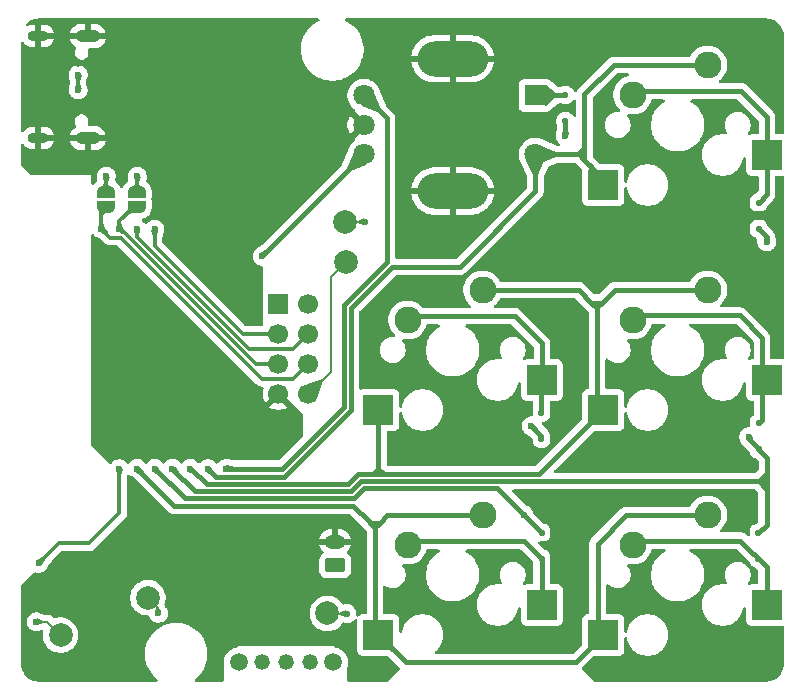
<source format=gbr>
%TF.GenerationSoftware,KiCad,Pcbnew,9.0.2*%
%TF.CreationDate,2025-08-07T13:19:16-06:00*%
%TF.ProjectId,macro devboard ESP32,6d616372-6f20-4646-9576-626f61726420,rev?*%
%TF.SameCoordinates,Original*%
%TF.FileFunction,Copper,L4,Bot*%
%TF.FilePolarity,Positive*%
%FSLAX46Y46*%
G04 Gerber Fmt 4.6, Leading zero omitted, Abs format (unit mm)*
G04 Created by KiCad (PCBNEW 9.0.2) date 2025-08-07 13:19:16*
%MOMM*%
%LPD*%
G01*
G04 APERTURE LIST*
G04 Aperture macros list*
%AMRoundRect*
0 Rectangle with rounded corners*
0 $1 Rounding radius*
0 $2 $3 $4 $5 $6 $7 $8 $9 X,Y pos of 4 corners*
0 Add a 4 corners polygon primitive as box body*
4,1,4,$2,$3,$4,$5,$6,$7,$8,$9,$2,$3,0*
0 Add four circle primitives for the rounded corners*
1,1,$1+$1,$2,$3*
1,1,$1+$1,$4,$5*
1,1,$1+$1,$6,$7*
1,1,$1+$1,$8,$9*
0 Add four rect primitives between the rounded corners*
20,1,$1+$1,$2,$3,$4,$5,0*
20,1,$1+$1,$4,$5,$6,$7,0*
20,1,$1+$1,$6,$7,$8,$9,0*
20,1,$1+$1,$8,$9,$2,$3,0*%
%AMFreePoly0*
4,1,23,0.500000,-0.750000,0.000000,-0.750000,0.000000,-0.745722,-0.065263,-0.745722,-0.191342,-0.711940,-0.304381,-0.646677,-0.396677,-0.554381,-0.461940,-0.441342,-0.495722,-0.315263,-0.495722,-0.250000,-0.500000,-0.250000,-0.500000,0.250000,-0.495722,0.250000,-0.495722,0.315263,-0.461940,0.441342,-0.396677,0.554381,-0.304381,0.646677,-0.191342,0.711940,-0.065263,0.745722,0.000000,0.745722,
0.000000,0.750000,0.500000,0.750000,0.500000,-0.750000,0.500000,-0.750000,$1*%
%AMFreePoly1*
4,1,23,0.000000,0.745722,0.065263,0.745722,0.191342,0.711940,0.304381,0.646677,0.396677,0.554381,0.461940,0.441342,0.495722,0.315263,0.495722,0.250000,0.500000,0.250000,0.500000,-0.250000,0.495722,-0.250000,0.495722,-0.315263,0.461940,-0.441342,0.396677,-0.554381,0.304381,-0.646677,0.191342,-0.711940,0.065263,-0.745722,0.000000,-0.745722,0.000000,-0.750000,-0.500000,-0.750000,
-0.500000,0.750000,0.000000,0.750000,0.000000,0.745722,0.000000,0.745722,$1*%
G04 Aperture macros list end*
%TA.AperFunction,SMDPad,CuDef*%
%ADD10R,2.550000X2.500000*%
%TD*%
%TA.AperFunction,ComponentPad*%
%ADD11C,2.286000*%
%TD*%
%TA.AperFunction,ComponentPad*%
%ADD12R,1.800000X1.800000*%
%TD*%
%TA.AperFunction,ComponentPad*%
%ADD13C,1.800000*%
%TD*%
%TA.AperFunction,ComponentPad*%
%ADD14O,6.000000X3.000000*%
%TD*%
%TA.AperFunction,ComponentPad*%
%ADD15O,2.100000X1.050000*%
%TD*%
%TA.AperFunction,ComponentPad*%
%ADD16O,1.800000X0.900000*%
%TD*%
%TA.AperFunction,ComponentPad*%
%ADD17C,1.320800*%
%TD*%
%TA.AperFunction,ComponentPad*%
%ADD18C,1.498600*%
%TD*%
%TA.AperFunction,SMDPad,CuDef*%
%ADD19RoundRect,0.125000X0.125000X-0.125000X0.125000X0.125000X-0.125000X0.125000X-0.125000X-0.125000X0*%
%TD*%
%TA.AperFunction,SMDPad,CuDef*%
%ADD20FreePoly0,270.000000*%
%TD*%
%TA.AperFunction,SMDPad,CuDef*%
%ADD21FreePoly1,270.000000*%
%TD*%
%TA.AperFunction,SMDPad,CuDef*%
%ADD22C,2.000000*%
%TD*%
%TA.AperFunction,ComponentPad*%
%ADD23R,1.700000X1.700000*%
%TD*%
%TA.AperFunction,ComponentPad*%
%ADD24C,1.700000*%
%TD*%
%TA.AperFunction,SMDPad,CuDef*%
%ADD25RoundRect,0.125000X-0.125000X0.125000X-0.125000X-0.125000X0.125000X-0.125000X0.125000X0.125000X0*%
%TD*%
%TA.AperFunction,ComponentPad*%
%ADD26RoundRect,0.250000X0.625000X-0.350000X0.625000X0.350000X-0.625000X0.350000X-0.625000X-0.350000X0*%
%TD*%
%TA.AperFunction,ComponentPad*%
%ADD27O,1.750000X1.200000*%
%TD*%
%TA.AperFunction,ViaPad*%
%ADD28C,0.600000*%
%TD*%
%TA.AperFunction,ViaPad*%
%ADD29C,0.500000*%
%TD*%
%TA.AperFunction,Conductor*%
%ADD30C,0.400000*%
%TD*%
%TA.AperFunction,Conductor*%
%ADD31C,0.200000*%
%TD*%
%TA.AperFunction,Conductor*%
%ADD32C,0.300000*%
%TD*%
G04 APERTURE END LIST*
D10*
%TO.P,SW6,1,1*%
%TO.N,col0*%
X238800000Y-92700000D03*
D11*
X247630000Y-82540000D03*
%TO.P,SW6,2,2*%
%TO.N,Net-(D3-A)*%
X241280000Y-85080000D03*
D10*
X252650000Y-90160000D03*
%TD*%
D12*
%TO.P,S1,1*%
%TO.N,Net-(D7-A)*%
X233040000Y-47020000D03*
D13*
%TO.P,S1,2*%
%TO.N,col2*%
X233040000Y-52020000D03*
%TO.P,S1,A,CHANNEL_A*%
%TO.N,ROT1*%
X218540000Y-47020000D03*
%TO.P,S1,B,CHANNEL_B*%
%TO.N,ROT2*%
X218540000Y-52020000D03*
%TO.P,S1,C,COMMON*%
%TO.N,GND*%
X218540000Y-49520000D03*
D14*
%TO.P,S1,SH1,SHIELD*%
X226040000Y-43920000D03*
%TO.P,S1,SH2,SHIELD__1*%
X226040000Y-55120000D03*
%TD*%
D10*
%TO.P,SW9,1,1*%
%TO.N,col1*%
X219750000Y-73650000D03*
D11*
X228580000Y-63490000D03*
%TO.P,SW9,2,2*%
%TO.N,Net-(D6-A)*%
X222230000Y-66030000D03*
D10*
X233600000Y-71110000D03*
%TD*%
D15*
%TO.P,J1,SH1,SHIELD*%
%TO.N,GND*%
X195140000Y-41990000D03*
%TO.P,J1,SH2,SHIELD__1*%
X195140000Y-50630000D03*
D16*
%TO.P,J1,SH3,SHIELD__2*%
X190960000Y-41990000D03*
%TO.P,J1,SH4,SHIELD__3*%
X190960000Y-50630000D03*
%TD*%
D10*
%TO.P,SW7,1,1*%
%TO.N,col1*%
X238800000Y-73650000D03*
D11*
X247630000Y-63490000D03*
%TO.P,SW7,2,2*%
%TO.N,Net-(D4-A)*%
X241280000Y-66030000D03*
D10*
X252650000Y-71110000D03*
%TD*%
%TO.P,SW8,1,1*%
%TO.N,col0*%
X219750000Y-92700000D03*
D11*
X228580000Y-82540000D03*
%TO.P,SW8,2,2*%
%TO.N,Net-(D5-A)*%
X222230000Y-85080000D03*
D10*
X233600000Y-90160000D03*
%TD*%
%TO.P,SW1,1,1*%
%TO.N,col2*%
X238800000Y-54600000D03*
D11*
X247630000Y-44440000D03*
%TO.P,SW1,2,2*%
%TO.N,Net-(D2-A)*%
X241280000Y-46980000D03*
D10*
X252650000Y-52060000D03*
%TD*%
D17*
%TO.P,SW2,1,1*%
%TO.N,VBAT*%
X209940000Y-95000000D03*
%TO.P,SW2,2,2*%
X211940000Y-95000000D03*
%TO.P,SW2,3,3*%
%TO.N,VBAT_IN*%
X213940001Y-95000000D03*
D18*
%TO.P,SW2,4*%
%TO.N,N/C*%
X207940000Y-95000000D03*
%TO.P,SW2,5*%
X215940000Y-95000000D03*
%TD*%
D19*
%TO.P,D4,1,K*%
%TO.N,row0*%
X251950000Y-76977499D03*
%TO.P,D4,2,A*%
%TO.N,Net-(D4-A)*%
X251950000Y-74777501D03*
%TD*%
%TO.P,D6,1,K*%
%TO.N,row1*%
X233560000Y-76099998D03*
%TO.P,D6,2,A*%
%TO.N,Net-(D6-A)*%
X233560000Y-73900000D03*
%TD*%
D20*
%TO.P,LED1,1,A*%
%TO.N,Net-(LED1-A)*%
X199310000Y-55160000D03*
D21*
%TO.P,LED1,2,B*%
%TO.N,IO1*%
X199310000Y-56460000D03*
%TD*%
D22*
%TO.P,TP4,1,1*%
%TO.N,VBUS*%
X216970000Y-57720000D03*
%TD*%
D23*
%TO.P,J3,1,Pin_1*%
%TO.N,IO20{slash}RXD*%
X211300000Y-64670000D03*
D24*
%TO.P,J3,2,Pin_2*%
%TO.N,IO21{slash}TXD*%
X213840000Y-64670000D03*
%TO.P,J3,3,Pin_3*%
%TO.N,IO3*%
X211300000Y-67210000D03*
%TO.P,J3,4,Pin_4*%
%TO.N,IO2*%
X213840000Y-67210000D03*
%TO.P,J3,5,Pin_5*%
%TO.N,IO1*%
X211300000Y-69750000D03*
%TO.P,J3,6,Pin_6*%
%TO.N,IO0*%
X213840000Y-69750000D03*
%TO.P,J3,7,Pin_7*%
%TO.N,GND*%
X211300000Y-72290000D03*
%TO.P,J3,8,Pin_8*%
%TO.N,VDD*%
X213840000Y-72290000D03*
%TD*%
D22*
%TO.P,TP5,1,1*%
%TO.N,VDD*%
X217000000Y-61120000D03*
%TD*%
D25*
%TO.P,D3,1,K*%
%TO.N,row0*%
X251940000Y-84052501D03*
%TO.P,D3,2,A*%
%TO.N,Net-(D3-A)*%
X251940000Y-86252499D03*
%TD*%
D22*
%TO.P,TP6,1,1*%
%TO.N,Net-(D11-K)*%
X200240000Y-89550000D03*
%TD*%
%TO.P,TP2,1,1*%
%TO.N,GND*%
X213230000Y-49520000D03*
%TD*%
%TO.P,TP3,1,1*%
%TO.N,EN*%
X192860000Y-92720000D03*
%TD*%
D19*
%TO.P,D7,1,K*%
%TO.N,row1*%
X235590000Y-49190000D03*
%TO.P,D7,2,A*%
%TO.N,Net-(D7-A)*%
X235590000Y-46990000D03*
%TD*%
D20*
%TO.P,LED0,1,A*%
%TO.N,Net-(LED0-A)*%
X196720000Y-55160000D03*
D21*
%TO.P,LED0,2,B*%
%TO.N,IO0*%
X196720000Y-56460000D03*
%TD*%
D19*
%TO.P,D2,1,K*%
%TO.N,row0*%
X251950000Y-58292498D03*
%TO.P,D2,2,A*%
%TO.N,Net-(D2-A)*%
X251950000Y-56092500D03*
%TD*%
D26*
%TO.P,J4,1,Pin_1*%
%TO.N,VBAT_IN*%
X216090000Y-86810000D03*
D27*
%TO.P,J4,2,Pin_2*%
%TO.N,GND*%
X216090000Y-84810000D03*
%TD*%
D25*
%TO.P,D5,1,K*%
%TO.N,row1*%
X233580000Y-84032501D03*
%TO.P,D5,2,A*%
%TO.N,Net-(D5-A)*%
X233580000Y-86232499D03*
%TD*%
D22*
%TO.P,TP1,1,1*%
%TO.N,VBAT_IN*%
X215440000Y-90870000D03*
%TD*%
D28*
%TO.N,row0*%
X202327500Y-78610000D03*
X252650000Y-59420000D03*
X251110000Y-75910000D03*
%TO.N,row1*%
X200827500Y-78610000D03*
X235580000Y-50440000D03*
X232073750Y-82526250D03*
X232720000Y-75000000D03*
%TO.N,GND*%
X251470000Y-60590000D03*
X228610000Y-47890000D03*
X226070000Y-77870000D03*
X238770000Y-60590000D03*
X237240000Y-66540000D03*
X236230000Y-42810000D03*
X223530000Y-50430000D03*
X222300000Y-89250000D03*
X243850000Y-58050000D03*
X203210000Y-73290000D03*
X198130000Y-65670000D03*
X210660000Y-84220000D03*
X198130000Y-63130000D03*
X226070000Y-63130000D03*
X235600000Y-74570000D03*
D29*
X202520000Y-67460000D03*
D28*
X246390000Y-93610000D03*
X201100000Y-55740000D03*
X246390000Y-60590000D03*
X197290000Y-95600000D03*
X241330000Y-81170000D03*
X248380000Y-67820000D03*
X238270000Y-63150000D03*
X208290000Y-63130000D03*
X226090000Y-73240000D03*
X243850000Y-60590000D03*
X193050000Y-42810000D03*
X220990000Y-45350000D03*
X231150000Y-42810000D03*
X248930000Y-75830000D03*
X238770000Y-78370000D03*
D29*
X194340000Y-47840000D03*
D28*
X198000000Y-53900000D03*
X203210000Y-70750000D03*
X248930000Y-93610000D03*
X229270000Y-67800000D03*
X208770000Y-91490000D03*
D29*
X201500000Y-67470000D03*
D28*
X236230000Y-85990000D03*
X237240000Y-70760000D03*
D29*
X201500000Y-66390000D03*
D28*
X201610000Y-49082500D03*
X223530000Y-63130000D03*
X196030000Y-75270000D03*
X238760000Y-81200000D03*
X231150000Y-60590000D03*
X237240000Y-68220000D03*
X198130000Y-70750000D03*
X198130000Y-68210000D03*
X226070000Y-50430000D03*
X195590000Y-93610000D03*
X238770000Y-42810000D03*
X223530000Y-47890000D03*
D29*
X202520000Y-68460000D03*
D28*
X200670000Y-70750000D03*
X248930000Y-58050000D03*
X231150000Y-47890000D03*
X233690000Y-60590000D03*
X229740000Y-93420000D03*
X209930000Y-75240000D03*
X193050000Y-50430000D03*
X190510000Y-45350000D03*
X220990000Y-42810000D03*
X233690000Y-42810000D03*
X204130000Y-61430000D03*
X198130000Y-73290000D03*
X238770000Y-75830000D03*
X248930000Y-78370000D03*
X191890000Y-95650000D03*
X238930000Y-51390000D03*
X222630000Y-69990000D03*
X231150000Y-50430000D03*
X228610000Y-75840000D03*
D29*
X203590000Y-66370000D03*
D28*
X250190000Y-83490000D03*
X233810000Y-65630000D03*
X251470000Y-81170000D03*
X191890000Y-90250000D03*
X196030000Y-61550000D03*
X248390000Y-86910000D03*
X231150000Y-52970000D03*
X236250000Y-83590000D03*
X241310000Y-78370000D03*
X246390000Y-91070000D03*
D29*
X201500000Y-68470000D03*
D28*
X226070000Y-75830000D03*
X233620000Y-93380000D03*
X238770000Y-58050000D03*
X236250000Y-81180000D03*
X228610000Y-50430000D03*
X251470000Y-42790000D03*
X241270000Y-69990000D03*
X226070000Y-47890000D03*
X200670000Y-73290000D03*
X241310000Y-58050000D03*
X233690000Y-58050000D03*
X229280000Y-86890000D03*
X246390000Y-58050000D03*
X236230000Y-91070000D03*
X246390000Y-75830000D03*
D29*
X203590000Y-67450000D03*
D28*
X204220000Y-53120000D03*
X223530000Y-58050000D03*
X248360000Y-48700000D03*
X208300000Y-88240000D03*
X246390000Y-78370000D03*
X233690000Y-81170000D03*
X251470000Y-45340000D03*
X226070000Y-58050000D03*
X241290000Y-95570000D03*
X243840000Y-81170000D03*
X248930000Y-55510000D03*
X226090000Y-93390000D03*
X251470000Y-93610000D03*
X236230000Y-88530000D03*
X222350000Y-60240000D03*
D29*
X203590000Y-68450000D03*
D28*
X246390000Y-55510000D03*
X223530000Y-77870000D03*
X219760000Y-95550000D03*
X246390000Y-52970000D03*
D29*
X202520000Y-66380000D03*
D28*
X246360000Y-73270000D03*
X231150000Y-45350000D03*
X199760000Y-91490000D03*
X221740000Y-51850000D03*
X208770000Y-65980000D03*
X200730000Y-82260000D03*
D29*
X200460000Y-44960000D03*
D28*
X236230000Y-78370000D03*
X243830000Y-95570000D03*
X199330000Y-52370000D03*
X251470000Y-63130000D03*
X199770000Y-95620000D03*
X241970000Y-50430000D03*
X205750000Y-73290000D03*
X194600000Y-87350000D03*
X228610000Y-77870000D03*
X205750000Y-70750000D03*
X195590000Y-91070000D03*
D29*
X194330000Y-44390000D03*
D28*
X207380000Y-84230000D03*
X236230000Y-45350000D03*
X241491310Y-89240000D03*
X190510000Y-47890000D03*
X248930000Y-60590000D03*
X204640000Y-49820000D03*
X212350000Y-41730000D03*
X243850000Y-78370000D03*
X208290000Y-73290000D03*
X226070000Y-91070000D03*
X209030000Y-84230000D03*
X241310000Y-60590000D03*
X251460000Y-78380000D03*
%TO.N,VBUS*%
X218590000Y-57720000D03*
%TO.N,Net-(D11-K)*%
X201140000Y-90870000D03*
%TO.N,/Din-*%
X194340000Y-45260000D03*
X194344670Y-46559999D03*
%TO.N,IO1*%
X197830000Y-58310000D03*
%TO.N,IO3*%
X200822500Y-58325000D03*
%TO.N,IO2*%
X199320000Y-58320000D03*
%TO.N,IO0*%
X196312500Y-58300000D03*
%TO.N,ROT1*%
X206817500Y-78620000D03*
%TO.N,ROT2*%
X209930000Y-60630000D03*
%TO.N,EN*%
X191000000Y-86620000D03*
X190800000Y-91590000D03*
X197830000Y-78620000D03*
%TO.N,col2*%
X205317500Y-78620000D03*
%TO.N,col0*%
X199327500Y-78610000D03*
%TO.N,col1*%
X203827500Y-78610000D03*
%TO.N,VBAT_IN*%
X217100000Y-90890000D03*
%TO.N,Net-(LED0-A)*%
X196720000Y-53850000D03*
%TO.N,Net-(LED1-A)*%
X199350000Y-53870000D03*
%TD*%
D30*
%TO.N,Net-(D4-A)*%
X252650000Y-71110000D02*
X252240000Y-71520000D01*
X252240000Y-74487501D02*
X251950000Y-74777501D01*
X252240000Y-71520000D02*
X252240000Y-74487501D01*
%TO.N,row0*%
X252650000Y-77677499D02*
X252650000Y-78580000D01*
X251110000Y-75910000D02*
X251110000Y-76137499D01*
X251110000Y-76137499D02*
X252650000Y-77677499D01*
%TO.N,Net-(D2-A)*%
X252930000Y-52340000D02*
X252650000Y-52060000D01*
X252660000Y-52050000D02*
X252650000Y-52060000D01*
X252650000Y-52060000D02*
X252650000Y-55390000D01*
X241600000Y-46660000D02*
X250480000Y-46660000D01*
X241280000Y-46980000D02*
X241600000Y-46660000D01*
X241280000Y-46980000D02*
X241550000Y-46710000D01*
X250480000Y-46660000D02*
X252650000Y-48830000D01*
X252650000Y-48830000D02*
X252650000Y-52060000D01*
X252650000Y-55390000D02*
X251950000Y-56090000D01*
X251950000Y-56090000D02*
X251950000Y-56092500D01*
%TO.N,row0*%
X218269058Y-79681000D02*
X217408058Y-80542000D01*
X252640000Y-80130000D02*
X252640000Y-83352501D01*
X252650000Y-78580000D02*
X252650000Y-79690000D01*
X252650000Y-80120000D02*
X252640000Y-80130000D01*
X251650000Y-79681000D02*
X251990000Y-79681000D01*
X252650000Y-79021000D02*
X251990000Y-79681000D01*
X204548942Y-80539000D02*
X204256500Y-80539000D01*
X252641000Y-79681000D02*
X252650000Y-79690000D01*
X204256500Y-80539000D02*
X202327500Y-78610000D01*
X217408058Y-80542000D02*
X204962058Y-80542000D01*
X251650000Y-79681000D02*
X251981000Y-79681000D01*
X204549942Y-80540000D02*
X204548942Y-80539000D01*
X252640000Y-83352501D02*
X251940000Y-84052501D01*
X252650000Y-79690000D02*
X252650000Y-80120000D01*
X251990000Y-79681000D02*
X252641000Y-79681000D01*
X204960058Y-80540000D02*
X204549942Y-80540000D01*
X251650000Y-79681000D02*
X218269058Y-79681000D01*
X252650000Y-78580000D02*
X252650000Y-79021000D01*
X251981000Y-79681000D02*
X252610000Y-80310000D01*
X252650000Y-59420000D02*
X252650000Y-58992498D01*
X252650000Y-58992498D02*
X251950000Y-58292498D01*
X204962058Y-80542000D02*
X204960058Y-80540000D01*
%TO.N,Net-(D3-A)*%
X252640000Y-90150000D02*
X252650000Y-90160000D01*
X241280000Y-85080000D02*
X241650000Y-84710000D01*
X250397501Y-84710000D02*
X252640000Y-86952499D01*
X252640000Y-86952499D02*
X252640000Y-90150000D01*
X241650000Y-84710000D02*
X250397501Y-84710000D01*
%TO.N,Net-(D4-A)*%
X252230000Y-70690000D02*
X252230000Y-67540000D01*
X250340000Y-65650000D02*
X241660000Y-65650000D01*
X252650000Y-71110000D02*
X252230000Y-70690000D01*
X241280000Y-66030000D02*
X241700000Y-65610000D01*
X241660000Y-65650000D02*
X241280000Y-66030000D01*
X252230000Y-67540000D02*
X250340000Y-65650000D01*
%TO.N,row1*%
X204711116Y-81141000D02*
X204301000Y-81141000D01*
X233560000Y-75840000D02*
X232720000Y-75000000D01*
X204713116Y-81143000D02*
X204711116Y-81141000D01*
X233580000Y-84032501D02*
X229829499Y-80282000D01*
X229829499Y-80282000D02*
X218518000Y-80282000D01*
X204301000Y-81141000D02*
X204300000Y-81140000D01*
X235580000Y-49200000D02*
X235590000Y-49190000D01*
X217657000Y-81143000D02*
X204713116Y-81143000D01*
X218518000Y-80282000D02*
X217657000Y-81143000D01*
X204300000Y-81140000D02*
X203357500Y-81140000D01*
X235580000Y-50440000D02*
X235580000Y-49200000D01*
X203357500Y-81140000D02*
X200827500Y-78610000D01*
X233560000Y-76099998D02*
X233560000Y-75840000D01*
%TO.N,Net-(D5-A)*%
X233580000Y-86232499D02*
X232107501Y-84760000D01*
X222550000Y-84760000D02*
X222230000Y-85080000D01*
X233580000Y-90140000D02*
X233600000Y-90160000D01*
X233580000Y-86232499D02*
X233580000Y-90140000D01*
X232107501Y-84760000D02*
X222550000Y-84760000D01*
%TO.N,Net-(D6-A)*%
X233560000Y-71150000D02*
X233600000Y-71110000D01*
X222230000Y-66030000D02*
X222560000Y-65700000D01*
X222560000Y-65700000D02*
X231310000Y-65700000D01*
X233600000Y-67990000D02*
X233600000Y-71110000D01*
X233560000Y-73900000D02*
X233560000Y-71150000D01*
X231310000Y-65700000D02*
X233600000Y-67990000D01*
X232560000Y-70070000D02*
X232780000Y-70070000D01*
%TO.N,Net-(D7-A)*%
X234770000Y-46990000D02*
X233070000Y-46990000D01*
X235590000Y-46990000D02*
X234770000Y-46990000D01*
X234770000Y-46990000D02*
X234340000Y-46990000D01*
X233070000Y-46990000D02*
X233040000Y-47020000D01*
D31*
%TO.N,VBUS*%
X218590000Y-57720000D02*
X216970000Y-57720000D01*
%TO.N,Net-(D11-K)*%
X201140000Y-90870000D02*
X201140000Y-90450000D01*
X201140000Y-90450000D02*
X200240000Y-89550000D01*
D32*
%TO.N,/Din-*%
X194340000Y-46555329D02*
X194344670Y-46559999D01*
X194340000Y-45260000D02*
X194340000Y-46555329D01*
%TO.N,IO1*%
X197830000Y-57680000D02*
X199040000Y-56470000D01*
X197830000Y-58310000D02*
X197830000Y-57680000D01*
X199040000Y-56470000D02*
X199160000Y-56470000D01*
X209380000Y-69750000D02*
X211300000Y-69750000D01*
X197830000Y-58310000D02*
X197940000Y-58310000D01*
X197940000Y-58310000D02*
X209380000Y-69750000D01*
%TO.N,IO3*%
X200822500Y-58325000D02*
X200822500Y-59770460D01*
X200822500Y-59770460D02*
X208262040Y-67210000D01*
X208262040Y-67210000D02*
X211300000Y-67210000D01*
%TO.N,IO2*%
X208823520Y-68480000D02*
X212570000Y-68480000D01*
X199320000Y-58320000D02*
X199322500Y-58322500D01*
X212570000Y-68480000D02*
X213840000Y-67210000D01*
X199322500Y-58322500D02*
X199322500Y-58978980D01*
X199322500Y-58978980D02*
X208823520Y-68480000D01*
%TO.N,IO0*%
X209941480Y-71020000D02*
X212570000Y-71020000D01*
X197981480Y-59060000D02*
X209941480Y-71020000D01*
X197072500Y-59060000D02*
X197981480Y-59060000D01*
X196312500Y-58300000D02*
X196312500Y-56867500D01*
X212570000Y-71020000D02*
X213840000Y-69750000D01*
X196312500Y-56867500D02*
X196720000Y-56460000D01*
X196720000Y-56460000D02*
X196630000Y-56460000D01*
X196312500Y-58300000D02*
X197072500Y-59060000D01*
D30*
%TO.N,ROT1*%
X211620058Y-78620000D02*
X216830000Y-73410058D01*
X218045000Y-47525000D02*
X218050000Y-47520000D01*
X216830000Y-73410058D02*
X216830000Y-64780000D01*
X219550000Y-48030000D02*
X219500000Y-47980000D01*
X216830000Y-64780000D02*
X220480000Y-61130000D01*
X220480000Y-61130000D02*
X220480000Y-48960000D01*
X220480000Y-48960000D02*
X219550000Y-48030000D01*
X206817500Y-78620000D02*
X211620058Y-78620000D01*
X219550000Y-48030000D02*
X218540000Y-47020000D01*
%TO.N,ROT2*%
X209930000Y-60630000D02*
X218540000Y-52020000D01*
D31*
%TO.N,EN*%
X192860000Y-92720000D02*
X191730000Y-91590000D01*
D32*
X192680000Y-84940000D02*
X195300000Y-84940000D01*
X197830000Y-82410000D02*
X197830000Y-78620000D01*
X195300000Y-84940000D02*
X197830000Y-82410000D01*
D31*
X191730000Y-91590000D02*
X190800000Y-91590000D01*
D32*
X191000000Y-86620000D02*
X192680000Y-84940000D01*
D30*
%TO.N,col2*%
X236650000Y-52020000D02*
X236580000Y-52020000D01*
X226630000Y-61530000D02*
X233040000Y-55120000D01*
X236580000Y-52020000D02*
X236710000Y-52020000D01*
X237190000Y-51510000D02*
X237190000Y-51990000D01*
X236650000Y-52020000D02*
X236680000Y-52020000D01*
X217431000Y-73659000D02*
X217431000Y-65028942D01*
X206037500Y-79340000D02*
X211750000Y-79340000D01*
X237810000Y-54290000D02*
X238440000Y-53660000D01*
X237160000Y-52020000D02*
X236580000Y-52020000D01*
X237190000Y-52500000D02*
X237530000Y-52840000D01*
X233040000Y-55120000D02*
X233040000Y-52020000D01*
X247630000Y-44440000D02*
X239670000Y-44440000D01*
X236680000Y-52020000D02*
X237190000Y-51510000D01*
X237190000Y-46920000D02*
X237190000Y-51510000D01*
X239670000Y-44440000D02*
X237190000Y-46920000D01*
X205317500Y-78620000D02*
X206037500Y-79340000D01*
X217431000Y-65028942D02*
X220929942Y-61530000D01*
X211750000Y-79340000D02*
X217431000Y-73659000D01*
X238950000Y-54260000D02*
X238950000Y-54810000D01*
X237190000Y-52050000D02*
X237190000Y-52500000D01*
X236650000Y-52020000D02*
X237160000Y-52020000D01*
X237720000Y-53030000D02*
X237720000Y-53580000D01*
X220929942Y-61530000D02*
X226630000Y-61530000D01*
X238790000Y-54610000D02*
X238800000Y-54600000D01*
X237530000Y-52840000D02*
X237720000Y-53030000D01*
X236710000Y-52020000D02*
X237190000Y-52500000D01*
X237160000Y-52020000D02*
X237190000Y-52050000D01*
X238440000Y-53660000D02*
X238800000Y-53660000D01*
X236580000Y-52020000D02*
X233040000Y-52020000D01*
X237190000Y-51990000D02*
X237160000Y-52020000D01*
X237530000Y-52840000D02*
X238950000Y-54260000D01*
%TO.N,col0*%
X228580000Y-82540000D02*
X220500000Y-82540000D01*
X222060000Y-95010000D02*
X219750000Y-92700000D01*
X218975000Y-83075000D02*
X217650000Y-81750000D01*
X217650000Y-81750000D02*
X202467500Y-81750000D01*
X219750000Y-92065000D02*
X219255000Y-92065000D01*
X219085000Y-83185000D02*
X218975000Y-83075000D01*
X219470000Y-92420000D02*
X219750000Y-92700000D01*
X238330000Y-84960000D02*
X240750000Y-82540000D01*
X202467500Y-81750000D02*
X199327500Y-78610000D01*
X238800000Y-92700000D02*
X236490000Y-95010000D01*
X238800000Y-92700000D02*
X238330000Y-92230000D01*
X240750000Y-82540000D02*
X247630000Y-82540000D01*
X236490000Y-95010000D02*
X222060000Y-95010000D01*
X219855000Y-83185000D02*
X219470000Y-83570000D01*
X238330000Y-92230000D02*
X238330000Y-84960000D01*
X220100000Y-91715000D02*
X219750000Y-92065000D01*
X219470000Y-83570000D02*
X219470000Y-92420000D01*
X219430000Y-83530000D02*
X218975000Y-83075000D01*
X219855000Y-83185000D02*
X219085000Y-83185000D01*
X220500000Y-82540000D02*
X219855000Y-83185000D01*
X219430000Y-83530000D02*
X219470000Y-83570000D01*
%TO.N,col1*%
X219170000Y-73650000D02*
X219750000Y-73650000D01*
X238280000Y-64970000D02*
X238200000Y-64970000D01*
X228580000Y-63490000D02*
X236720000Y-63490000D01*
X205211000Y-79941000D02*
X217159116Y-79941000D01*
X220220000Y-79080000D02*
X233370000Y-79080000D01*
X219750000Y-76070000D02*
X219750000Y-74230000D01*
X219750000Y-73650000D02*
X219750000Y-76070000D01*
X236720000Y-63490000D02*
X237800000Y-64570000D01*
X218020116Y-79080000D02*
X219290000Y-79080000D01*
X219780000Y-79080000D02*
X219750000Y-79050000D01*
X219750000Y-74230000D02*
X219170000Y-73650000D01*
X219750000Y-78260000D02*
X219750000Y-76070000D01*
X238845000Y-64405000D02*
X238280000Y-64970000D01*
X237800000Y-64570000D02*
X238200000Y-64970000D01*
X217159116Y-79941000D02*
X218020116Y-79080000D01*
X219750000Y-79050000D02*
X219750000Y-78260000D01*
X219750000Y-78610000D02*
X220220000Y-79080000D01*
X203880000Y-78610000D02*
X205211000Y-79941000D01*
X219750000Y-78260000D02*
X219750000Y-78620000D01*
X233370000Y-79080000D02*
X238800000Y-73650000D01*
X203827500Y-78610000D02*
X203880000Y-78610000D01*
X238280000Y-73130000D02*
X238800000Y-73650000D01*
X238200000Y-64970000D02*
X238280000Y-65050000D01*
X247630000Y-63490000D02*
X239760000Y-63490000D01*
X238680000Y-64570000D02*
X238845000Y-64405000D01*
X219290000Y-79080000D02*
X220220000Y-79080000D01*
X237800000Y-64570000D02*
X238680000Y-64570000D01*
X219750000Y-78620000D02*
X219290000Y-79080000D01*
X219750000Y-73650000D02*
X220750000Y-73650000D01*
X238280000Y-64980000D02*
X238280000Y-73130000D01*
X219750000Y-78260000D02*
X219750000Y-78610000D01*
X239760000Y-63490000D02*
X238845000Y-64405000D01*
D31*
%TO.N,VDD*%
X215710000Y-62410000D02*
X215710000Y-70420000D01*
X215710000Y-70420000D02*
X213840000Y-72290000D01*
X217000000Y-61120000D02*
X215710000Y-62410000D01*
%TO.N,VBAT_IN*%
X217100000Y-90890000D02*
X215460000Y-90890000D01*
D32*
%TO.N,Net-(LED0-A)*%
X196720000Y-55070000D02*
X196630000Y-55160000D01*
X196720000Y-53850000D02*
X196720000Y-55070000D01*
%TO.N,Net-(LED1-A)*%
X199350000Y-54980000D02*
X199160000Y-55170000D01*
X199350000Y-53870000D02*
X199350000Y-54980000D01*
%TD*%
%TA.AperFunction,Conductor*%
%TO.N,GND*%
G36*
X198679248Y-79106310D02*
G01*
X198717980Y-79132559D01*
X198817210Y-79231789D01*
X198848774Y-79252879D01*
X198855100Y-79260448D01*
X198864772Y-79265594D01*
X198876519Y-79276626D01*
X198880057Y-79279949D01*
X199294794Y-79570602D01*
X199311310Y-79584467D01*
X202020953Y-82294111D01*
X202020954Y-82294112D01*
X202135692Y-82370777D01*
X202263167Y-82423578D01*
X202263172Y-82423580D01*
X202263176Y-82423580D01*
X202263177Y-82423581D01*
X202398503Y-82450500D01*
X202398506Y-82450500D01*
X202398507Y-82450500D01*
X217308481Y-82450500D01*
X217375520Y-82470185D01*
X217396162Y-82486819D01*
X218733181Y-83823838D01*
X218766666Y-83885161D01*
X218769500Y-83911519D01*
X218769500Y-90825500D01*
X218749815Y-90892539D01*
X218697011Y-90938294D01*
X218645501Y-90949500D01*
X218427130Y-90949500D01*
X218427123Y-90949501D01*
X218367516Y-90955908D01*
X218232671Y-91006202D01*
X218232664Y-91006206D01*
X218117455Y-91092452D01*
X218117450Y-91092457D01*
X218115996Y-91094400D01*
X218114056Y-91095851D01*
X218111183Y-91098725D01*
X218110769Y-91098311D01*
X218060058Y-91136265D01*
X217990366Y-91141242D01*
X217929047Y-91107751D01*
X217895568Y-91046424D01*
X217895120Y-90995888D01*
X217900500Y-90968842D01*
X217900500Y-90811158D01*
X217900500Y-90811155D01*
X217900499Y-90811153D01*
X217897361Y-90795377D01*
X217869737Y-90656503D01*
X217816308Y-90527512D01*
X217809397Y-90510827D01*
X217809390Y-90510814D01*
X217721789Y-90379711D01*
X217721786Y-90379707D01*
X217610292Y-90268213D01*
X217610288Y-90268210D01*
X217479185Y-90180609D01*
X217479172Y-90180602D01*
X217333501Y-90120264D01*
X217333489Y-90120261D01*
X217178845Y-90089500D01*
X217178842Y-90089500D01*
X217021158Y-90089500D01*
X217021156Y-90089500D01*
X216866504Y-90120262D01*
X216860670Y-90122032D01*
X216860266Y-90120702D01*
X216797779Y-90127412D01*
X216735304Y-90096128D01*
X216719495Y-90078271D01*
X216584517Y-89892490D01*
X216417510Y-89725483D01*
X216226433Y-89586657D01*
X216015996Y-89479433D01*
X215791368Y-89406446D01*
X215558097Y-89369500D01*
X215558092Y-89369500D01*
X215321908Y-89369500D01*
X215321903Y-89369500D01*
X215088631Y-89406446D01*
X214864003Y-89479433D01*
X214653566Y-89586657D01*
X214583911Y-89637265D01*
X214462490Y-89725483D01*
X214462488Y-89725485D01*
X214462487Y-89725485D01*
X214295485Y-89892487D01*
X214295485Y-89892488D01*
X214295483Y-89892490D01*
X214289033Y-89901368D01*
X214156657Y-90083566D01*
X214049433Y-90294003D01*
X213976446Y-90518631D01*
X213939500Y-90751902D01*
X213939500Y-90988097D01*
X213976446Y-91221368D01*
X214049433Y-91445996D01*
X214150429Y-91644210D01*
X214156657Y-91656433D01*
X214295483Y-91847510D01*
X214462490Y-92014517D01*
X214653567Y-92153343D01*
X214752991Y-92204002D01*
X214864003Y-92260566D01*
X214864005Y-92260566D01*
X214864008Y-92260568D01*
X214940959Y-92285571D01*
X215088631Y-92333553D01*
X215321903Y-92370500D01*
X215321908Y-92370500D01*
X215558097Y-92370500D01*
X215791368Y-92333553D01*
X215834258Y-92319617D01*
X216015992Y-92260568D01*
X216226433Y-92153343D01*
X216417510Y-92014517D01*
X216584517Y-91847510D01*
X216697153Y-91692480D01*
X216718391Y-91676103D01*
X216737212Y-91656992D01*
X216745640Y-91655090D01*
X216752482Y-91649815D01*
X216779204Y-91647519D01*
X216805369Y-91641618D01*
X216817739Y-91644210D01*
X216822095Y-91643836D01*
X216839913Y-91648856D01*
X216840053Y-91648907D01*
X216845057Y-91650853D01*
X216866503Y-91659737D01*
X216873046Y-91661038D01*
X216886786Y-91664600D01*
X216891881Y-91666238D01*
X216893549Y-91666707D01*
X216983720Y-91683419D01*
X216983724Y-91683418D01*
X216990243Y-91684627D01*
X216994374Y-91685172D01*
X217021158Y-91690500D01*
X217021162Y-91690500D01*
X217178844Y-91690500D01*
X217178845Y-91690499D01*
X217333497Y-91659737D01*
X217479179Y-91599394D01*
X217610289Y-91511789D01*
X217721789Y-91400289D01*
X217747398Y-91361963D01*
X217801010Y-91317158D01*
X217870335Y-91308451D01*
X217933363Y-91338605D01*
X217970082Y-91398048D01*
X217974500Y-91430854D01*
X217974500Y-93997870D01*
X217974501Y-93997876D01*
X217980908Y-94057483D01*
X218031202Y-94192328D01*
X218031206Y-94192335D01*
X218117452Y-94307544D01*
X218117455Y-94307547D01*
X218232664Y-94393793D01*
X218232671Y-94393797D01*
X218367517Y-94444091D01*
X218367516Y-94444091D01*
X218374444Y-94444835D01*
X218427127Y-94450500D01*
X220458480Y-94450499D01*
X220525519Y-94470184D01*
X220546161Y-94486818D01*
X221515886Y-95456542D01*
X221551990Y-95492646D01*
X221585475Y-95553969D01*
X221580491Y-95623661D01*
X221551990Y-95668008D01*
X220611819Y-96608181D01*
X220550496Y-96641666D01*
X220524138Y-96644500D01*
X217244000Y-96644500D01*
X217176961Y-96624815D01*
X217131206Y-96572011D01*
X217120000Y-96520500D01*
X217120000Y-95432410D01*
X217126068Y-95394094D01*
X217159026Y-95292662D01*
X217189800Y-95098366D01*
X217189800Y-94901633D01*
X217159026Y-94707337D01*
X217098233Y-94520238D01*
X217047437Y-94420546D01*
X217008925Y-94344962D01*
X216893294Y-94185810D01*
X216754190Y-94046706D01*
X216595038Y-93931075D01*
X216419761Y-93841766D01*
X216232663Y-93780974D01*
X216175393Y-93771903D01*
X216112259Y-93741973D01*
X216107111Y-93737111D01*
X216020000Y-93650000D01*
X207910000Y-93650000D01*
X207832295Y-93727703D01*
X207770971Y-93761187D01*
X207764014Y-93762493D01*
X207647340Y-93780973D01*
X207460240Y-93841766D01*
X207284961Y-93931075D01*
X207194159Y-93997047D01*
X207125810Y-94046706D01*
X207125808Y-94046708D01*
X207125807Y-94046708D01*
X206986708Y-94185807D01*
X206986708Y-94185808D01*
X206986706Y-94185810D01*
X206961502Y-94220500D01*
X206871075Y-94344961D01*
X206781766Y-94520240D01*
X206720973Y-94707340D01*
X206702493Y-94824015D01*
X206672563Y-94887150D01*
X206670099Y-94889757D01*
X206670000Y-94889998D01*
X206670000Y-96520500D01*
X206650315Y-96587539D01*
X206597511Y-96633294D01*
X206546000Y-96644500D01*
X204330612Y-96644500D01*
X204263573Y-96624815D01*
X204217818Y-96572011D01*
X204207874Y-96502853D01*
X204236899Y-96439297D01*
X204253299Y-96423553D01*
X204408934Y-96299438D01*
X204619438Y-96088934D01*
X204805050Y-95856185D01*
X204963435Y-95604117D01*
X205092601Y-95335901D01*
X205190924Y-95054909D01*
X205257168Y-94764675D01*
X205290500Y-94468849D01*
X205290500Y-94171151D01*
X205257168Y-93875325D01*
X205190924Y-93585091D01*
X205092601Y-93304099D01*
X204963435Y-93035883D01*
X204805050Y-92783815D01*
X204619438Y-92551066D01*
X204408934Y-92340562D01*
X204176185Y-92154950D01*
X203984489Y-92034499D01*
X203924114Y-91996563D01*
X203655904Y-91867400D01*
X203374920Y-91769079D01*
X203374912Y-91769076D01*
X203157233Y-91719393D01*
X203084675Y-91702832D01*
X203084671Y-91702831D01*
X203084662Y-91702830D01*
X202788853Y-91669500D01*
X202788849Y-91669500D01*
X202491151Y-91669500D01*
X202491146Y-91669500D01*
X202195337Y-91702830D01*
X202195325Y-91702832D01*
X201905087Y-91769076D01*
X201905079Y-91769079D01*
X201624095Y-91867400D01*
X201355885Y-91996563D01*
X201103816Y-92154949D01*
X200871066Y-92340561D01*
X200660561Y-92551066D01*
X200474949Y-92783816D01*
X200316563Y-93035885D01*
X200187400Y-93304095D01*
X200089079Y-93585079D01*
X200089076Y-93585087D01*
X200022832Y-93875325D01*
X200022830Y-93875337D01*
X199989500Y-94171146D01*
X199989500Y-94468853D01*
X200022830Y-94764662D01*
X200022832Y-94764674D01*
X200089076Y-95054912D01*
X200089079Y-95054920D01*
X200187400Y-95335904D01*
X200316563Y-95604114D01*
X200316565Y-95604117D01*
X200474950Y-95856185D01*
X200660562Y-96088934D01*
X200871066Y-96299438D01*
X201010597Y-96410711D01*
X201026701Y-96423553D01*
X201066841Y-96480741D01*
X201069691Y-96550553D01*
X201034346Y-96610823D01*
X200972027Y-96642416D01*
X200949388Y-96644500D01*
X190999428Y-96644500D01*
X190990582Y-96644184D01*
X190965862Y-96642416D01*
X190790442Y-96629869D01*
X190772931Y-96627351D01*
X190581212Y-96585646D01*
X190564236Y-96580662D01*
X190380390Y-96512090D01*
X190364298Y-96504740D01*
X190192095Y-96410711D01*
X190177210Y-96401146D01*
X190020132Y-96283558D01*
X190006762Y-96271972D01*
X189868027Y-96133237D01*
X189856441Y-96119867D01*
X189833284Y-96088933D01*
X189738849Y-95962784D01*
X189729288Y-95947904D01*
X189635259Y-95775701D01*
X189627909Y-95759609D01*
X189578824Y-95628008D01*
X189559334Y-95575755D01*
X189554355Y-95558797D01*
X189512647Y-95367063D01*
X189510130Y-95349556D01*
X189509153Y-95335901D01*
X189495816Y-95149418D01*
X189495500Y-95140572D01*
X189495500Y-91511153D01*
X189999500Y-91511153D01*
X189999500Y-91668846D01*
X190030261Y-91823489D01*
X190030264Y-91823501D01*
X190090602Y-91969172D01*
X190090609Y-91969185D01*
X190178210Y-92100288D01*
X190178213Y-92100292D01*
X190289707Y-92211786D01*
X190289711Y-92211789D01*
X190420814Y-92299390D01*
X190420827Y-92299397D01*
X190561735Y-92357762D01*
X190566503Y-92359737D01*
X190721153Y-92390499D01*
X190721156Y-92390500D01*
X190721158Y-92390500D01*
X190878844Y-92390500D01*
X190878845Y-92390499D01*
X191033497Y-92359737D01*
X191054964Y-92350843D01*
X191060120Y-92348842D01*
X191222639Y-92289916D01*
X191292372Y-92285571D01*
X191353386Y-92319617D01*
X191386308Y-92381244D01*
X191387378Y-92425889D01*
X191359500Y-92601902D01*
X191359500Y-92838097D01*
X191396446Y-93071368D01*
X191469433Y-93295996D01*
X191561095Y-93475891D01*
X191576657Y-93506433D01*
X191715483Y-93697510D01*
X191882490Y-93864517D01*
X192073567Y-94003343D01*
X192104135Y-94018918D01*
X192284003Y-94110566D01*
X192284005Y-94110566D01*
X192284008Y-94110568D01*
X192404412Y-94149689D01*
X192508631Y-94183553D01*
X192741903Y-94220500D01*
X192741908Y-94220500D01*
X192978097Y-94220500D01*
X193211368Y-94183553D01*
X193249537Y-94171151D01*
X193435992Y-94110568D01*
X193646433Y-94003343D01*
X193837510Y-93864517D01*
X194004517Y-93697510D01*
X194143343Y-93506433D01*
X194250568Y-93295992D01*
X194323553Y-93071368D01*
X194334041Y-93005151D01*
X194360500Y-92838097D01*
X194360500Y-92601902D01*
X194323553Y-92368631D01*
X194253601Y-92153343D01*
X194250568Y-92144008D01*
X194250566Y-92144005D01*
X194250566Y-92144003D01*
X194184589Y-92014517D01*
X194143343Y-91933567D01*
X194004517Y-91742490D01*
X193837510Y-91575483D01*
X193646433Y-91436657D01*
X193578680Y-91402135D01*
X193435996Y-91329433D01*
X193211368Y-91256446D01*
X192978097Y-91219500D01*
X192978092Y-91219500D01*
X192741908Y-91219500D01*
X192741903Y-91219500D01*
X192508628Y-91256447D01*
X192382433Y-91297450D01*
X192367221Y-91297884D01*
X192352962Y-91303203D01*
X192333006Y-91298861D01*
X192312592Y-91299445D01*
X192298505Y-91291356D01*
X192284689Y-91288351D01*
X192256435Y-91267200D01*
X192217590Y-91228355D01*
X192217588Y-91228352D01*
X192098717Y-91109481D01*
X192098712Y-91109477D01*
X191980835Y-91041422D01*
X191980832Y-91041420D01*
X191961785Y-91030423D01*
X191961782Y-91030422D01*
X191898826Y-91013553D01*
X191809057Y-90989499D01*
X191650943Y-90989499D01*
X191643347Y-90989499D01*
X191643331Y-90989500D01*
X191518625Y-90989500D01*
X191476358Y-90982074D01*
X191060132Y-90831160D01*
X191054947Y-90829147D01*
X191033502Y-90820264D01*
X191033487Y-90820261D01*
X191026959Y-90818962D01*
X191013225Y-90815401D01*
X191008178Y-90813779D01*
X191006520Y-90813312D01*
X190909793Y-90795377D01*
X190905598Y-90794822D01*
X190887152Y-90791153D01*
X190878842Y-90789500D01*
X190721158Y-90789500D01*
X190721155Y-90789500D01*
X190566510Y-90820261D01*
X190566498Y-90820264D01*
X190420827Y-90880602D01*
X190420814Y-90880609D01*
X190289711Y-90968210D01*
X190289707Y-90968213D01*
X190178213Y-91079707D01*
X190178210Y-91079711D01*
X190090609Y-91210814D01*
X190090602Y-91210827D01*
X190030264Y-91356498D01*
X190030261Y-91356510D01*
X189999500Y-91511153D01*
X189495500Y-91511153D01*
X189495500Y-89431902D01*
X198739500Y-89431902D01*
X198739500Y-89668097D01*
X198776446Y-89901368D01*
X198849433Y-90125996D01*
X198935038Y-90294003D01*
X198956657Y-90336433D01*
X199095483Y-90527510D01*
X199262490Y-90694517D01*
X199453567Y-90833343D01*
X199539270Y-90877011D01*
X199664003Y-90940566D01*
X199664005Y-90940566D01*
X199664008Y-90940568D01*
X199751023Y-90968841D01*
X199888631Y-91013553D01*
X200121903Y-91050500D01*
X200265457Y-91050500D01*
X200332496Y-91070185D01*
X200378251Y-91122989D01*
X200380018Y-91127048D01*
X200430602Y-91249172D01*
X200430609Y-91249185D01*
X200518210Y-91380288D01*
X200518213Y-91380292D01*
X200629707Y-91491786D01*
X200629711Y-91491789D01*
X200760814Y-91579390D01*
X200760827Y-91579397D01*
X200906498Y-91639735D01*
X200906503Y-91639737D01*
X201052823Y-91668842D01*
X201061153Y-91670499D01*
X201061156Y-91670500D01*
X201061158Y-91670500D01*
X201218844Y-91670500D01*
X201218845Y-91670499D01*
X201373497Y-91639737D01*
X201519179Y-91579394D01*
X201650289Y-91491789D01*
X201761789Y-91380289D01*
X201849394Y-91249179D01*
X201852620Y-91241392D01*
X201866590Y-91207664D01*
X201909737Y-91103497D01*
X201940500Y-90948842D01*
X201940500Y-90791158D01*
X201940500Y-90791155D01*
X201940499Y-90791153D01*
X201921276Y-90694514D01*
X201909737Y-90636503D01*
X201849394Y-90490821D01*
X201822209Y-90450137D01*
X201820576Y-90447625D01*
X201816817Y-90441685D01*
X201801848Y-90410776D01*
X201728420Y-90302010D01*
X201727441Y-90300463D01*
X201726418Y-90296888D01*
X201712446Y-90266246D01*
X201699577Y-90218215D01*
X201666316Y-90160606D01*
X201663847Y-90156330D01*
X201647375Y-90088431D01*
X201653302Y-90056019D01*
X201703553Y-89901368D01*
X201727551Y-89749850D01*
X201740500Y-89668097D01*
X201740500Y-89431902D01*
X201703553Y-89198631D01*
X201630566Y-88974003D01*
X201523342Y-88763566D01*
X201492936Y-88721716D01*
X201384517Y-88572490D01*
X201217510Y-88405483D01*
X201026433Y-88266657D01*
X200981782Y-88243906D01*
X200815996Y-88159433D01*
X200591368Y-88086446D01*
X200358097Y-88049500D01*
X200358092Y-88049500D01*
X200121908Y-88049500D01*
X200121903Y-88049500D01*
X199888631Y-88086446D01*
X199664003Y-88159433D01*
X199453566Y-88266657D01*
X199414139Y-88295303D01*
X199262490Y-88405483D01*
X199262488Y-88405485D01*
X199262487Y-88405485D01*
X199095485Y-88572487D01*
X199095485Y-88572488D01*
X199095483Y-88572490D01*
X199048925Y-88636572D01*
X198956657Y-88763566D01*
X198849433Y-88974003D01*
X198776446Y-89198631D01*
X198739500Y-89431902D01*
X189495500Y-89431902D01*
X189495500Y-88591973D01*
X189515185Y-88524934D01*
X189531814Y-88504296D01*
X190622974Y-87413136D01*
X190684295Y-87379653D01*
X190753987Y-87384637D01*
X190758085Y-87386250D01*
X190766503Y-87389737D01*
X190884147Y-87413138D01*
X190921153Y-87420499D01*
X190921156Y-87420500D01*
X190921158Y-87420500D01*
X191078844Y-87420500D01*
X191078845Y-87420499D01*
X191233497Y-87389737D01*
X191379179Y-87329394D01*
X191510289Y-87241789D01*
X191621789Y-87130289D01*
X191666410Y-87063506D01*
X191671930Y-87055889D01*
X191693740Y-87028089D01*
X191932386Y-86613585D01*
X191952160Y-86587784D01*
X192129961Y-86409983D01*
X214714500Y-86409983D01*
X214714500Y-87210001D01*
X214714501Y-87210019D01*
X214725000Y-87312796D01*
X214725001Y-87312799D01*
X214758251Y-87413138D01*
X214780186Y-87479334D01*
X214872288Y-87628656D01*
X214996344Y-87752712D01*
X215145666Y-87844814D01*
X215312203Y-87899999D01*
X215414991Y-87910500D01*
X216765008Y-87910499D01*
X216867797Y-87899999D01*
X217034334Y-87844814D01*
X217183656Y-87752712D01*
X217307712Y-87628656D01*
X217399814Y-87479334D01*
X217454999Y-87312797D01*
X217465500Y-87210009D01*
X217465499Y-86409992D01*
X217454999Y-86307203D01*
X217399814Y-86140666D01*
X217307712Y-85991344D01*
X217183656Y-85867288D01*
X217183655Y-85867287D01*
X217119019Y-85827420D01*
X217072294Y-85775472D01*
X217061071Y-85706510D01*
X217088914Y-85642428D01*
X217096434Y-85634199D01*
X217204035Y-85526598D01*
X217305804Y-85386524D01*
X217384408Y-85232255D01*
X217437914Y-85067584D01*
X217439115Y-85060000D01*
X216370330Y-85060000D01*
X216390075Y-85040255D01*
X216439444Y-84954745D01*
X216465000Y-84859370D01*
X216465000Y-84760630D01*
X216439444Y-84665255D01*
X216390075Y-84579745D01*
X216370330Y-84560000D01*
X217439115Y-84560000D01*
X217439115Y-84559999D01*
X217437914Y-84552415D01*
X217384408Y-84387744D01*
X217305804Y-84233475D01*
X217204032Y-84093397D01*
X217081602Y-83970967D01*
X216941524Y-83869195D01*
X216787257Y-83790591D01*
X216622584Y-83737085D01*
X216451571Y-83710000D01*
X216340000Y-83710000D01*
X216340000Y-84529670D01*
X216320255Y-84509925D01*
X216234745Y-84460556D01*
X216139370Y-84435000D01*
X216040630Y-84435000D01*
X215945255Y-84460556D01*
X215859745Y-84509925D01*
X215840000Y-84529670D01*
X215840000Y-83710000D01*
X215728429Y-83710000D01*
X215557415Y-83737085D01*
X215392742Y-83790591D01*
X215238475Y-83869195D01*
X215098397Y-83970967D01*
X214975967Y-84093397D01*
X214874195Y-84233475D01*
X214795591Y-84387744D01*
X214742085Y-84552415D01*
X214740884Y-84559999D01*
X214740885Y-84560000D01*
X215809670Y-84560000D01*
X215789925Y-84579745D01*
X215740556Y-84665255D01*
X215715000Y-84760630D01*
X215715000Y-84859370D01*
X215740556Y-84954745D01*
X215789925Y-85040255D01*
X215809670Y-85060000D01*
X214740885Y-85060000D01*
X214742085Y-85067584D01*
X214795591Y-85232255D01*
X214874195Y-85386524D01*
X214975967Y-85526602D01*
X215083565Y-85634200D01*
X215117050Y-85695523D01*
X215112066Y-85765215D01*
X215070194Y-85821148D01*
X215060981Y-85827420D01*
X214996342Y-85867289D01*
X214872289Y-85991342D01*
X214780187Y-86140663D01*
X214780185Y-86140668D01*
X214776871Y-86150670D01*
X214725001Y-86307203D01*
X214725001Y-86307204D01*
X214725000Y-86307204D01*
X214714500Y-86409983D01*
X192129961Y-86409983D01*
X192913127Y-85626819D01*
X192974450Y-85593334D01*
X193000808Y-85590500D01*
X195364071Y-85590500D01*
X195469469Y-85569534D01*
X195489744Y-85565501D01*
X195608127Y-85516465D01*
X195626612Y-85504114D01*
X195638484Y-85496182D01*
X195662425Y-85480185D01*
X195714669Y-85445277D01*
X196165265Y-84994681D01*
X196650563Y-84509384D01*
X198335271Y-82824675D01*
X198335276Y-82824670D01*
X198406465Y-82718127D01*
X198455501Y-82599744D01*
X198462566Y-82564225D01*
X198480500Y-82474069D01*
X198480500Y-81897599D01*
X198489940Y-81850144D01*
X198490000Y-81849999D01*
X198490000Y-79710000D01*
X198489939Y-79709853D01*
X198480500Y-79662400D01*
X198480500Y-79316064D01*
X198484764Y-79283827D01*
X198497192Y-79237666D01*
X198510563Y-79188001D01*
X198546999Y-79128386D01*
X198609883Y-79097932D01*
X198679248Y-79106310D01*
G37*
%TD.AperFunction*%
%TA.AperFunction,Conductor*%
G36*
X244032429Y-85430185D02*
G01*
X244078184Y-85482989D01*
X244088128Y-85552147D01*
X244059103Y-85615703D01*
X244027390Y-85641887D01*
X243840410Y-85749840D01*
X243840394Y-85749851D01*
X243606990Y-85928948D01*
X243606983Y-85928954D01*
X243398954Y-86136983D01*
X243398948Y-86136990D01*
X243219851Y-86370394D01*
X243219840Y-86370410D01*
X243072742Y-86625189D01*
X243072734Y-86625205D01*
X242960152Y-86897005D01*
X242884001Y-87181203D01*
X242845601Y-87472883D01*
X242845600Y-87472900D01*
X242845600Y-87767099D01*
X242845601Y-87767116D01*
X242882777Y-88049500D01*
X242884002Y-88058800D01*
X242941519Y-88273457D01*
X242960152Y-88342994D01*
X243072734Y-88614794D01*
X243072742Y-88614810D01*
X243219840Y-88869589D01*
X243219851Y-88869605D01*
X243398948Y-89103009D01*
X243398954Y-89103016D01*
X243606983Y-89311045D01*
X243606990Y-89311051D01*
X243731311Y-89406446D01*
X243840403Y-89490155D01*
X243840410Y-89490159D01*
X244095189Y-89637257D01*
X244095205Y-89637265D01*
X244367005Y-89749847D01*
X244367007Y-89749847D01*
X244367013Y-89749850D01*
X244651200Y-89825998D01*
X244942894Y-89864400D01*
X244942901Y-89864400D01*
X245237099Y-89864400D01*
X245237106Y-89864400D01*
X245528800Y-89825998D01*
X245812987Y-89749850D01*
X246010370Y-89668092D01*
X246084794Y-89637265D01*
X246084797Y-89637263D01*
X246084803Y-89637261D01*
X246339597Y-89490155D01*
X246573011Y-89311050D01*
X246781050Y-89103011D01*
X246960155Y-88869597D01*
X247107261Y-88614803D01*
X247113532Y-88599665D01*
X247193963Y-88405485D01*
X247219850Y-88342987D01*
X247295998Y-88058800D01*
X247334400Y-87767106D01*
X247334400Y-87472894D01*
X247295998Y-87181200D01*
X247219850Y-86897013D01*
X247206047Y-86863689D01*
X247107265Y-86625205D01*
X247107257Y-86625189D01*
X246960159Y-86370410D01*
X246960155Y-86370403D01*
X246783873Y-86140668D01*
X246781051Y-86136990D01*
X246781045Y-86136983D01*
X246573016Y-85928954D01*
X246573009Y-85928948D01*
X246339605Y-85749851D01*
X246339603Y-85749849D01*
X246339597Y-85749845D01*
X246339592Y-85749842D01*
X246339589Y-85749840D01*
X246152610Y-85641887D01*
X246104394Y-85591320D01*
X246091172Y-85522713D01*
X246117140Y-85457848D01*
X246174054Y-85417320D01*
X246214610Y-85410500D01*
X250055982Y-85410500D01*
X250123021Y-85430185D01*
X250143663Y-85446819D01*
X251177689Y-86480845D01*
X251209084Y-86533931D01*
X251236380Y-86627884D01*
X251236381Y-86627887D01*
X251316827Y-86763915D01*
X251316834Y-86763924D01*
X251428574Y-86875664D01*
X251428578Y-86875667D01*
X251428580Y-86875669D01*
X251564610Y-86956117D01*
X251658568Y-86983414D01*
X251711654Y-87014809D01*
X251903181Y-87206336D01*
X251936666Y-87267659D01*
X251939500Y-87294017D01*
X251939500Y-88285500D01*
X251919815Y-88352539D01*
X251867011Y-88398294D01*
X251815500Y-88409500D01*
X251327129Y-88409500D01*
X251327123Y-88409501D01*
X251267515Y-88415909D01*
X251221761Y-88432974D01*
X251152070Y-88437958D01*
X251090747Y-88404472D01*
X251057263Y-88343149D01*
X251062248Y-88273457D01*
X251078112Y-88243906D01*
X251111999Y-88197264D01*
X251111998Y-88197264D01*
X251112002Y-88197260D01*
X251190708Y-88042791D01*
X251244280Y-87877912D01*
X251264110Y-87752710D01*
X251271400Y-87706687D01*
X251271400Y-87533312D01*
X251248659Y-87389736D01*
X251244280Y-87362088D01*
X251194870Y-87210019D01*
X251190709Y-87197211D01*
X251190708Y-87197208D01*
X251122590Y-87063521D01*
X251112002Y-87042740D01*
X251010101Y-86902486D01*
X250887514Y-86779899D01*
X250747260Y-86677998D01*
X250592791Y-86599291D01*
X250592788Y-86599290D01*
X250427913Y-86545720D01*
X250256687Y-86518600D01*
X250256682Y-86518600D01*
X250083318Y-86518600D01*
X250083313Y-86518600D01*
X249912086Y-86545720D01*
X249747211Y-86599290D01*
X249747208Y-86599291D01*
X249592739Y-86677998D01*
X249545069Y-86712633D01*
X249452486Y-86779899D01*
X249452484Y-86779901D01*
X249452483Y-86779901D01*
X249329901Y-86902483D01*
X249329901Y-86902484D01*
X249329899Y-86902486D01*
X249290934Y-86956116D01*
X249227998Y-87042739D01*
X249149291Y-87197208D01*
X249149290Y-87197211D01*
X249095720Y-87362086D01*
X249068600Y-87533312D01*
X249068600Y-87706687D01*
X249095720Y-87877913D01*
X249149290Y-88042788D01*
X249149291Y-88042791D01*
X249227998Y-88197260D01*
X249251420Y-88229497D01*
X249274900Y-88295303D01*
X249259075Y-88363357D01*
X249208970Y-88412052D01*
X249140492Y-88425928D01*
X249134917Y-88425322D01*
X249014744Y-88409501D01*
X249014739Y-88409500D01*
X249014734Y-88409500D01*
X248785266Y-88409500D01*
X248785258Y-88409500D01*
X248569110Y-88437958D01*
X248557762Y-88439452D01*
X248480709Y-88460098D01*
X248336112Y-88498842D01*
X248124123Y-88586650D01*
X248124109Y-88586657D01*
X247925382Y-88701392D01*
X247743338Y-88841081D01*
X247581081Y-89003338D01*
X247441392Y-89185382D01*
X247326657Y-89384109D01*
X247326650Y-89384123D01*
X247238842Y-89596112D01*
X247179453Y-89817759D01*
X247179451Y-89817770D01*
X247149500Y-90045258D01*
X247149500Y-90274741D01*
X247171663Y-90443073D01*
X247179452Y-90502238D01*
X247220787Y-90656503D01*
X247238842Y-90723887D01*
X247326650Y-90935876D01*
X247326657Y-90935890D01*
X247338215Y-90955909D01*
X247434678Y-91122989D01*
X247441392Y-91134617D01*
X247581081Y-91316661D01*
X247581089Y-91316670D01*
X247743330Y-91478911D01*
X247743338Y-91478918D01*
X247743339Y-91478919D01*
X247785347Y-91511153D01*
X247925382Y-91618607D01*
X247925385Y-91618608D01*
X247925388Y-91618611D01*
X248124112Y-91733344D01*
X248124117Y-91733346D01*
X248124123Y-91733349D01*
X248146187Y-91742488D01*
X248336113Y-91821158D01*
X248557762Y-91880548D01*
X248774312Y-91909057D01*
X248785250Y-91910498D01*
X248785266Y-91910500D01*
X248785273Y-91910500D01*
X249014727Y-91910500D01*
X249014734Y-91910500D01*
X249242238Y-91880548D01*
X249463887Y-91821158D01*
X249675888Y-91733344D01*
X249874612Y-91618611D01*
X250056661Y-91478919D01*
X250056665Y-91478914D01*
X250056670Y-91478911D01*
X250218911Y-91316670D01*
X250218914Y-91316665D01*
X250218919Y-91316661D01*
X250358611Y-91134612D01*
X250473344Y-90935888D01*
X250561158Y-90723887D01*
X250620548Y-90502238D01*
X250627561Y-90448964D01*
X250655827Y-90385069D01*
X250714151Y-90346597D01*
X250784016Y-90345765D01*
X250843239Y-90382837D01*
X250873019Y-90446043D01*
X250874500Y-90465150D01*
X250874500Y-91457870D01*
X250874501Y-91457876D01*
X250880908Y-91517483D01*
X250931202Y-91652328D01*
X250931206Y-91652335D01*
X251017452Y-91767544D01*
X251017455Y-91767547D01*
X251132664Y-91853793D01*
X251132671Y-91853797D01*
X251267517Y-91904091D01*
X251267516Y-91904091D01*
X251274444Y-91904835D01*
X251327127Y-91910500D01*
X253965500Y-91910499D01*
X254032539Y-91930184D01*
X254078294Y-91982987D01*
X254089500Y-92034499D01*
X254089500Y-95140572D01*
X254089184Y-95149418D01*
X254089184Y-95149419D01*
X254074869Y-95349557D01*
X254072351Y-95367068D01*
X254030646Y-95558787D01*
X254025662Y-95575763D01*
X253957090Y-95759609D01*
X253949740Y-95775701D01*
X253855711Y-95947904D01*
X253846146Y-95962789D01*
X253728558Y-96119867D01*
X253716972Y-96133237D01*
X253578237Y-96271972D01*
X253564867Y-96283558D01*
X253407789Y-96401146D01*
X253392904Y-96410711D01*
X253220701Y-96504740D01*
X253204609Y-96512090D01*
X253020763Y-96580662D01*
X253003787Y-96585646D01*
X252812068Y-96627351D01*
X252794557Y-96629869D01*
X252613779Y-96642799D01*
X252594417Y-96644184D01*
X252585572Y-96644500D01*
X238105862Y-96644500D01*
X238038823Y-96624815D01*
X238018181Y-96608181D01*
X237038008Y-95628008D01*
X237004523Y-95566685D01*
X237009507Y-95496993D01*
X237038004Y-95452651D01*
X238003837Y-94486817D01*
X238065160Y-94453333D01*
X238091518Y-94450499D01*
X240122871Y-94450499D01*
X240122872Y-94450499D01*
X240182483Y-94444091D01*
X240317331Y-94393796D01*
X240432546Y-94307546D01*
X240518796Y-94192331D01*
X240569091Y-94057483D01*
X240575500Y-93997873D01*
X240575500Y-93005147D01*
X240595183Y-92938112D01*
X240647987Y-92892357D01*
X240717146Y-92882413D01*
X240780702Y-92911438D01*
X240818476Y-92970216D01*
X240822438Y-92988964D01*
X240829452Y-93042238D01*
X240888842Y-93263887D01*
X240976650Y-93475876D01*
X240976657Y-93475890D01*
X241091392Y-93674617D01*
X241231081Y-93856661D01*
X241231089Y-93856670D01*
X241393330Y-94018911D01*
X241393338Y-94018918D01*
X241393339Y-94018919D01*
X241429554Y-94046708D01*
X241575382Y-94158607D01*
X241575385Y-94158608D01*
X241575388Y-94158611D01*
X241774112Y-94273344D01*
X241774117Y-94273346D01*
X241774123Y-94273349D01*
X241813876Y-94289815D01*
X241986113Y-94361158D01*
X242207762Y-94420548D01*
X242424312Y-94449057D01*
X242435250Y-94450498D01*
X242435266Y-94450500D01*
X242435273Y-94450500D01*
X242664727Y-94450500D01*
X242664734Y-94450500D01*
X242892238Y-94420548D01*
X243113887Y-94361158D01*
X243325888Y-94273344D01*
X243524612Y-94158611D01*
X243706661Y-94018919D01*
X243706665Y-94018914D01*
X243706670Y-94018911D01*
X243868911Y-93856670D01*
X243868914Y-93856665D01*
X243868919Y-93856661D01*
X244008611Y-93674612D01*
X244123344Y-93475888D01*
X244211158Y-93263887D01*
X244270548Y-93042238D01*
X244300500Y-92814734D01*
X244300500Y-92585266D01*
X244270548Y-92357762D01*
X244211158Y-92136113D01*
X244142014Y-91969185D01*
X244123349Y-91924123D01*
X244123346Y-91924117D01*
X244123344Y-91924112D01*
X244008611Y-91725388D01*
X244008608Y-91725385D01*
X244008607Y-91725382D01*
X243868918Y-91543338D01*
X243868911Y-91543330D01*
X243706670Y-91381089D01*
X243706661Y-91381081D01*
X243524617Y-91241392D01*
X243489934Y-91221368D01*
X243351152Y-91141242D01*
X243325890Y-91126657D01*
X243325876Y-91126650D01*
X243113887Y-91038842D01*
X242892238Y-90979452D01*
X242854215Y-90974446D01*
X242664741Y-90949500D01*
X242664734Y-90949500D01*
X242435266Y-90949500D01*
X242435258Y-90949500D01*
X242218715Y-90978009D01*
X242207762Y-90979452D01*
X242170266Y-90989499D01*
X241986112Y-91038842D01*
X241774123Y-91126650D01*
X241774109Y-91126657D01*
X241575382Y-91241392D01*
X241393338Y-91381081D01*
X241231081Y-91543338D01*
X241091392Y-91725382D01*
X240976657Y-91924109D01*
X240976650Y-91924123D01*
X240888842Y-92136112D01*
X240869588Y-92207972D01*
X240845092Y-92299394D01*
X240829453Y-92357759D01*
X240829451Y-92357769D01*
X240822438Y-92411036D01*
X240794171Y-92474932D01*
X240735846Y-92513402D01*
X240665981Y-92514233D01*
X240606758Y-92477160D01*
X240576980Y-92413954D01*
X240575499Y-92394849D01*
X240575499Y-91402129D01*
X240575498Y-91402123D01*
X240575497Y-91402116D01*
X240569091Y-91342517D01*
X240561040Y-91320932D01*
X240518797Y-91207671D01*
X240518793Y-91207664D01*
X240432547Y-91092455D01*
X240432544Y-91092452D01*
X240317335Y-91006206D01*
X240317328Y-91006202D01*
X240182482Y-90955908D01*
X240182483Y-90955908D01*
X240122883Y-90949501D01*
X240122881Y-90949500D01*
X240122873Y-90949500D01*
X240122865Y-90949500D01*
X239154500Y-90949500D01*
X239087461Y-90929815D01*
X239041706Y-90877011D01*
X239030500Y-90825500D01*
X239030500Y-88497477D01*
X239050185Y-88430438D01*
X239102989Y-88384683D01*
X239172147Y-88374739D01*
X239235703Y-88403764D01*
X239242181Y-88409796D01*
X239292486Y-88460101D01*
X239432740Y-88562002D01*
X239506658Y-88599665D01*
X239587208Y-88640708D01*
X239587211Y-88640709D01*
X239650477Y-88661265D01*
X239752088Y-88694280D01*
X239828472Y-88706378D01*
X239923313Y-88721400D01*
X239923318Y-88721400D01*
X240096687Y-88721400D01*
X240179695Y-88708252D01*
X240267912Y-88694280D01*
X240432791Y-88640708D01*
X240587260Y-88562002D01*
X240727514Y-88460101D01*
X240850101Y-88337514D01*
X240952002Y-88197260D01*
X241030708Y-88042791D01*
X241084280Y-87877912D01*
X241104110Y-87752710D01*
X241111400Y-87706687D01*
X241111400Y-87533312D01*
X241088659Y-87389736D01*
X241084280Y-87362088D01*
X241034870Y-87210019D01*
X241030709Y-87197211D01*
X241030708Y-87197208D01*
X240962590Y-87063521D01*
X240952002Y-87042740D01*
X240850101Y-86902486D01*
X240850092Y-86902477D01*
X240846937Y-86898782D01*
X240847908Y-86897952D01*
X240817240Y-86841787D01*
X240822224Y-86772095D01*
X240864096Y-86716162D01*
X240929560Y-86691745D01*
X240957804Y-86692956D01*
X241150649Y-86723500D01*
X241150654Y-86723500D01*
X241409351Y-86723500D01*
X241551294Y-86701017D01*
X241664854Y-86683032D01*
X241910885Y-86603091D01*
X242141382Y-86485647D01*
X242350668Y-86333592D01*
X242533592Y-86150668D01*
X242685647Y-85941382D01*
X242803091Y-85710885D01*
X242872853Y-85496179D01*
X242912289Y-85438506D01*
X242976648Y-85411308D01*
X242990783Y-85410500D01*
X243965390Y-85410500D01*
X244032429Y-85430185D01*
G37*
%TD.AperFunction*%
%TA.AperFunction,Conductor*%
G36*
X251706520Y-80401185D02*
G01*
X251727162Y-80417819D01*
X251903181Y-80593837D01*
X251936666Y-80655160D01*
X251939500Y-80681518D01*
X251939500Y-83010981D01*
X251919815Y-83078020D01*
X251903181Y-83098662D01*
X251711653Y-83290190D01*
X251658567Y-83321585D01*
X251564614Y-83348880D01*
X251564611Y-83348882D01*
X251428583Y-83429328D01*
X251428574Y-83429335D01*
X251316834Y-83541075D01*
X251316827Y-83541084D01*
X251236382Y-83677110D01*
X251236380Y-83677115D01*
X251192292Y-83828867D01*
X251192290Y-83828880D01*
X251189500Y-83864330D01*
X251189500Y-84211980D01*
X251169815Y-84279019D01*
X251117011Y-84324774D01*
X251047853Y-84334718D01*
X250984297Y-84305693D01*
X250977832Y-84299674D01*
X250844044Y-84165886D01*
X250729312Y-84089225D01*
X250729313Y-84089225D01*
X250729308Y-84089222D01*
X250601833Y-84036421D01*
X250601823Y-84036418D01*
X250466497Y-84009500D01*
X250466495Y-84009500D01*
X250466494Y-84009500D01*
X248783988Y-84009500D01*
X248716949Y-83989815D01*
X248671194Y-83937011D01*
X248661250Y-83867853D01*
X248690275Y-83804297D01*
X248697405Y-83797219D01*
X248697223Y-83797037D01*
X248784260Y-83710000D01*
X248883592Y-83610668D01*
X249035647Y-83401382D01*
X249153091Y-83170885D01*
X249233032Y-82924854D01*
X249251017Y-82811294D01*
X249273500Y-82669351D01*
X249273500Y-82410648D01*
X249233032Y-82155149D01*
X249233032Y-82155146D01*
X249153091Y-81909115D01*
X249035647Y-81678618D01*
X248883592Y-81469332D01*
X248700668Y-81286408D01*
X248491382Y-81134353D01*
X248260885Y-81016909D01*
X248014854Y-80936968D01*
X248014852Y-80936967D01*
X248014850Y-80936967D01*
X247759351Y-80896500D01*
X247759346Y-80896500D01*
X247500654Y-80896500D01*
X247500649Y-80896500D01*
X247245149Y-80936967D01*
X246999112Y-81016910D01*
X246768617Y-81134353D01*
X246559329Y-81286410D01*
X246376410Y-81469329D01*
X246224353Y-81678617D01*
X246176877Y-81771795D01*
X246128902Y-81822591D01*
X246066392Y-81839500D01*
X240681004Y-81839500D01*
X240545677Y-81866418D01*
X240545667Y-81866421D01*
X240418192Y-81919222D01*
X240303454Y-81995887D01*
X237785887Y-84513454D01*
X237765533Y-84543917D01*
X237743686Y-84576614D01*
X237726396Y-84602490D01*
X237709223Y-84628191D01*
X237656421Y-84755667D01*
X237656418Y-84755677D01*
X237629500Y-84891004D01*
X237629500Y-90825500D01*
X237609815Y-90892539D01*
X237557011Y-90938294D01*
X237505504Y-90949500D01*
X237477131Y-90949500D01*
X237477123Y-90949501D01*
X237417516Y-90955908D01*
X237282671Y-91006202D01*
X237282664Y-91006206D01*
X237167455Y-91092452D01*
X237167452Y-91092455D01*
X237081206Y-91207664D01*
X237081202Y-91207671D01*
X237030908Y-91342517D01*
X237024697Y-91400292D01*
X237024501Y-91402123D01*
X237024500Y-91402135D01*
X237024500Y-93433480D01*
X237004815Y-93500519D01*
X236988181Y-93521161D01*
X236236162Y-94273181D01*
X236174839Y-94306666D01*
X236148481Y-94309500D01*
X224643261Y-94309500D01*
X224576222Y-94289815D01*
X224530467Y-94237011D01*
X224520523Y-94167853D01*
X224549548Y-94104297D01*
X224567774Y-94087125D01*
X224580810Y-94077121D01*
X224656661Y-94018919D01*
X224656665Y-94018914D01*
X224656670Y-94018911D01*
X224818911Y-93856670D01*
X224818914Y-93856665D01*
X224818919Y-93856661D01*
X224958611Y-93674612D01*
X225073344Y-93475888D01*
X225161158Y-93263887D01*
X225220548Y-93042238D01*
X225250500Y-92814734D01*
X225250500Y-92585266D01*
X225220548Y-92357762D01*
X225161158Y-92136113D01*
X225092014Y-91969185D01*
X225073349Y-91924123D01*
X225073346Y-91924117D01*
X225073344Y-91924112D01*
X224958611Y-91725388D01*
X224958608Y-91725385D01*
X224958607Y-91725382D01*
X224818918Y-91543338D01*
X224818911Y-91543330D01*
X224656670Y-91381089D01*
X224656661Y-91381081D01*
X224474617Y-91241392D01*
X224439934Y-91221368D01*
X224301152Y-91141242D01*
X224275890Y-91126657D01*
X224275876Y-91126650D01*
X224063887Y-91038842D01*
X223842238Y-90979452D01*
X223804215Y-90974446D01*
X223614741Y-90949500D01*
X223614734Y-90949500D01*
X223385266Y-90949500D01*
X223385258Y-90949500D01*
X223168715Y-90978009D01*
X223157762Y-90979452D01*
X223120266Y-90989499D01*
X222936112Y-91038842D01*
X222724123Y-91126650D01*
X222724109Y-91126657D01*
X222525382Y-91241392D01*
X222343338Y-91381081D01*
X222181081Y-91543338D01*
X222041392Y-91725382D01*
X221926657Y-91924109D01*
X221926650Y-91924123D01*
X221838842Y-92136112D01*
X221819588Y-92207972D01*
X221779452Y-92357762D01*
X221775142Y-92390499D01*
X221772438Y-92411038D01*
X221744171Y-92474934D01*
X221685847Y-92513405D01*
X221615982Y-92514236D01*
X221556759Y-92477164D01*
X221526980Y-92413958D01*
X221525499Y-92394852D01*
X221525499Y-91402129D01*
X221525498Y-91402123D01*
X221525497Y-91402116D01*
X221519091Y-91342517D01*
X221511040Y-91320932D01*
X221468797Y-91207671D01*
X221468793Y-91207664D01*
X221382547Y-91092455D01*
X221382544Y-91092452D01*
X221267335Y-91006206D01*
X221267328Y-91006202D01*
X221132482Y-90955908D01*
X221132483Y-90955908D01*
X221072883Y-90949501D01*
X221072881Y-90949500D01*
X221072873Y-90949500D01*
X221072865Y-90949500D01*
X220294500Y-90949500D01*
X220227461Y-90929815D01*
X220181706Y-90877011D01*
X220170500Y-90825500D01*
X220170500Y-88651164D01*
X220190185Y-88584125D01*
X220242989Y-88538370D01*
X220312147Y-88528426D01*
X220367384Y-88550845D01*
X220382740Y-88562002D01*
X220456658Y-88599665D01*
X220537208Y-88640708D01*
X220537211Y-88640709D01*
X220600477Y-88661265D01*
X220702088Y-88694280D01*
X220778472Y-88706378D01*
X220873313Y-88721400D01*
X220873318Y-88721400D01*
X221046687Y-88721400D01*
X221129695Y-88708252D01*
X221217912Y-88694280D01*
X221382791Y-88640708D01*
X221537260Y-88562002D01*
X221677514Y-88460101D01*
X221800101Y-88337514D01*
X221902002Y-88197260D01*
X221980708Y-88042791D01*
X222034280Y-87877912D01*
X222054110Y-87752710D01*
X222061400Y-87706687D01*
X222061400Y-87533312D01*
X222038659Y-87389736D01*
X222034280Y-87362088D01*
X221984870Y-87210019D01*
X221980709Y-87197211D01*
X221980708Y-87197208D01*
X221912590Y-87063521D01*
X221902002Y-87042740D01*
X221800101Y-86902486D01*
X221800092Y-86902477D01*
X221796937Y-86898782D01*
X221797908Y-86897952D01*
X221767240Y-86841787D01*
X221772224Y-86772095D01*
X221814096Y-86716162D01*
X221879560Y-86691745D01*
X221907804Y-86692956D01*
X222100649Y-86723500D01*
X222100654Y-86723500D01*
X222359351Y-86723500D01*
X222501294Y-86701017D01*
X222614854Y-86683032D01*
X222860885Y-86603091D01*
X223091382Y-86485647D01*
X223300668Y-86333592D01*
X223483592Y-86150668D01*
X223635647Y-85941382D01*
X223753091Y-85710885D01*
X223806607Y-85546180D01*
X223846045Y-85488506D01*
X223910404Y-85461308D01*
X223924538Y-85460500D01*
X224828788Y-85460500D01*
X224895827Y-85480185D01*
X224941582Y-85532989D01*
X224951526Y-85602147D01*
X224922501Y-85665703D01*
X224890789Y-85691886D01*
X224842094Y-85720001D01*
X224790403Y-85749845D01*
X224790394Y-85749851D01*
X224556990Y-85928948D01*
X224556983Y-85928954D01*
X224348954Y-86136983D01*
X224348948Y-86136990D01*
X224169851Y-86370394D01*
X224169840Y-86370410D01*
X224022742Y-86625189D01*
X224022734Y-86625205D01*
X223910152Y-86897005D01*
X223834001Y-87181203D01*
X223795601Y-87472883D01*
X223795600Y-87472900D01*
X223795600Y-87767099D01*
X223795601Y-87767116D01*
X223832777Y-88049500D01*
X223834002Y-88058800D01*
X223891519Y-88273457D01*
X223910152Y-88342994D01*
X224022734Y-88614794D01*
X224022742Y-88614810D01*
X224169840Y-88869589D01*
X224169851Y-88869605D01*
X224348948Y-89103009D01*
X224348954Y-89103016D01*
X224556983Y-89311045D01*
X224556990Y-89311051D01*
X224681311Y-89406446D01*
X224790403Y-89490155D01*
X224790410Y-89490159D01*
X225045189Y-89637257D01*
X225045205Y-89637265D01*
X225317005Y-89749847D01*
X225317007Y-89749847D01*
X225317013Y-89749850D01*
X225601200Y-89825998D01*
X225892894Y-89864400D01*
X225892901Y-89864400D01*
X226187099Y-89864400D01*
X226187106Y-89864400D01*
X226478800Y-89825998D01*
X226762987Y-89749850D01*
X226960370Y-89668092D01*
X227034794Y-89637265D01*
X227034797Y-89637263D01*
X227034803Y-89637261D01*
X227289597Y-89490155D01*
X227523011Y-89311050D01*
X227731050Y-89103011D01*
X227910155Y-88869597D01*
X228057261Y-88614803D01*
X228063532Y-88599665D01*
X228143963Y-88405485D01*
X228169850Y-88342987D01*
X228245998Y-88058800D01*
X228284400Y-87767106D01*
X228284400Y-87472894D01*
X228245998Y-87181200D01*
X228169850Y-86897013D01*
X228156047Y-86863689D01*
X228057265Y-86625205D01*
X228057257Y-86625189D01*
X227910159Y-86370410D01*
X227910155Y-86370403D01*
X227733873Y-86140668D01*
X227731051Y-86136990D01*
X227731045Y-86136983D01*
X227523016Y-85928954D01*
X227523009Y-85928948D01*
X227289605Y-85749851D01*
X227289603Y-85749850D01*
X227289597Y-85749845D01*
X227189210Y-85691886D01*
X227140996Y-85641320D01*
X227127774Y-85572712D01*
X227153742Y-85507848D01*
X227210656Y-85467320D01*
X227251212Y-85460500D01*
X231765982Y-85460500D01*
X231833021Y-85480185D01*
X231853663Y-85496819D01*
X232817689Y-86460845D01*
X232825348Y-86473795D01*
X232834514Y-86481784D01*
X232849084Y-86513931D01*
X232874576Y-86601674D01*
X232879500Y-86636269D01*
X232879500Y-88285500D01*
X232859815Y-88352539D01*
X232807011Y-88398294D01*
X232755500Y-88409500D01*
X232277129Y-88409500D01*
X232277123Y-88409501D01*
X232217515Y-88415909D01*
X232171761Y-88432974D01*
X232102070Y-88437958D01*
X232040747Y-88404472D01*
X232007263Y-88343149D01*
X232012248Y-88273457D01*
X232028112Y-88243906D01*
X232061999Y-88197264D01*
X232061998Y-88197264D01*
X232062002Y-88197260D01*
X232140708Y-88042791D01*
X232194280Y-87877912D01*
X232214110Y-87752710D01*
X232221400Y-87706687D01*
X232221400Y-87533312D01*
X232198659Y-87389736D01*
X232194280Y-87362088D01*
X232144870Y-87210019D01*
X232140709Y-87197211D01*
X232140708Y-87197208D01*
X232072590Y-87063521D01*
X232062002Y-87042740D01*
X231960101Y-86902486D01*
X231837514Y-86779899D01*
X231697260Y-86677998D01*
X231542791Y-86599291D01*
X231542788Y-86599290D01*
X231377913Y-86545720D01*
X231206687Y-86518600D01*
X231206682Y-86518600D01*
X231033318Y-86518600D01*
X231033313Y-86518600D01*
X230862086Y-86545720D01*
X230697211Y-86599290D01*
X230697208Y-86599291D01*
X230542739Y-86677998D01*
X230495069Y-86712633D01*
X230402486Y-86779899D01*
X230402484Y-86779901D01*
X230402483Y-86779901D01*
X230279901Y-86902483D01*
X230279901Y-86902484D01*
X230279899Y-86902486D01*
X230240934Y-86956116D01*
X230177998Y-87042739D01*
X230099291Y-87197208D01*
X230099290Y-87197211D01*
X230045720Y-87362086D01*
X230018600Y-87533312D01*
X230018600Y-87706687D01*
X230045720Y-87877913D01*
X230099290Y-88042788D01*
X230099291Y-88042791D01*
X230177998Y-88197260D01*
X230201420Y-88229497D01*
X230224900Y-88295303D01*
X230209075Y-88363357D01*
X230158970Y-88412052D01*
X230090492Y-88425928D01*
X230084917Y-88425322D01*
X229964744Y-88409501D01*
X229964739Y-88409500D01*
X229964734Y-88409500D01*
X229735266Y-88409500D01*
X229735258Y-88409500D01*
X229519110Y-88437958D01*
X229507762Y-88439452D01*
X229430709Y-88460098D01*
X229286112Y-88498842D01*
X229074123Y-88586650D01*
X229074109Y-88586657D01*
X228875382Y-88701392D01*
X228693338Y-88841081D01*
X228531081Y-89003338D01*
X228391392Y-89185382D01*
X228276657Y-89384109D01*
X228276650Y-89384123D01*
X228188842Y-89596112D01*
X228129453Y-89817759D01*
X228129451Y-89817770D01*
X228099500Y-90045258D01*
X228099500Y-90274741D01*
X228121663Y-90443073D01*
X228129452Y-90502238D01*
X228170787Y-90656503D01*
X228188842Y-90723887D01*
X228276650Y-90935876D01*
X228276657Y-90935890D01*
X228288215Y-90955909D01*
X228384678Y-91122989D01*
X228391392Y-91134617D01*
X228531081Y-91316661D01*
X228531089Y-91316670D01*
X228693330Y-91478911D01*
X228693338Y-91478918D01*
X228693339Y-91478919D01*
X228735347Y-91511153D01*
X228875382Y-91618607D01*
X228875385Y-91618608D01*
X228875388Y-91618611D01*
X229074112Y-91733344D01*
X229074117Y-91733346D01*
X229074123Y-91733349D01*
X229096187Y-91742488D01*
X229286113Y-91821158D01*
X229507762Y-91880548D01*
X229724312Y-91909057D01*
X229735250Y-91910498D01*
X229735266Y-91910500D01*
X229735273Y-91910500D01*
X229964727Y-91910500D01*
X229964734Y-91910500D01*
X230192238Y-91880548D01*
X230413887Y-91821158D01*
X230625888Y-91733344D01*
X230824612Y-91618611D01*
X231006661Y-91478919D01*
X231006665Y-91478914D01*
X231006670Y-91478911D01*
X231168911Y-91316670D01*
X231168914Y-91316665D01*
X231168919Y-91316661D01*
X231308611Y-91134612D01*
X231423344Y-90935888D01*
X231511158Y-90723887D01*
X231570548Y-90502238D01*
X231577561Y-90448964D01*
X231605827Y-90385069D01*
X231664151Y-90346597D01*
X231734016Y-90345765D01*
X231793239Y-90382837D01*
X231823019Y-90446043D01*
X231824500Y-90465150D01*
X231824500Y-91457870D01*
X231824501Y-91457876D01*
X231830908Y-91517483D01*
X231881202Y-91652328D01*
X231881206Y-91652335D01*
X231967452Y-91767544D01*
X231967455Y-91767547D01*
X232082664Y-91853793D01*
X232082671Y-91853797D01*
X232217517Y-91904091D01*
X232217516Y-91904091D01*
X232224444Y-91904835D01*
X232277127Y-91910500D01*
X234922872Y-91910499D01*
X234982483Y-91904091D01*
X235117331Y-91853796D01*
X235232546Y-91767546D01*
X235318796Y-91652331D01*
X235369091Y-91517483D01*
X235375500Y-91457873D01*
X235375499Y-88862128D01*
X235369091Y-88802517D01*
X235354563Y-88763566D01*
X235318797Y-88667671D01*
X235318793Y-88667664D01*
X235232547Y-88552455D01*
X235232544Y-88552452D01*
X235117335Y-88466206D01*
X235117328Y-88466202D01*
X234982482Y-88415908D01*
X234982483Y-88415908D01*
X234922883Y-88409501D01*
X234922881Y-88409500D01*
X234922873Y-88409500D01*
X234922865Y-88409500D01*
X234404500Y-88409500D01*
X234337461Y-88389815D01*
X234291706Y-88337011D01*
X234280500Y-88285500D01*
X234280500Y-86636269D01*
X234285422Y-86601678D01*
X234327709Y-86456126D01*
X234330500Y-86420662D01*
X234330499Y-86044337D01*
X234327709Y-86008872D01*
X234283618Y-85857109D01*
X234203170Y-85721079D01*
X234203168Y-85721077D01*
X234203165Y-85721073D01*
X234091425Y-85609333D01*
X234091416Y-85609326D01*
X233955388Y-85528880D01*
X233955385Y-85528879D01*
X233861432Y-85501583D01*
X233808346Y-85470188D01*
X233332840Y-84994681D01*
X233299355Y-84933358D01*
X233304339Y-84863666D01*
X233346211Y-84807733D01*
X233411675Y-84783316D01*
X233420495Y-84783000D01*
X233768162Y-84783000D01*
X233803627Y-84780210D01*
X233955390Y-84736119D01*
X234091420Y-84655671D01*
X234203170Y-84543921D01*
X234283618Y-84407891D01*
X234327709Y-84256128D01*
X234330500Y-84220664D01*
X234330499Y-83844339D01*
X234327709Y-83808874D01*
X234283618Y-83657111D01*
X234214998Y-83541081D01*
X234203172Y-83521084D01*
X234203165Y-83521075D01*
X234091425Y-83409335D01*
X234091416Y-83409328D01*
X233955388Y-83328882D01*
X233955385Y-83328881D01*
X233861431Y-83301585D01*
X233808345Y-83270190D01*
X232869823Y-82331668D01*
X232842943Y-82291439D01*
X232783147Y-82147077D01*
X232783140Y-82147064D01*
X232695539Y-82015961D01*
X232695536Y-82015957D01*
X232584042Y-81904463D01*
X232584038Y-81904460D01*
X232452935Y-81816859D01*
X232452922Y-81816852D01*
X232308562Y-81757057D01*
X232268333Y-81730177D01*
X231131337Y-80593181D01*
X231097852Y-80531858D01*
X231102836Y-80462166D01*
X231144708Y-80406233D01*
X231210172Y-80381816D01*
X231219018Y-80381500D01*
X251581007Y-80381500D01*
X251639481Y-80381500D01*
X251706520Y-80401185D01*
G37*
%TD.AperFunction*%
%TA.AperFunction,Conductor*%
G36*
X244049750Y-66370185D02*
G01*
X244095505Y-66422989D01*
X244105449Y-66492147D01*
X244076424Y-66555703D01*
X244044711Y-66581887D01*
X243840410Y-66699840D01*
X243840394Y-66699851D01*
X243606990Y-66878948D01*
X243606983Y-66878954D01*
X243398954Y-67086983D01*
X243398948Y-67086990D01*
X243219851Y-67320394D01*
X243219840Y-67320410D01*
X243072742Y-67575189D01*
X243072734Y-67575205D01*
X242960152Y-67847005D01*
X242884001Y-68131203D01*
X242845601Y-68422883D01*
X242845600Y-68422900D01*
X242845600Y-68717099D01*
X242845601Y-68717116D01*
X242878331Y-68965731D01*
X242884002Y-69008800D01*
X242955260Y-69274739D01*
X242960152Y-69292994D01*
X243072734Y-69564794D01*
X243072742Y-69564810D01*
X243219840Y-69819589D01*
X243219851Y-69819605D01*
X243398948Y-70053009D01*
X243398954Y-70053016D01*
X243606983Y-70261045D01*
X243606990Y-70261051D01*
X243773205Y-70388592D01*
X243840403Y-70440155D01*
X243840410Y-70440159D01*
X244095189Y-70587257D01*
X244095205Y-70587265D01*
X244367005Y-70699847D01*
X244367007Y-70699847D01*
X244367013Y-70699850D01*
X244651200Y-70775998D01*
X244942894Y-70814400D01*
X244942901Y-70814400D01*
X245237099Y-70814400D01*
X245237106Y-70814400D01*
X245528800Y-70775998D01*
X245812987Y-70699850D01*
X245886318Y-70669475D01*
X246084794Y-70587265D01*
X246084797Y-70587263D01*
X246084803Y-70587261D01*
X246339597Y-70440155D01*
X246573011Y-70261050D01*
X246781050Y-70053011D01*
X246960155Y-69819597D01*
X247107261Y-69564803D01*
X247113532Y-69549665D01*
X247204337Y-69330438D01*
X247219850Y-69292987D01*
X247295998Y-69008800D01*
X247334400Y-68717106D01*
X247334400Y-68422894D01*
X247295998Y-68131200D01*
X247219850Y-67847013D01*
X247207349Y-67816833D01*
X247107265Y-67575205D01*
X247107257Y-67575189D01*
X246960159Y-67320410D01*
X246960155Y-67320403D01*
X246781050Y-67086989D01*
X246781045Y-67086983D01*
X246573016Y-66878954D01*
X246573009Y-66878948D01*
X246339605Y-66699851D01*
X246339603Y-66699849D01*
X246339597Y-66699845D01*
X246339592Y-66699842D01*
X246339589Y-66699840D01*
X246135289Y-66581887D01*
X246087073Y-66531320D01*
X246073851Y-66462713D01*
X246099819Y-66397848D01*
X246156733Y-66357320D01*
X246197289Y-66350500D01*
X249998481Y-66350500D01*
X250065520Y-66370185D01*
X250086162Y-66386819D01*
X251493181Y-67793838D01*
X251526666Y-67855161D01*
X251529500Y-67881519D01*
X251529500Y-69235500D01*
X251509815Y-69302539D01*
X251457011Y-69348294D01*
X251405502Y-69359500D01*
X251327130Y-69359500D01*
X251327123Y-69359501D01*
X251267515Y-69365909D01*
X251221761Y-69382974D01*
X251152070Y-69387958D01*
X251090747Y-69354472D01*
X251057263Y-69293149D01*
X251062248Y-69223457D01*
X251078112Y-69193906D01*
X251111999Y-69147264D01*
X251111998Y-69147264D01*
X251112002Y-69147260D01*
X251190708Y-68992791D01*
X251244280Y-68827912D01*
X251261831Y-68717099D01*
X251271400Y-68656687D01*
X251271400Y-68483312D01*
X251255622Y-68383702D01*
X251244280Y-68312088D01*
X251190708Y-68147209D01*
X251190708Y-68147208D01*
X251112001Y-67992739D01*
X251010101Y-67852486D01*
X250887514Y-67729899D01*
X250747260Y-67627998D01*
X250592791Y-67549291D01*
X250592788Y-67549290D01*
X250427913Y-67495720D01*
X250256687Y-67468600D01*
X250256682Y-67468600D01*
X250083318Y-67468600D01*
X250083313Y-67468600D01*
X249912086Y-67495720D01*
X249747211Y-67549290D01*
X249747208Y-67549291D01*
X249592739Y-67627998D01*
X249540212Y-67666162D01*
X249452486Y-67729899D01*
X249452484Y-67729901D01*
X249452483Y-67729901D01*
X249329901Y-67852483D01*
X249329901Y-67852484D01*
X249329899Y-67852486D01*
X249315858Y-67871812D01*
X249227998Y-67992739D01*
X249149291Y-68147208D01*
X249149290Y-68147211D01*
X249095720Y-68312086D01*
X249068600Y-68483312D01*
X249068600Y-68656687D01*
X249095720Y-68827913D01*
X249149290Y-68992788D01*
X249149291Y-68992791D01*
X249227998Y-69147260D01*
X249251420Y-69179497D01*
X249274900Y-69245303D01*
X249259075Y-69313357D01*
X249208970Y-69362052D01*
X249140492Y-69375928D01*
X249134917Y-69375322D01*
X249014744Y-69359501D01*
X249014739Y-69359500D01*
X249014734Y-69359500D01*
X248785266Y-69359500D01*
X248785258Y-69359500D01*
X248575065Y-69387174D01*
X248557762Y-69389452D01*
X248527812Y-69397477D01*
X248336112Y-69448842D01*
X248124123Y-69536650D01*
X248124109Y-69536657D01*
X247925382Y-69651392D01*
X247743338Y-69791081D01*
X247581081Y-69953338D01*
X247441392Y-70135382D01*
X247326657Y-70334109D01*
X247326650Y-70334123D01*
X247238842Y-70546112D01*
X247179453Y-70767759D01*
X247179451Y-70767770D01*
X247149500Y-70995258D01*
X247149500Y-71224741D01*
X247158961Y-71296597D01*
X247179452Y-71452238D01*
X247231236Y-71645500D01*
X247238842Y-71673887D01*
X247326650Y-71885876D01*
X247326657Y-71885890D01*
X247441392Y-72084617D01*
X247581081Y-72266661D01*
X247581089Y-72266670D01*
X247743330Y-72428911D01*
X247743338Y-72428918D01*
X247925382Y-72568607D01*
X247925385Y-72568608D01*
X247925388Y-72568611D01*
X248124112Y-72683344D01*
X248124117Y-72683346D01*
X248124123Y-72683349D01*
X248206678Y-72717544D01*
X248336113Y-72771158D01*
X248557762Y-72830548D01*
X248774312Y-72859057D01*
X248785250Y-72860498D01*
X248785266Y-72860500D01*
X248785273Y-72860500D01*
X249014727Y-72860500D01*
X249014734Y-72860500D01*
X249242238Y-72830548D01*
X249463887Y-72771158D01*
X249675888Y-72683344D01*
X249874612Y-72568611D01*
X250056661Y-72428919D01*
X250056665Y-72428914D01*
X250056670Y-72428911D01*
X250218911Y-72266670D01*
X250218914Y-72266665D01*
X250218919Y-72266661D01*
X250358611Y-72084612D01*
X250473344Y-71885888D01*
X250561158Y-71673887D01*
X250620548Y-71452238D01*
X250627561Y-71398964D01*
X250655827Y-71335069D01*
X250714151Y-71296597D01*
X250784016Y-71295765D01*
X250843239Y-71332837D01*
X250873019Y-71396043D01*
X250874500Y-71415150D01*
X250874500Y-72407870D01*
X250874501Y-72407876D01*
X250880908Y-72467483D01*
X250931202Y-72602328D01*
X250931206Y-72602335D01*
X251017452Y-72717544D01*
X251017455Y-72717547D01*
X251132664Y-72803793D01*
X251132671Y-72803797D01*
X251144522Y-72808217D01*
X251267517Y-72854091D01*
X251327127Y-72860500D01*
X251415500Y-72860499D01*
X251482538Y-72880183D01*
X251528294Y-72932986D01*
X251539500Y-72984499D01*
X251539500Y-74023918D01*
X251519815Y-74090957D01*
X251478622Y-74130649D01*
X251438585Y-74154326D01*
X251438574Y-74154335D01*
X251326834Y-74266075D01*
X251326827Y-74266084D01*
X251246382Y-74402110D01*
X251246380Y-74402115D01*
X251202292Y-74553867D01*
X251202290Y-74553880D01*
X251199500Y-74589330D01*
X251199500Y-74965651D01*
X251199502Y-74965686D01*
X251200296Y-74975779D01*
X251185928Y-75044156D01*
X251136873Y-75093909D01*
X251076678Y-75109500D01*
X251031155Y-75109500D01*
X250876510Y-75140261D01*
X250876498Y-75140264D01*
X250730827Y-75200602D01*
X250730814Y-75200609D01*
X250599711Y-75288210D01*
X250599707Y-75288213D01*
X250488213Y-75399707D01*
X250488210Y-75399711D01*
X250400609Y-75530814D01*
X250400602Y-75530827D01*
X250340264Y-75676498D01*
X250340261Y-75676510D01*
X250309500Y-75831153D01*
X250309500Y-75988846D01*
X250340261Y-76143489D01*
X250340264Y-76143501D01*
X250400602Y-76289171D01*
X250400604Y-76289175D01*
X250400606Y-76289179D01*
X250404811Y-76295472D01*
X250430672Y-76334177D01*
X250442129Y-76355612D01*
X250489224Y-76469309D01*
X250565887Y-76584044D01*
X250565888Y-76584045D01*
X250705007Y-76723163D01*
X250839295Y-76857451D01*
X250842751Y-76861754D01*
X250860663Y-76882846D01*
X250861512Y-76883792D01*
X250920527Y-76939754D01*
X250923160Y-76941316D01*
X251187689Y-77205845D01*
X251219084Y-77258931D01*
X251246380Y-77352884D01*
X251246381Y-77352887D01*
X251326827Y-77488915D01*
X251326834Y-77488924D01*
X251438574Y-77600664D01*
X251438578Y-77600667D01*
X251438580Y-77600669D01*
X251574610Y-77681117D01*
X251668569Y-77708414D01*
X251721652Y-77739808D01*
X251913181Y-77931337D01*
X251946666Y-77992660D01*
X251949500Y-78019018D01*
X251949500Y-78679481D01*
X251929815Y-78746520D01*
X251913181Y-78767162D01*
X251736162Y-78944181D01*
X251674839Y-78977666D01*
X251648481Y-78980500D01*
X234759519Y-78980500D01*
X234692480Y-78960815D01*
X234646725Y-78908011D01*
X234636781Y-78838853D01*
X234665806Y-78775297D01*
X234671838Y-78768819D01*
X238003838Y-75436818D01*
X238065161Y-75403333D01*
X238091519Y-75400499D01*
X240122871Y-75400499D01*
X240122872Y-75400499D01*
X240182483Y-75394091D01*
X240317331Y-75343796D01*
X240432546Y-75257546D01*
X240518796Y-75142331D01*
X240569091Y-75007483D01*
X240575500Y-74947873D01*
X240575499Y-73955148D01*
X240595183Y-73888112D01*
X240647987Y-73842357D01*
X240717146Y-73832413D01*
X240780702Y-73861438D01*
X240818476Y-73920216D01*
X240822438Y-73938964D01*
X240829452Y-73992238D01*
X240884987Y-74199500D01*
X240888842Y-74213887D01*
X240976650Y-74425876D01*
X240976657Y-74425890D01*
X241091392Y-74624617D01*
X241231081Y-74806661D01*
X241231089Y-74806670D01*
X241393330Y-74968911D01*
X241393338Y-74968918D01*
X241575382Y-75108607D01*
X241575385Y-75108608D01*
X241575388Y-75108611D01*
X241774112Y-75223344D01*
X241774117Y-75223346D01*
X241774123Y-75223349D01*
X241856678Y-75257544D01*
X241986113Y-75311158D01*
X242207762Y-75370548D01*
X242424312Y-75399057D01*
X242435250Y-75400498D01*
X242435266Y-75400500D01*
X242435273Y-75400500D01*
X242664727Y-75400500D01*
X242664734Y-75400500D01*
X242892238Y-75370548D01*
X243113887Y-75311158D01*
X243325888Y-75223344D01*
X243524612Y-75108611D01*
X243706661Y-74968919D01*
X243706665Y-74968914D01*
X243706670Y-74968911D01*
X243868911Y-74806670D01*
X243868914Y-74806665D01*
X243868919Y-74806661D01*
X244008611Y-74624612D01*
X244123344Y-74425888D01*
X244211158Y-74213887D01*
X244270548Y-73992238D01*
X244300500Y-73764734D01*
X244300500Y-73535266D01*
X244270548Y-73307762D01*
X244211158Y-73086113D01*
X244147731Y-72932987D01*
X244123349Y-72874123D01*
X244123346Y-72874117D01*
X244123344Y-72874112D01*
X244008611Y-72675388D01*
X244008608Y-72675385D01*
X244008607Y-72675382D01*
X243868918Y-72493338D01*
X243868911Y-72493330D01*
X243706670Y-72331089D01*
X243706661Y-72331081D01*
X243524617Y-72191392D01*
X243466210Y-72157671D01*
X243325888Y-72076656D01*
X243325876Y-72076650D01*
X243113887Y-71988842D01*
X243092058Y-71982993D01*
X242892238Y-71929452D01*
X242854215Y-71924446D01*
X242664741Y-71899500D01*
X242664734Y-71899500D01*
X242435266Y-71899500D01*
X242435258Y-71899500D01*
X242218715Y-71928009D01*
X242207762Y-71929452D01*
X242200022Y-71931526D01*
X241986112Y-71988842D01*
X241774123Y-72076650D01*
X241774109Y-72076657D01*
X241575382Y-72191392D01*
X241393338Y-72331081D01*
X241231081Y-72493338D01*
X241091392Y-72675382D01*
X240976657Y-72874109D01*
X240976650Y-72874123D01*
X240888842Y-73086112D01*
X240829453Y-73307759D01*
X240829451Y-73307769D01*
X240822438Y-73361036D01*
X240794171Y-73424932D01*
X240735846Y-73463402D01*
X240665981Y-73464233D01*
X240606758Y-73427160D01*
X240576980Y-73363954D01*
X240575499Y-73344849D01*
X240575499Y-72352129D01*
X240575498Y-72352123D01*
X240575497Y-72352116D01*
X240569091Y-72292517D01*
X240568152Y-72290000D01*
X240518797Y-72157671D01*
X240518793Y-72157664D01*
X240432547Y-72042455D01*
X240432544Y-72042452D01*
X240317335Y-71956206D01*
X240317328Y-71956202D01*
X240182482Y-71905908D01*
X240182483Y-71905908D01*
X240122883Y-71899501D01*
X240122881Y-71899500D01*
X240122873Y-71899500D01*
X240122865Y-71899500D01*
X239104500Y-71899500D01*
X239037461Y-71879815D01*
X238991706Y-71827011D01*
X238980500Y-71775500D01*
X238980500Y-69397477D01*
X239000185Y-69330438D01*
X239052989Y-69284683D01*
X239122147Y-69274739D01*
X239185703Y-69303764D01*
X239192181Y-69309796D01*
X239292486Y-69410101D01*
X239432740Y-69512002D01*
X239481126Y-69536656D01*
X239587208Y-69590708D01*
X239587211Y-69590709D01*
X239650477Y-69611265D01*
X239752088Y-69644280D01*
X239828472Y-69656378D01*
X239923313Y-69671400D01*
X239923318Y-69671400D01*
X240096687Y-69671400D01*
X240179695Y-69658252D01*
X240267912Y-69644280D01*
X240432791Y-69590708D01*
X240587260Y-69512002D01*
X240727514Y-69410101D01*
X240850101Y-69287514D01*
X240952002Y-69147260D01*
X241030708Y-68992791D01*
X241084280Y-68827912D01*
X241101831Y-68717099D01*
X241111400Y-68656687D01*
X241111400Y-68483312D01*
X241095622Y-68383702D01*
X241084280Y-68312088D01*
X241030708Y-68147209D01*
X241030708Y-68147208D01*
X240952001Y-67992739D01*
X240850101Y-67852486D01*
X240850092Y-67852477D01*
X240846937Y-67848782D01*
X240847908Y-67847952D01*
X240817240Y-67791787D01*
X240822224Y-67722095D01*
X240864096Y-67666162D01*
X240929560Y-67641745D01*
X240957804Y-67642956D01*
X241150649Y-67673500D01*
X241150654Y-67673500D01*
X241409351Y-67673500D01*
X241551294Y-67651017D01*
X241664854Y-67633032D01*
X241910885Y-67553091D01*
X242141382Y-67435647D01*
X242350668Y-67283592D01*
X242533592Y-67100668D01*
X242685647Y-66891382D01*
X242803091Y-66660885D01*
X242876102Y-66436179D01*
X242915540Y-66378506D01*
X242979898Y-66351308D01*
X242994033Y-66350500D01*
X243982711Y-66350500D01*
X244049750Y-66370185D01*
G37*
%TD.AperFunction*%
%TA.AperFunction,Conductor*%
G36*
X240907055Y-45160185D02*
G01*
X240952810Y-45212989D01*
X240962754Y-45282147D01*
X240933729Y-45345703D01*
X240878335Y-45382430D01*
X240649115Y-45456909D01*
X240649112Y-45456910D01*
X240418617Y-45574353D01*
X240209329Y-45726410D01*
X240026410Y-45909329D01*
X239874353Y-46118617D01*
X239756910Y-46349112D01*
X239676967Y-46595149D01*
X239636500Y-46850648D01*
X239636500Y-47109351D01*
X239674291Y-47347952D01*
X239676968Y-47364854D01*
X239756909Y-47610885D01*
X239874353Y-47841382D01*
X240026408Y-48050668D01*
X240026410Y-48050670D01*
X240182659Y-48206919D01*
X240216144Y-48268242D01*
X240211160Y-48337934D01*
X240169288Y-48393867D01*
X240103824Y-48418284D01*
X240094978Y-48418600D01*
X239923313Y-48418600D01*
X239752086Y-48445720D01*
X239587211Y-48499290D01*
X239587208Y-48499291D01*
X239432739Y-48577998D01*
X239368736Y-48624500D01*
X239292486Y-48679899D01*
X239292484Y-48679901D01*
X239292483Y-48679901D01*
X239169901Y-48802483D01*
X239169901Y-48802484D01*
X239169899Y-48802486D01*
X239137825Y-48846632D01*
X239067998Y-48942739D01*
X238989291Y-49097208D01*
X238989290Y-49097211D01*
X238935720Y-49262086D01*
X238908600Y-49433312D01*
X238908600Y-49606687D01*
X238935720Y-49777913D01*
X238989290Y-49942788D01*
X238989291Y-49942791D01*
X239067998Y-50097260D01*
X239169899Y-50237514D01*
X239292486Y-50360101D01*
X239432740Y-50462002D01*
X239481126Y-50486656D01*
X239587208Y-50540708D01*
X239587211Y-50540709D01*
X239669648Y-50567494D01*
X239752088Y-50594280D01*
X239828472Y-50606378D01*
X239923313Y-50621400D01*
X239923318Y-50621400D01*
X240096687Y-50621400D01*
X240179695Y-50608252D01*
X240267912Y-50594280D01*
X240432791Y-50540708D01*
X240587260Y-50462002D01*
X240727514Y-50360101D01*
X240850101Y-50237514D01*
X240952002Y-50097260D01*
X241030708Y-49942791D01*
X241084280Y-49777912D01*
X241105428Y-49644390D01*
X241111400Y-49606687D01*
X241111400Y-49433312D01*
X241095622Y-49333702D01*
X241084280Y-49262088D01*
X241030708Y-49097209D01*
X241030708Y-49097208D01*
X240969898Y-48977863D01*
X240952002Y-48942740D01*
X240850101Y-48802486D01*
X240850092Y-48802477D01*
X240846937Y-48798782D01*
X240847908Y-48797952D01*
X240817240Y-48741787D01*
X240822224Y-48672095D01*
X240864096Y-48616162D01*
X240929560Y-48591745D01*
X240957804Y-48592956D01*
X241150649Y-48623500D01*
X241150654Y-48623500D01*
X241409351Y-48623500D01*
X241551294Y-48601017D01*
X241664854Y-48583032D01*
X241910885Y-48503091D01*
X242141382Y-48385647D01*
X242350668Y-48233592D01*
X242533592Y-48050668D01*
X242685647Y-47841382D01*
X242803091Y-47610885D01*
X242856607Y-47446180D01*
X242896045Y-47388506D01*
X242960404Y-47361308D01*
X242974538Y-47360500D01*
X243878788Y-47360500D01*
X243945827Y-47380185D01*
X243991582Y-47432989D01*
X244001526Y-47502147D01*
X243972501Y-47565703D01*
X243940789Y-47591886D01*
X243903934Y-47613165D01*
X243840403Y-47649845D01*
X243840394Y-47649851D01*
X243606990Y-47828948D01*
X243606983Y-47828954D01*
X243398954Y-48036983D01*
X243398948Y-48036990D01*
X243219851Y-48270394D01*
X243219840Y-48270410D01*
X243072742Y-48525189D01*
X243072734Y-48525205D01*
X242960152Y-48797005D01*
X242884001Y-49081203D01*
X242845601Y-49372883D01*
X242845600Y-49372900D01*
X242845600Y-49667099D01*
X242845601Y-49667116D01*
X242874734Y-49888408D01*
X242884002Y-49958800D01*
X242941519Y-50173457D01*
X242960152Y-50242994D01*
X243072734Y-50514794D01*
X243072742Y-50514810D01*
X243219840Y-50769589D01*
X243219851Y-50769605D01*
X243398948Y-51003009D01*
X243398954Y-51003016D01*
X243606983Y-51211045D01*
X243606990Y-51211051D01*
X243704632Y-51285974D01*
X243840403Y-51390155D01*
X243840410Y-51390159D01*
X244095189Y-51537257D01*
X244095205Y-51537265D01*
X244367005Y-51649847D01*
X244367007Y-51649847D01*
X244367013Y-51649850D01*
X244651200Y-51725998D01*
X244942894Y-51764400D01*
X244942901Y-51764400D01*
X245237099Y-51764400D01*
X245237106Y-51764400D01*
X245528800Y-51725998D01*
X245812987Y-51649850D01*
X245886318Y-51619475D01*
X246084794Y-51537265D01*
X246084797Y-51537263D01*
X246084803Y-51537261D01*
X246339597Y-51390155D01*
X246573011Y-51211050D01*
X246781050Y-51003011D01*
X246960155Y-50769597D01*
X247107261Y-50514803D01*
X247118920Y-50486657D01*
X247203419Y-50282656D01*
X247219850Y-50242987D01*
X247295998Y-49958800D01*
X247334400Y-49667106D01*
X247334400Y-49372894D01*
X247295998Y-49081200D01*
X247219850Y-48797013D01*
X247219847Y-48797005D01*
X247107265Y-48525205D01*
X247107257Y-48525189D01*
X246960159Y-48270410D01*
X246960155Y-48270403D01*
X246883105Y-48169990D01*
X246781051Y-48036990D01*
X246781045Y-48036983D01*
X246573016Y-47828954D01*
X246573009Y-47828948D01*
X246339605Y-47649851D01*
X246339603Y-47649850D01*
X246339597Y-47649845D01*
X246239210Y-47591886D01*
X246190996Y-47541320D01*
X246177774Y-47472712D01*
X246203742Y-47407848D01*
X246260656Y-47367320D01*
X246301212Y-47360500D01*
X250138481Y-47360500D01*
X250205520Y-47380185D01*
X250226162Y-47396819D01*
X251913181Y-49083837D01*
X251946666Y-49145160D01*
X251949500Y-49171518D01*
X251949500Y-50185500D01*
X251929815Y-50252539D01*
X251877011Y-50298294D01*
X251825500Y-50309500D01*
X251327129Y-50309500D01*
X251327123Y-50309501D01*
X251267515Y-50315909D01*
X251221761Y-50332974D01*
X251152070Y-50337958D01*
X251090747Y-50304472D01*
X251057263Y-50243149D01*
X251062248Y-50173457D01*
X251078112Y-50143906D01*
X251111999Y-50097264D01*
X251111998Y-50097264D01*
X251112002Y-50097260D01*
X251190708Y-49942791D01*
X251244280Y-49777912D01*
X251265428Y-49644390D01*
X251271400Y-49606687D01*
X251271400Y-49433312D01*
X251255622Y-49333702D01*
X251244280Y-49262088D01*
X251190708Y-49097209D01*
X251190708Y-49097208D01*
X251129898Y-48977863D01*
X251112002Y-48942740D01*
X251010101Y-48802486D01*
X250887514Y-48679899D01*
X250747260Y-48577998D01*
X250592791Y-48499291D01*
X250592788Y-48499290D01*
X250427913Y-48445720D01*
X250256687Y-48418600D01*
X250256682Y-48418600D01*
X250083318Y-48418600D01*
X250083313Y-48418600D01*
X249912086Y-48445720D01*
X249747211Y-48499290D01*
X249747208Y-48499291D01*
X249592739Y-48577998D01*
X249528736Y-48624500D01*
X249452486Y-48679899D01*
X249452484Y-48679901D01*
X249452483Y-48679901D01*
X249329901Y-48802483D01*
X249329901Y-48802484D01*
X249329899Y-48802486D01*
X249297825Y-48846632D01*
X249227998Y-48942739D01*
X249149291Y-49097208D01*
X249149290Y-49097211D01*
X249095720Y-49262086D01*
X249068600Y-49433312D01*
X249068600Y-49606687D01*
X249095720Y-49777913D01*
X249149290Y-49942788D01*
X249149291Y-49942791D01*
X249227998Y-50097260D01*
X249251420Y-50129497D01*
X249274900Y-50195303D01*
X249259075Y-50263357D01*
X249208970Y-50312052D01*
X249140492Y-50325928D01*
X249134917Y-50325322D01*
X249014744Y-50309501D01*
X249014739Y-50309500D01*
X249014734Y-50309500D01*
X248785266Y-50309500D01*
X248785258Y-50309500D01*
X248575065Y-50337174D01*
X248557762Y-50339452D01*
X248507588Y-50352896D01*
X248336112Y-50398842D01*
X248124123Y-50486650D01*
X248124109Y-50486657D01*
X247925382Y-50601392D01*
X247743338Y-50741081D01*
X247581081Y-50903338D01*
X247441392Y-51085382D01*
X247326657Y-51284109D01*
X247326650Y-51284123D01*
X247238842Y-51496112D01*
X247179453Y-51717759D01*
X247179451Y-51717770D01*
X247149500Y-51945258D01*
X247149500Y-52174741D01*
X247158961Y-52246597D01*
X247179452Y-52402238D01*
X247221082Y-52557606D01*
X247238842Y-52623887D01*
X247326650Y-52835876D01*
X247326657Y-52835890D01*
X247441392Y-53034617D01*
X247581081Y-53216661D01*
X247581089Y-53216670D01*
X247743330Y-53378911D01*
X247743338Y-53378918D01*
X247925382Y-53518607D01*
X247925385Y-53518608D01*
X247925388Y-53518611D01*
X248124112Y-53633344D01*
X248124117Y-53633346D01*
X248124123Y-53633349D01*
X248193648Y-53662147D01*
X248336113Y-53721158D01*
X248557762Y-53780548D01*
X248785266Y-53810500D01*
X248785273Y-53810500D01*
X249014727Y-53810500D01*
X249014734Y-53810500D01*
X249242238Y-53780548D01*
X249463887Y-53721158D01*
X249675888Y-53633344D01*
X249874612Y-53518611D01*
X250056661Y-53378919D01*
X250056665Y-53378914D01*
X250056670Y-53378911D01*
X250218911Y-53216670D01*
X250218914Y-53216665D01*
X250218919Y-53216661D01*
X250358611Y-53034612D01*
X250473344Y-52835888D01*
X250561158Y-52623887D01*
X250620548Y-52402238D01*
X250627561Y-52348964D01*
X250655827Y-52285069D01*
X250714151Y-52246597D01*
X250784016Y-52245765D01*
X250843239Y-52282837D01*
X250873019Y-52346043D01*
X250874500Y-52365150D01*
X250874500Y-53357870D01*
X250874501Y-53357876D01*
X250880908Y-53417483D01*
X250931202Y-53552328D01*
X250931206Y-53552335D01*
X251017452Y-53667544D01*
X251017455Y-53667547D01*
X251132664Y-53753793D01*
X251132671Y-53753797D01*
X251177618Y-53770561D01*
X251267517Y-53804091D01*
X251327127Y-53810500D01*
X251825500Y-53810499D01*
X251892539Y-53830183D01*
X251938294Y-53882987D01*
X251949500Y-53934499D01*
X251949500Y-55048480D01*
X251929815Y-55115519D01*
X251913181Y-55136161D01*
X251718128Y-55331213D01*
X251665042Y-55362608D01*
X251574614Y-55388879D01*
X251574611Y-55388881D01*
X251438583Y-55469327D01*
X251438574Y-55469334D01*
X251326834Y-55581074D01*
X251326827Y-55581083D01*
X251246382Y-55717109D01*
X251246380Y-55717114D01*
X251202292Y-55868866D01*
X251202290Y-55868879D01*
X251199500Y-55904329D01*
X251199500Y-56280650D01*
X251199501Y-56280675D01*
X251202291Y-56316127D01*
X251246380Y-56467885D01*
X251246382Y-56467890D01*
X251326827Y-56603916D01*
X251326834Y-56603925D01*
X251438574Y-56715665D01*
X251438578Y-56715668D01*
X251438580Y-56715670D01*
X251574610Y-56796118D01*
X251726373Y-56840209D01*
X251761837Y-56843000D01*
X252138162Y-56842999D01*
X252173627Y-56840209D01*
X252325390Y-56796118D01*
X252461420Y-56715670D01*
X252573170Y-56603920D01*
X252653618Y-56467890D01*
X252681939Y-56370405D01*
X252713332Y-56317323D01*
X253194113Y-55836543D01*
X253204834Y-55820499D01*
X253270775Y-55721811D01*
X253315096Y-55614810D01*
X253323580Y-55594329D01*
X253331111Y-55556465D01*
X253350500Y-55458993D01*
X253350500Y-53934499D01*
X253370185Y-53867460D01*
X253422989Y-53821705D01*
X253474500Y-53810499D01*
X253965500Y-53810499D01*
X254032539Y-53830184D01*
X254078294Y-53882988D01*
X254089500Y-53934499D01*
X254089500Y-69235500D01*
X254069815Y-69302539D01*
X254017011Y-69348294D01*
X253965500Y-69359500D01*
X253054500Y-69359500D01*
X252987461Y-69339815D01*
X252941706Y-69287011D01*
X252930500Y-69235500D01*
X252930500Y-67471006D01*
X252923466Y-67435648D01*
X252923466Y-67435645D01*
X252903581Y-67335679D01*
X252903580Y-67335672D01*
X252897258Y-67320410D01*
X252850777Y-67208192D01*
X252774112Y-67093454D01*
X250786545Y-65105887D01*
X250671807Y-65029222D01*
X250544332Y-64976421D01*
X250544322Y-64976418D01*
X250408996Y-64949500D01*
X250408994Y-64949500D01*
X250408993Y-64949500D01*
X248794122Y-64949500D01*
X248727083Y-64929815D01*
X248681328Y-64877011D01*
X248671384Y-64807853D01*
X248700409Y-64744297D01*
X248706441Y-64737819D01*
X248883592Y-64560668D01*
X249035647Y-64351382D01*
X249153091Y-64120885D01*
X249233032Y-63874854D01*
X249251017Y-63761294D01*
X249273500Y-63619351D01*
X249273500Y-63360648D01*
X249233032Y-63105149D01*
X249233032Y-63105146D01*
X249153091Y-62859115D01*
X249035647Y-62628618D01*
X248883592Y-62419332D01*
X248700668Y-62236408D01*
X248491382Y-62084353D01*
X248260885Y-61966909D01*
X248014854Y-61886968D01*
X248014852Y-61886967D01*
X248014850Y-61886967D01*
X247759351Y-61846500D01*
X247759346Y-61846500D01*
X247500654Y-61846500D01*
X247500649Y-61846500D01*
X247245149Y-61886967D01*
X246999112Y-61966910D01*
X246768617Y-62084353D01*
X246559329Y-62236410D01*
X246376410Y-62419329D01*
X246224353Y-62628617D01*
X246176877Y-62721795D01*
X246128902Y-62772591D01*
X246066392Y-62789500D01*
X239691003Y-62789500D01*
X239589823Y-62809626D01*
X239589819Y-62809627D01*
X239582591Y-62811065D01*
X239555671Y-62816420D01*
X239510907Y-62834962D01*
X239506475Y-62836797D01*
X239506465Y-62836801D01*
X239428192Y-62869223D01*
X239396319Y-62890520D01*
X239313457Y-62945886D01*
X239313453Y-62945889D01*
X238426161Y-63833181D01*
X238399233Y-63847884D01*
X238373415Y-63864477D01*
X238367214Y-63865368D01*
X238364838Y-63866666D01*
X238338480Y-63869500D01*
X238141519Y-63869500D01*
X238074480Y-63849815D01*
X238053838Y-63833181D01*
X237166546Y-62945888D01*
X237166545Y-62945887D01*
X237051807Y-62869222D01*
X236924332Y-62816421D01*
X236924322Y-62816418D01*
X236788996Y-62789500D01*
X236788994Y-62789500D01*
X236788993Y-62789500D01*
X230143608Y-62789500D01*
X230076569Y-62769815D01*
X230033123Y-62721795D01*
X229985646Y-62628617D01*
X229833592Y-62419332D01*
X229650668Y-62236408D01*
X229441382Y-62084353D01*
X229210885Y-61966909D01*
X228964854Y-61886968D01*
X228964852Y-61886967D01*
X228964850Y-61886967D01*
X228709351Y-61846500D01*
X228709346Y-61846500D01*
X228450654Y-61846500D01*
X228450649Y-61846500D01*
X228195149Y-61886967D01*
X227949112Y-61966910D01*
X227718617Y-62084353D01*
X227509329Y-62236410D01*
X227326410Y-62419329D01*
X227174353Y-62628617D01*
X227056910Y-62859112D01*
X226976967Y-63105149D01*
X226936500Y-63360648D01*
X226936500Y-63619351D01*
X226975671Y-63866666D01*
X226976968Y-63874854D01*
X227056909Y-64120885D01*
X227174353Y-64351382D01*
X227326408Y-64560668D01*
X227509332Y-64743592D01*
X227552812Y-64775182D01*
X227595478Y-64830512D01*
X227601457Y-64900125D01*
X227568851Y-64961920D01*
X227508013Y-64996277D01*
X227479927Y-64999500D01*
X223575063Y-64999500D01*
X223508024Y-64979815D01*
X223487720Y-64962093D01*
X223487037Y-64962777D01*
X223300670Y-64776410D01*
X223300668Y-64776408D01*
X223091382Y-64624353D01*
X222860885Y-64506909D01*
X222614854Y-64426968D01*
X222614852Y-64426967D01*
X222614850Y-64426967D01*
X222359351Y-64386500D01*
X222359346Y-64386500D01*
X222100654Y-64386500D01*
X222100649Y-64386500D01*
X221845149Y-64426967D01*
X221599112Y-64506910D01*
X221368617Y-64624353D01*
X221159329Y-64776410D01*
X220976410Y-64959329D01*
X220824353Y-65168617D01*
X220706910Y-65399112D01*
X220626967Y-65645149D01*
X220586500Y-65900648D01*
X220586500Y-66159351D01*
X220626967Y-66414850D01*
X220626968Y-66414854D01*
X220706909Y-66660885D01*
X220824353Y-66891382D01*
X220976408Y-67100668D01*
X220976410Y-67100670D01*
X221132659Y-67256919D01*
X221166144Y-67318242D01*
X221161160Y-67387934D01*
X221119288Y-67443867D01*
X221053824Y-67468284D01*
X221044978Y-67468600D01*
X220873313Y-67468600D01*
X220702086Y-67495720D01*
X220537211Y-67549290D01*
X220537208Y-67549291D01*
X220382739Y-67627998D01*
X220330212Y-67666162D01*
X220242486Y-67729899D01*
X220242484Y-67729901D01*
X220242483Y-67729901D01*
X220119901Y-67852483D01*
X220119901Y-67852484D01*
X220119899Y-67852486D01*
X220105858Y-67871812D01*
X220017998Y-67992739D01*
X219939291Y-68147208D01*
X219939290Y-68147211D01*
X219885720Y-68312086D01*
X219858600Y-68483312D01*
X219858600Y-68656687D01*
X219885720Y-68827913D01*
X219939290Y-68992788D01*
X219939291Y-68992791D01*
X220008795Y-69129198D01*
X220017998Y-69147260D01*
X220119899Y-69287514D01*
X220242486Y-69410101D01*
X220382740Y-69512002D01*
X220431126Y-69536656D01*
X220537208Y-69590708D01*
X220537211Y-69590709D01*
X220600477Y-69611265D01*
X220702088Y-69644280D01*
X220778472Y-69656378D01*
X220873313Y-69671400D01*
X220873318Y-69671400D01*
X221046687Y-69671400D01*
X221129695Y-69658252D01*
X221217912Y-69644280D01*
X221382791Y-69590708D01*
X221537260Y-69512002D01*
X221677514Y-69410101D01*
X221800101Y-69287514D01*
X221902002Y-69147260D01*
X221980708Y-68992791D01*
X222034280Y-68827912D01*
X222051831Y-68717099D01*
X222061400Y-68656687D01*
X222061400Y-68483312D01*
X222045622Y-68383702D01*
X222034280Y-68312088D01*
X221980708Y-68147209D01*
X221980708Y-68147208D01*
X221902001Y-67992739D01*
X221800101Y-67852486D01*
X221800092Y-67852477D01*
X221796937Y-67848782D01*
X221797908Y-67847952D01*
X221767240Y-67791787D01*
X221772224Y-67722095D01*
X221814096Y-67666162D01*
X221879560Y-67641745D01*
X221907804Y-67642956D01*
X222100649Y-67673500D01*
X222100654Y-67673500D01*
X222359351Y-67673500D01*
X222501294Y-67651017D01*
X222614854Y-67633032D01*
X222860885Y-67553091D01*
X223091382Y-67435647D01*
X223300668Y-67283592D01*
X223483592Y-67100668D01*
X223635647Y-66891382D01*
X223753091Y-66660885D01*
X223809856Y-66486180D01*
X223849294Y-66428506D01*
X223913653Y-66401308D01*
X223927787Y-66400500D01*
X224846109Y-66400500D01*
X224913148Y-66420185D01*
X224958903Y-66472989D01*
X224968847Y-66542147D01*
X224939822Y-66605703D01*
X224908109Y-66631887D01*
X224790410Y-66699840D01*
X224790394Y-66699851D01*
X224556990Y-66878948D01*
X224556983Y-66878954D01*
X224348954Y-67086983D01*
X224348948Y-67086990D01*
X224169851Y-67320394D01*
X224169840Y-67320410D01*
X224022742Y-67575189D01*
X224022734Y-67575205D01*
X223910152Y-67847005D01*
X223834001Y-68131203D01*
X223795601Y-68422883D01*
X223795600Y-68422900D01*
X223795600Y-68717099D01*
X223795601Y-68717116D01*
X223828331Y-68965731D01*
X223834002Y-69008800D01*
X223905260Y-69274739D01*
X223910152Y-69292994D01*
X224022734Y-69564794D01*
X224022742Y-69564810D01*
X224169840Y-69819589D01*
X224169851Y-69819605D01*
X224348948Y-70053009D01*
X224348954Y-70053016D01*
X224556983Y-70261045D01*
X224556990Y-70261051D01*
X224723205Y-70388592D01*
X224790403Y-70440155D01*
X224790410Y-70440159D01*
X225045189Y-70587257D01*
X225045205Y-70587265D01*
X225317005Y-70699847D01*
X225317007Y-70699847D01*
X225317013Y-70699850D01*
X225601200Y-70775998D01*
X225892894Y-70814400D01*
X225892901Y-70814400D01*
X226187099Y-70814400D01*
X226187106Y-70814400D01*
X226478800Y-70775998D01*
X226762987Y-70699850D01*
X226836318Y-70669475D01*
X227034794Y-70587265D01*
X227034797Y-70587263D01*
X227034803Y-70587261D01*
X227289597Y-70440155D01*
X227523011Y-70261050D01*
X227731050Y-70053011D01*
X227910155Y-69819597D01*
X228057261Y-69564803D01*
X228063532Y-69549665D01*
X228154337Y-69330438D01*
X228169850Y-69292987D01*
X228245998Y-69008800D01*
X228284400Y-68717106D01*
X228284400Y-68422894D01*
X228245998Y-68131200D01*
X228169850Y-67847013D01*
X228157349Y-67816833D01*
X228057265Y-67575205D01*
X228057257Y-67575189D01*
X227910159Y-67320410D01*
X227910155Y-67320403D01*
X227731050Y-67086989D01*
X227731045Y-67086983D01*
X227523016Y-66878954D01*
X227523009Y-66878948D01*
X227289605Y-66699851D01*
X227289603Y-66699849D01*
X227289597Y-66699845D01*
X227289592Y-66699842D01*
X227289589Y-66699840D01*
X227171891Y-66631887D01*
X227123675Y-66581320D01*
X227110453Y-66512713D01*
X227136421Y-66447848D01*
X227193335Y-66407320D01*
X227233891Y-66400500D01*
X230968481Y-66400500D01*
X231035520Y-66420185D01*
X231056162Y-66436819D01*
X232863181Y-68243838D01*
X232896666Y-68305161D01*
X232899500Y-68331519D01*
X232899500Y-69235500D01*
X232879815Y-69302539D01*
X232827011Y-69348294D01*
X232775500Y-69359500D01*
X232277129Y-69359500D01*
X232277123Y-69359501D01*
X232217515Y-69365909D01*
X232171761Y-69382974D01*
X232102070Y-69387958D01*
X232040747Y-69354472D01*
X232007263Y-69293149D01*
X232012248Y-69223457D01*
X232028112Y-69193906D01*
X232061999Y-69147264D01*
X232061998Y-69147264D01*
X232062002Y-69147260D01*
X232140708Y-68992791D01*
X232194280Y-68827912D01*
X232211831Y-68717099D01*
X232221400Y-68656687D01*
X232221400Y-68483312D01*
X232205622Y-68383702D01*
X232194280Y-68312088D01*
X232140708Y-68147209D01*
X232140708Y-68147208D01*
X232062001Y-67992739D01*
X231960101Y-67852486D01*
X231837514Y-67729899D01*
X231697260Y-67627998D01*
X231542791Y-67549291D01*
X231542788Y-67549290D01*
X231377913Y-67495720D01*
X231206687Y-67468600D01*
X231206682Y-67468600D01*
X231033318Y-67468600D01*
X231033313Y-67468600D01*
X230862086Y-67495720D01*
X230697211Y-67549290D01*
X230697208Y-67549291D01*
X230542739Y-67627998D01*
X230490212Y-67666162D01*
X230402486Y-67729899D01*
X230402484Y-67729901D01*
X230402483Y-67729901D01*
X230279901Y-67852483D01*
X230279901Y-67852484D01*
X230279899Y-67852486D01*
X230265858Y-67871812D01*
X230177998Y-67992739D01*
X230099291Y-68147208D01*
X230099290Y-68147211D01*
X230045720Y-68312086D01*
X230018600Y-68483312D01*
X230018600Y-68656687D01*
X230045720Y-68827913D01*
X230099290Y-68992788D01*
X230099291Y-68992791D01*
X230177998Y-69147260D01*
X230201420Y-69179497D01*
X230224900Y-69245303D01*
X230209075Y-69313357D01*
X230158970Y-69362052D01*
X230090492Y-69375928D01*
X230084917Y-69375322D01*
X229964744Y-69359501D01*
X229964739Y-69359500D01*
X229964734Y-69359500D01*
X229735266Y-69359500D01*
X229735258Y-69359500D01*
X229525065Y-69387174D01*
X229507762Y-69389452D01*
X229477812Y-69397477D01*
X229286112Y-69448842D01*
X229074123Y-69536650D01*
X229074109Y-69536657D01*
X228875382Y-69651392D01*
X228693338Y-69791081D01*
X228531081Y-69953338D01*
X228391392Y-70135382D01*
X228276657Y-70334109D01*
X228276650Y-70334123D01*
X228188842Y-70546112D01*
X228129453Y-70767759D01*
X228129451Y-70767770D01*
X228099500Y-70995258D01*
X228099500Y-71224741D01*
X228108961Y-71296597D01*
X228129452Y-71452238D01*
X228181236Y-71645500D01*
X228188842Y-71673887D01*
X228276650Y-71885876D01*
X228276657Y-71885890D01*
X228391392Y-72084617D01*
X228531081Y-72266661D01*
X228531089Y-72266670D01*
X228693330Y-72428911D01*
X228693338Y-72428918D01*
X228875382Y-72568607D01*
X228875385Y-72568608D01*
X228875388Y-72568611D01*
X229074112Y-72683344D01*
X229074117Y-72683346D01*
X229074123Y-72683349D01*
X229156678Y-72717544D01*
X229286113Y-72771158D01*
X229507762Y-72830548D01*
X229724312Y-72859057D01*
X229735250Y-72860498D01*
X229735266Y-72860500D01*
X229735273Y-72860500D01*
X229964727Y-72860500D01*
X229964734Y-72860500D01*
X230192238Y-72830548D01*
X230413887Y-72771158D01*
X230625888Y-72683344D01*
X230824612Y-72568611D01*
X231006661Y-72428919D01*
X231006665Y-72428914D01*
X231006670Y-72428911D01*
X231168911Y-72266670D01*
X231168914Y-72266665D01*
X231168919Y-72266661D01*
X231308611Y-72084612D01*
X231423344Y-71885888D01*
X231511158Y-71673887D01*
X231570548Y-71452238D01*
X231577561Y-71398964D01*
X231605827Y-71335069D01*
X231664151Y-71296597D01*
X231734016Y-71295765D01*
X231793239Y-71332837D01*
X231823019Y-71396043D01*
X231824500Y-71415150D01*
X231824500Y-72407870D01*
X231824501Y-72407876D01*
X231830908Y-72467483D01*
X231881202Y-72602328D01*
X231881206Y-72602335D01*
X231967452Y-72717544D01*
X231967455Y-72717547D01*
X232082664Y-72803793D01*
X232082671Y-72803797D01*
X232094522Y-72808217D01*
X232217517Y-72854091D01*
X232277127Y-72860500D01*
X232735500Y-72860499D01*
X232802539Y-72880183D01*
X232848294Y-72932987D01*
X232859500Y-72984499D01*
X232859500Y-73496231D01*
X232854576Y-73530826D01*
X232812292Y-73676366D01*
X232812290Y-73676379D01*
X232809500Y-73711829D01*
X232809500Y-73711844D01*
X232809501Y-74075500D01*
X232789817Y-74142539D01*
X232737013Y-74188294D01*
X232685501Y-74199500D01*
X232641155Y-74199500D01*
X232486510Y-74230261D01*
X232486498Y-74230264D01*
X232340827Y-74290602D01*
X232340814Y-74290609D01*
X232209711Y-74378210D01*
X232209707Y-74378213D01*
X232098213Y-74489707D01*
X232098210Y-74489711D01*
X232010609Y-74620814D01*
X232010602Y-74620827D01*
X231950264Y-74766498D01*
X231950261Y-74766510D01*
X231919500Y-74921153D01*
X231919500Y-75078846D01*
X231950261Y-75233489D01*
X231950264Y-75233501D01*
X232010602Y-75379172D01*
X232010609Y-75379185D01*
X232098210Y-75510288D01*
X232098213Y-75510292D01*
X232209710Y-75621789D01*
X232241274Y-75642879D01*
X232257272Y-75655594D01*
X232269019Y-75666626D01*
X232272557Y-75669949D01*
X232687296Y-75960603D01*
X232703812Y-75974468D01*
X232773181Y-76043837D01*
X232806666Y-76105160D01*
X232809500Y-76131517D01*
X232809500Y-76288149D01*
X232809501Y-76288173D01*
X232812291Y-76323625D01*
X232856380Y-76475383D01*
X232856382Y-76475388D01*
X232936827Y-76611414D01*
X232936834Y-76611423D01*
X233048574Y-76723163D01*
X233048578Y-76723166D01*
X233048580Y-76723168D01*
X233184610Y-76803616D01*
X233336373Y-76847707D01*
X233371837Y-76850498D01*
X233748162Y-76850497D01*
X233783627Y-76847707D01*
X233935390Y-76803616D01*
X234071420Y-76723168D01*
X234183170Y-76611418D01*
X234263618Y-76475388D01*
X234307709Y-76323625D01*
X234310500Y-76288161D01*
X234310499Y-75911836D01*
X234307709Y-75876371D01*
X234263618Y-75724608D01*
X234255772Y-75711341D01*
X234245527Y-75689358D01*
X234242606Y-75681052D01*
X234238925Y-75662543D01*
X234233580Y-75635671D01*
X234188981Y-75528000D01*
X234187531Y-75524499D01*
X234180778Y-75508195D01*
X234180771Y-75508182D01*
X234104115Y-75393459D01*
X234081202Y-75370546D01*
X234006542Y-75295886D01*
X233694468Y-74983812D01*
X233680603Y-74967296D01*
X233666990Y-74947872D01*
X233595362Y-74845664D01*
X233573008Y-74779466D01*
X233589991Y-74711692D01*
X233640919Y-74663859D01*
X233696908Y-74650499D01*
X233748150Y-74650499D01*
X233748162Y-74650499D01*
X233783627Y-74647709D01*
X233935390Y-74603618D01*
X234071420Y-74523170D01*
X234183170Y-74411420D01*
X234263618Y-74275390D01*
X234307709Y-74123627D01*
X234310500Y-74088163D01*
X234310499Y-73711838D01*
X234307709Y-73676373D01*
X234265424Y-73530826D01*
X234260500Y-73496231D01*
X234260500Y-72984499D01*
X234280185Y-72917460D01*
X234332989Y-72871705D01*
X234384500Y-72860499D01*
X234922871Y-72860499D01*
X234922872Y-72860499D01*
X234982483Y-72854091D01*
X235117331Y-72803796D01*
X235232546Y-72717546D01*
X235318796Y-72602331D01*
X235369091Y-72467483D01*
X235375500Y-72407873D01*
X235375499Y-69812128D01*
X235369091Y-69752517D01*
X235338954Y-69671716D01*
X235318797Y-69617671D01*
X235318793Y-69617664D01*
X235232547Y-69502455D01*
X235232544Y-69502452D01*
X235117335Y-69416206D01*
X235117328Y-69416202D01*
X234982482Y-69365908D01*
X234982483Y-69365908D01*
X234922883Y-69359501D01*
X234922881Y-69359500D01*
X234922873Y-69359500D01*
X234922865Y-69359500D01*
X234424500Y-69359500D01*
X234357461Y-69339815D01*
X234311706Y-69287011D01*
X234300500Y-69235500D01*
X234300500Y-67921006D01*
X234290714Y-67871813D01*
X234290714Y-67871812D01*
X234273580Y-67785672D01*
X234273578Y-67785667D01*
X234220777Y-67658192D01*
X234144112Y-67543454D01*
X231756545Y-65155887D01*
X231641807Y-65079222D01*
X231514332Y-65026421D01*
X231514322Y-65026418D01*
X231378996Y-64999500D01*
X231378994Y-64999500D01*
X231378993Y-64999500D01*
X229680073Y-64999500D01*
X229613034Y-64979815D01*
X229567279Y-64927011D01*
X229557335Y-64857853D01*
X229586360Y-64794297D01*
X229607188Y-64775182D01*
X229650668Y-64743592D01*
X229833592Y-64560668D01*
X229985647Y-64351382D01*
X230033123Y-64258205D01*
X230081098Y-64207409D01*
X230143608Y-64190500D01*
X236378481Y-64190500D01*
X236445520Y-64210185D01*
X236466162Y-64226819D01*
X237255885Y-65016542D01*
X237255886Y-65016543D01*
X237407961Y-65168618D01*
X237543181Y-65303837D01*
X237576666Y-65365160D01*
X237579500Y-65391518D01*
X237579500Y-71777111D01*
X237559815Y-71844150D01*
X237507011Y-71889905D01*
X237468754Y-71900401D01*
X237417516Y-71905909D01*
X237282671Y-71956202D01*
X237282664Y-71956206D01*
X237167455Y-72042452D01*
X237167452Y-72042455D01*
X237081206Y-72157664D01*
X237081202Y-72157671D01*
X237030908Y-72292517D01*
X237024501Y-72352116D01*
X237024501Y-72352123D01*
X237024500Y-72352135D01*
X237024500Y-74383480D01*
X237004815Y-74450519D01*
X236988181Y-74471161D01*
X233116162Y-78343181D01*
X233054839Y-78376666D01*
X233028481Y-78379500D01*
X220574500Y-78379500D01*
X220507461Y-78359815D01*
X220461706Y-78307011D01*
X220450500Y-78255500D01*
X220450500Y-75524499D01*
X220470185Y-75457460D01*
X220522989Y-75411705D01*
X220574500Y-75400499D01*
X221072871Y-75400499D01*
X221072872Y-75400499D01*
X221132483Y-75394091D01*
X221267331Y-75343796D01*
X221382546Y-75257546D01*
X221468796Y-75142331D01*
X221519091Y-75007483D01*
X221525500Y-74947873D01*
X221525499Y-73955148D01*
X221545183Y-73888112D01*
X221597987Y-73842357D01*
X221667146Y-73832413D01*
X221730702Y-73861438D01*
X221768476Y-73920216D01*
X221772438Y-73938964D01*
X221779452Y-73992238D01*
X221834987Y-74199500D01*
X221838842Y-74213887D01*
X221926650Y-74425876D01*
X221926657Y-74425890D01*
X222041392Y-74624617D01*
X222181081Y-74806661D01*
X222181089Y-74806670D01*
X222343330Y-74968911D01*
X222343338Y-74968918D01*
X222525382Y-75108607D01*
X222525385Y-75108608D01*
X222525388Y-75108611D01*
X222724112Y-75223344D01*
X222724117Y-75223346D01*
X222724123Y-75223349D01*
X222806678Y-75257544D01*
X222936113Y-75311158D01*
X223157762Y-75370548D01*
X223374312Y-75399057D01*
X223385250Y-75400498D01*
X223385266Y-75400500D01*
X223385273Y-75400500D01*
X223614727Y-75400500D01*
X223614734Y-75400500D01*
X223842238Y-75370548D01*
X224063887Y-75311158D01*
X224275888Y-75223344D01*
X224474612Y-75108611D01*
X224656661Y-74968919D01*
X224656665Y-74968914D01*
X224656670Y-74968911D01*
X224818911Y-74806670D01*
X224818914Y-74806665D01*
X224818919Y-74806661D01*
X224958611Y-74624612D01*
X225073344Y-74425888D01*
X225161158Y-74213887D01*
X225220548Y-73992238D01*
X225250500Y-73764734D01*
X225250500Y-73535266D01*
X225220548Y-73307762D01*
X225161158Y-73086113D01*
X225097731Y-72932987D01*
X225073349Y-72874123D01*
X225073346Y-72874117D01*
X225073344Y-72874112D01*
X224958611Y-72675388D01*
X224958608Y-72675385D01*
X224958607Y-72675382D01*
X224818918Y-72493338D01*
X224818911Y-72493330D01*
X224656670Y-72331089D01*
X224656661Y-72331081D01*
X224474617Y-72191392D01*
X224416210Y-72157671D01*
X224275888Y-72076656D01*
X224275876Y-72076650D01*
X224063887Y-71988842D01*
X224042058Y-71982993D01*
X223842238Y-71929452D01*
X223804215Y-71924446D01*
X223614741Y-71899500D01*
X223614734Y-71899500D01*
X223385266Y-71899500D01*
X223385258Y-71899500D01*
X223168715Y-71928009D01*
X223157762Y-71929452D01*
X223150022Y-71931526D01*
X222936112Y-71988842D01*
X222724123Y-72076650D01*
X222724109Y-72076657D01*
X222525382Y-72191392D01*
X222343338Y-72331081D01*
X222181081Y-72493338D01*
X222041392Y-72675382D01*
X221926657Y-72874109D01*
X221926650Y-72874123D01*
X221838842Y-73086112D01*
X221779453Y-73307759D01*
X221779451Y-73307769D01*
X221772438Y-73361036D01*
X221744171Y-73424932D01*
X221685846Y-73463402D01*
X221615981Y-73464233D01*
X221556758Y-73427160D01*
X221526980Y-73363954D01*
X221525499Y-73344849D01*
X221525499Y-72352129D01*
X221525498Y-72352123D01*
X221525497Y-72352116D01*
X221519091Y-72292517D01*
X221518152Y-72290000D01*
X221468797Y-72157671D01*
X221468793Y-72157664D01*
X221382547Y-72042455D01*
X221382544Y-72042452D01*
X221267335Y-71956206D01*
X221267328Y-71956202D01*
X221132482Y-71905908D01*
X221132483Y-71905908D01*
X221072883Y-71899501D01*
X221072881Y-71899500D01*
X221072873Y-71899500D01*
X221072864Y-71899500D01*
X218427129Y-71899500D01*
X218427123Y-71899501D01*
X218367516Y-71905908D01*
X218298833Y-71931526D01*
X218229141Y-71936510D01*
X218167818Y-71903025D01*
X218134334Y-71841701D01*
X218131500Y-71815344D01*
X218131500Y-65370461D01*
X218151185Y-65303422D01*
X218167819Y-65282780D01*
X221183780Y-62266819D01*
X221245103Y-62233334D01*
X221271461Y-62230500D01*
X226698996Y-62230500D01*
X226790040Y-62212389D01*
X226834328Y-62203580D01*
X226898069Y-62177177D01*
X226961807Y-62150777D01*
X226961808Y-62150776D01*
X226961811Y-62150775D01*
X227076543Y-62074114D01*
X229030946Y-60119711D01*
X231046331Y-58104327D01*
X251199500Y-58104327D01*
X251199500Y-58480648D01*
X251199501Y-58480673D01*
X251202291Y-58516125D01*
X251246380Y-58667883D01*
X251246382Y-58667888D01*
X251326827Y-58803914D01*
X251326834Y-58803923D01*
X251438574Y-58915663D01*
X251438583Y-58915670D01*
X251486998Y-58944302D01*
X251574610Y-58996116D01*
X251668569Y-59023413D01*
X251681518Y-59031071D01*
X251693398Y-59033656D01*
X251721652Y-59054807D01*
X251822660Y-59155815D01*
X251856145Y-59217138D01*
X251858351Y-59255963D01*
X251853892Y-59300081D01*
X251852319Y-59322037D01*
X251850258Y-59337340D01*
X251849501Y-59341146D01*
X251849500Y-59341162D01*
X251849500Y-59498846D01*
X251880261Y-59653489D01*
X251880264Y-59653501D01*
X251940602Y-59799172D01*
X251940609Y-59799185D01*
X252028210Y-59930288D01*
X252028213Y-59930292D01*
X252139707Y-60041786D01*
X252139711Y-60041789D01*
X252270814Y-60129390D01*
X252270827Y-60129397D01*
X252416498Y-60189735D01*
X252416503Y-60189737D01*
X252571153Y-60220499D01*
X252571156Y-60220500D01*
X252571158Y-60220500D01*
X252728844Y-60220500D01*
X252728845Y-60220499D01*
X252883497Y-60189737D01*
X253029179Y-60129394D01*
X253160289Y-60041789D01*
X253271789Y-59930289D01*
X253359394Y-59799179D01*
X253419737Y-59653497D01*
X253450500Y-59498842D01*
X253450500Y-59341158D01*
X253450500Y-59341155D01*
X253450499Y-59341153D01*
X253442329Y-59300080D01*
X253419737Y-59186503D01*
X253407026Y-59155815D01*
X253359939Y-59042134D01*
X253351402Y-59009608D01*
X253350500Y-59002169D01*
X253350500Y-58923505D01*
X253326983Y-58805276D01*
X253323580Y-58788169D01*
X253300067Y-58731404D01*
X253270775Y-58660687D01*
X253270774Y-58660686D01*
X253270771Y-58660680D01*
X253194115Y-58545957D01*
X253158847Y-58510689D01*
X253096542Y-58448384D01*
X253027000Y-58378842D01*
X252712309Y-58064150D01*
X252680915Y-58011067D01*
X252653618Y-57917108D01*
X252573170Y-57781078D01*
X252573168Y-57781076D01*
X252573165Y-57781072D01*
X252461425Y-57669332D01*
X252461416Y-57669325D01*
X252325390Y-57588880D01*
X252325385Y-57588878D01*
X252173633Y-57544790D01*
X252173620Y-57544788D01*
X252138163Y-57541998D01*
X251761849Y-57541998D01*
X251761824Y-57541999D01*
X251726372Y-57544789D01*
X251574614Y-57588878D01*
X251574609Y-57588880D01*
X251438583Y-57669325D01*
X251438574Y-57669332D01*
X251326834Y-57781072D01*
X251326827Y-57781081D01*
X251246382Y-57917107D01*
X251246380Y-57917112D01*
X251202292Y-58068864D01*
X251202290Y-58068877D01*
X251199500Y-58104327D01*
X231046331Y-58104327D01*
X231136439Y-58014219D01*
X233584111Y-55566546D01*
X233584112Y-55566545D01*
X233584114Y-55566543D01*
X233660775Y-55451811D01*
X233713580Y-55324328D01*
X233740500Y-55188994D01*
X233740500Y-55051006D01*
X233740500Y-53943309D01*
X233750481Y-53894569D01*
X233755432Y-53882987D01*
X234079534Y-53124810D01*
X234123984Y-53070906D01*
X234144807Y-53059535D01*
X234914568Y-52730480D01*
X234963308Y-52720500D01*
X236368481Y-52720500D01*
X236435520Y-52740185D01*
X236456162Y-52756819D01*
X236983181Y-53283838D01*
X237016666Y-53345161D01*
X237019500Y-53371519D01*
X237019500Y-53648993D01*
X237022117Y-53662152D01*
X237024500Y-53686341D01*
X237024500Y-55897870D01*
X237024501Y-55897876D01*
X237030908Y-55957483D01*
X237081202Y-56092328D01*
X237081206Y-56092335D01*
X237167452Y-56207544D01*
X237167455Y-56207547D01*
X237282664Y-56293793D01*
X237282671Y-56293797D01*
X237417517Y-56344091D01*
X237417516Y-56344091D01*
X237424444Y-56344835D01*
X237477127Y-56350500D01*
X240122872Y-56350499D01*
X240182483Y-56344091D01*
X240317331Y-56293796D01*
X240432546Y-56207546D01*
X240518796Y-56092331D01*
X240569091Y-55957483D01*
X240575500Y-55897873D01*
X240575499Y-54905148D01*
X240595183Y-54838112D01*
X240647987Y-54792357D01*
X240717146Y-54782413D01*
X240780702Y-54811438D01*
X240818476Y-54870216D01*
X240822438Y-54888964D01*
X240829452Y-54942238D01*
X240857919Y-55048480D01*
X240888842Y-55163887D01*
X240976650Y-55375876D01*
X240976657Y-55375890D01*
X241091392Y-55574617D01*
X241231081Y-55756661D01*
X241231089Y-55756670D01*
X241393330Y-55918911D01*
X241393338Y-55918918D01*
X241575382Y-56058607D01*
X241575385Y-56058608D01*
X241575388Y-56058611D01*
X241774112Y-56173344D01*
X241774117Y-56173346D01*
X241774123Y-56173349D01*
X241856678Y-56207544D01*
X241986113Y-56261158D01*
X242207762Y-56320548D01*
X242424312Y-56349057D01*
X242435250Y-56350498D01*
X242435266Y-56350500D01*
X242435273Y-56350500D01*
X242664727Y-56350500D01*
X242664734Y-56350500D01*
X242892238Y-56320548D01*
X243113887Y-56261158D01*
X243325888Y-56173344D01*
X243524612Y-56058611D01*
X243706661Y-55918919D01*
X243706665Y-55918914D01*
X243706670Y-55918911D01*
X243868911Y-55756670D01*
X243868914Y-55756665D01*
X243868919Y-55756661D01*
X244008611Y-55574612D01*
X244123344Y-55375888D01*
X244211158Y-55163887D01*
X244270548Y-54942238D01*
X244300500Y-54714734D01*
X244300500Y-54485266D01*
X244270548Y-54257762D01*
X244211158Y-54036113D01*
X244147731Y-53882987D01*
X244123349Y-53824123D01*
X244123346Y-53824117D01*
X244123344Y-53824112D01*
X244008611Y-53625388D01*
X244008608Y-53625385D01*
X244008607Y-53625382D01*
X243868918Y-53443338D01*
X243868911Y-53443330D01*
X243706670Y-53281089D01*
X243706661Y-53281081D01*
X243524617Y-53141392D01*
X243466210Y-53107671D01*
X243416693Y-53079082D01*
X243325890Y-53026657D01*
X243325876Y-53026650D01*
X243113887Y-52938842D01*
X243026772Y-52915500D01*
X242892238Y-52879452D01*
X242854215Y-52874446D01*
X242664741Y-52849500D01*
X242664734Y-52849500D01*
X242435266Y-52849500D01*
X242435258Y-52849500D01*
X242218715Y-52878009D01*
X242207762Y-52879452D01*
X242166545Y-52890496D01*
X241986112Y-52938842D01*
X241774123Y-53026650D01*
X241774109Y-53026657D01*
X241575382Y-53141392D01*
X241393338Y-53281081D01*
X241231081Y-53443338D01*
X241091392Y-53625382D01*
X240976657Y-53824109D01*
X240976650Y-53824123D01*
X240888842Y-54036112D01*
X240879230Y-54071985D01*
X240835946Y-54233528D01*
X240829453Y-54257759D01*
X240829451Y-54257769D01*
X240822438Y-54311036D01*
X240794171Y-54374932D01*
X240735846Y-54413402D01*
X240665981Y-54414233D01*
X240606758Y-54377160D01*
X240576980Y-54313954D01*
X240575499Y-54294849D01*
X240575499Y-53302129D01*
X240575498Y-53302123D01*
X240573823Y-53286543D01*
X240569091Y-53242517D01*
X240563755Y-53228211D01*
X240518797Y-53107671D01*
X240518793Y-53107664D01*
X240432547Y-52992455D01*
X240432544Y-52992452D01*
X240317335Y-52906206D01*
X240317328Y-52906202D01*
X240182482Y-52855908D01*
X240182483Y-52855908D01*
X240122883Y-52849501D01*
X240122881Y-52849500D01*
X240122873Y-52849500D01*
X240122865Y-52849500D01*
X238581519Y-52849500D01*
X238514480Y-52829815D01*
X238493838Y-52813181D01*
X237926819Y-52246162D01*
X237893334Y-52184839D01*
X237890500Y-52158481D01*
X237890500Y-47261519D01*
X237910185Y-47194480D01*
X237926819Y-47173838D01*
X239923838Y-45176819D01*
X239985161Y-45143334D01*
X240011519Y-45140500D01*
X240840016Y-45140500D01*
X240907055Y-45160185D01*
G37*
%TD.AperFunction*%
%TA.AperFunction,Conductor*%
G36*
X195665203Y-58780066D02*
G01*
X195687102Y-58804888D01*
X195688308Y-58806693D01*
X195690712Y-58810291D01*
X195802207Y-58921786D01*
X195802215Y-58921792D01*
X195868972Y-58966398D01*
X195876615Y-58971936D01*
X195904410Y-58993740D01*
X196292426Y-59217138D01*
X196318912Y-59232387D01*
X196344722Y-59252168D01*
X196657824Y-59565271D01*
X196657827Y-59565274D01*
X196657830Y-59565276D01*
X196724382Y-59609744D01*
X196764373Y-59636465D01*
X196882756Y-59685501D01*
X196882760Y-59685501D01*
X196882761Y-59685502D01*
X197008428Y-59710500D01*
X197008431Y-59710500D01*
X197660672Y-59710500D01*
X197727711Y-59730185D01*
X197748353Y-59746819D01*
X209436204Y-71434669D01*
X209526811Y-71525276D01*
X209526812Y-71525277D01*
X209633346Y-71596461D01*
X209633352Y-71596464D01*
X209633353Y-71596465D01*
X209751736Y-71645501D01*
X209751740Y-71645501D01*
X209751741Y-71645502D01*
X209877408Y-71670500D01*
X209877411Y-71670500D01*
X209911142Y-71670500D01*
X209978181Y-71690185D01*
X210023936Y-71742989D01*
X210033880Y-71812147D01*
X210029073Y-71832818D01*
X209983242Y-71973869D01*
X209983242Y-71973872D01*
X209950000Y-72183753D01*
X209950000Y-72396246D01*
X209983242Y-72606127D01*
X209983242Y-72606130D01*
X210048904Y-72808217D01*
X210145375Y-72997550D01*
X210184728Y-73051716D01*
X210817036Y-72419407D01*
X210834075Y-72482993D01*
X210899901Y-72597007D01*
X210992993Y-72690099D01*
X211107007Y-72755925D01*
X211170590Y-72772962D01*
X210538282Y-73405269D01*
X210538282Y-73405270D01*
X210592449Y-73444624D01*
X210781782Y-73541095D01*
X210983870Y-73606757D01*
X211193754Y-73640000D01*
X211406246Y-73640000D01*
X211616127Y-73606757D01*
X211616130Y-73606757D01*
X211818217Y-73541095D01*
X212007554Y-73444622D01*
X212061716Y-73405270D01*
X212061717Y-73405270D01*
X211429408Y-72772962D01*
X211492993Y-72755925D01*
X211607007Y-72690099D01*
X211700099Y-72597007D01*
X211765925Y-72482993D01*
X211782962Y-72419408D01*
X212427140Y-73063586D01*
X212451169Y-73068632D01*
X212480209Y-73090209D01*
X213373681Y-73983681D01*
X213407166Y-74045004D01*
X213410000Y-74071362D01*
X213410000Y-75788039D01*
X213390315Y-75855078D01*
X213373681Y-75875720D01*
X211366220Y-77883181D01*
X211304897Y-77916666D01*
X211278539Y-77919500D01*
X207495109Y-77919500D01*
X207473626Y-77917625D01*
X207468174Y-77916666D01*
X206974837Y-77829884D01*
X206974825Y-77829882D01*
X206974802Y-77829879D01*
X206927525Y-77823846D01*
X206926617Y-77823817D01*
X206906383Y-77821497D01*
X206896342Y-77819500D01*
X206738658Y-77819500D01*
X206738655Y-77819500D01*
X206584010Y-77850261D01*
X206583998Y-77850264D01*
X206438327Y-77910602D01*
X206438314Y-77910609D01*
X206307211Y-77998210D01*
X206307207Y-77998213D01*
X206195713Y-78109707D01*
X206172400Y-78144598D01*
X206151269Y-78162256D01*
X206132491Y-78182396D01*
X206124841Y-78184342D01*
X206118787Y-78189402D01*
X206091469Y-78192833D01*
X206064778Y-78199624D01*
X206057290Y-78197125D01*
X206049462Y-78198109D01*
X206024625Y-78186226D01*
X205998501Y-78177509D01*
X205990488Y-78169893D01*
X205986435Y-78167954D01*
X205972688Y-78153439D01*
X205971931Y-78152498D01*
X205958272Y-78134842D01*
X205956390Y-78133183D01*
X205951473Y-78127072D01*
X205950897Y-78125678D01*
X205944984Y-78118234D01*
X205939289Y-78109711D01*
X205827789Y-77998211D01*
X205827788Y-77998210D01*
X205827787Y-77998209D01*
X205696685Y-77910609D01*
X205696672Y-77910602D01*
X205551001Y-77850264D01*
X205550989Y-77850261D01*
X205396345Y-77819500D01*
X205396342Y-77819500D01*
X205238658Y-77819500D01*
X205238655Y-77819500D01*
X205084010Y-77850261D01*
X205083998Y-77850264D01*
X204938327Y-77910602D01*
X204938314Y-77910609D01*
X204807211Y-77998210D01*
X204807207Y-77998213D01*
X204695713Y-78109707D01*
X204695708Y-78109714D01*
X204681408Y-78131115D01*
X204661374Y-78147857D01*
X204644031Y-78167372D01*
X204634995Y-78169902D01*
X204627795Y-78175920D01*
X204601888Y-78179173D01*
X204576750Y-78186213D01*
X204567781Y-78183456D01*
X204558470Y-78184626D01*
X204534917Y-78173357D01*
X204509963Y-78165688D01*
X204500038Y-78156668D01*
X204495443Y-78154470D01*
X204483582Y-78142242D01*
X204482658Y-78141148D01*
X204476955Y-78134084D01*
X204460311Y-78114694D01*
X204459978Y-78114300D01*
X204459882Y-78114083D01*
X204451600Y-78103170D01*
X204449288Y-78099709D01*
X204337792Y-77988213D01*
X204337788Y-77988210D01*
X204206685Y-77900609D01*
X204206672Y-77900602D01*
X204061001Y-77840264D01*
X204060989Y-77840261D01*
X203906345Y-77809500D01*
X203906342Y-77809500D01*
X203748658Y-77809500D01*
X203748655Y-77809500D01*
X203594010Y-77840261D01*
X203593998Y-77840264D01*
X203448327Y-77900602D01*
X203448314Y-77900609D01*
X203317211Y-77988210D01*
X203317207Y-77988213D01*
X203205713Y-78099707D01*
X203182400Y-78134598D01*
X203161269Y-78152256D01*
X203142491Y-78172396D01*
X203134841Y-78174342D01*
X203128787Y-78179402D01*
X203101469Y-78182833D01*
X203074778Y-78189624D01*
X203067290Y-78187125D01*
X203059462Y-78188109D01*
X203034625Y-78176226D01*
X203008501Y-78167509D01*
X203000488Y-78159893D01*
X202996435Y-78157954D01*
X202982688Y-78143439D01*
X202981931Y-78142498D01*
X202968272Y-78124842D01*
X202966390Y-78123183D01*
X202961473Y-78117072D01*
X202960897Y-78115678D01*
X202954984Y-78108234D01*
X202949289Y-78099711D01*
X202837789Y-77988211D01*
X202837788Y-77988210D01*
X202837787Y-77988209D01*
X202706685Y-77900609D01*
X202706672Y-77900602D01*
X202561001Y-77840264D01*
X202560989Y-77840261D01*
X202406345Y-77809500D01*
X202406342Y-77809500D01*
X202248658Y-77809500D01*
X202248655Y-77809500D01*
X202094010Y-77840261D01*
X202093998Y-77840264D01*
X201948327Y-77900602D01*
X201948314Y-77900609D01*
X201817211Y-77988210D01*
X201817207Y-77988213D01*
X201705713Y-78099707D01*
X201682400Y-78134598D01*
X201661269Y-78152256D01*
X201642491Y-78172396D01*
X201634841Y-78174342D01*
X201628787Y-78179402D01*
X201601469Y-78182833D01*
X201574778Y-78189624D01*
X201567290Y-78187125D01*
X201559462Y-78188109D01*
X201534625Y-78176226D01*
X201508501Y-78167509D01*
X201500488Y-78159893D01*
X201496435Y-78157954D01*
X201482688Y-78143439D01*
X201481931Y-78142498D01*
X201468272Y-78124842D01*
X201466390Y-78123183D01*
X201461473Y-78117072D01*
X201460897Y-78115678D01*
X201454984Y-78108234D01*
X201449289Y-78099711D01*
X201337789Y-77988211D01*
X201337788Y-77988210D01*
X201337787Y-77988209D01*
X201206685Y-77900609D01*
X201206672Y-77900602D01*
X201061001Y-77840264D01*
X201060989Y-77840261D01*
X200906345Y-77809500D01*
X200906342Y-77809500D01*
X200748658Y-77809500D01*
X200748655Y-77809500D01*
X200594010Y-77840261D01*
X200593998Y-77840264D01*
X200448327Y-77900602D01*
X200448314Y-77900609D01*
X200317211Y-77988210D01*
X200317207Y-77988213D01*
X200205713Y-78099707D01*
X200182400Y-78134598D01*
X200161269Y-78152256D01*
X200142491Y-78172396D01*
X200134841Y-78174342D01*
X200128787Y-78179402D01*
X200101469Y-78182833D01*
X200074778Y-78189624D01*
X200067290Y-78187125D01*
X200059462Y-78188109D01*
X200034625Y-78176226D01*
X200008501Y-78167509D01*
X200000488Y-78159893D01*
X199996435Y-78157954D01*
X199982688Y-78143439D01*
X199981931Y-78142498D01*
X199968272Y-78124842D01*
X199966390Y-78123183D01*
X199961473Y-78117072D01*
X199960897Y-78115678D01*
X199954984Y-78108234D01*
X199949289Y-78099711D01*
X199837789Y-77988211D01*
X199837788Y-77988210D01*
X199837787Y-77988209D01*
X199706685Y-77900609D01*
X199706672Y-77900602D01*
X199561001Y-77840264D01*
X199560989Y-77840261D01*
X199406345Y-77809500D01*
X199406342Y-77809500D01*
X199248658Y-77809500D01*
X199248655Y-77809500D01*
X199094010Y-77840261D01*
X199093998Y-77840264D01*
X198948327Y-77900602D01*
X198948314Y-77900609D01*
X198817211Y-77988210D01*
X198817207Y-77988213D01*
X198705713Y-78099707D01*
X198705710Y-78099711D01*
X198678511Y-78140418D01*
X198624899Y-78185223D01*
X198555574Y-78193930D01*
X198492546Y-78163775D01*
X198472307Y-78140418D01*
X198451789Y-78109710D01*
X198340292Y-77998213D01*
X198340288Y-77998210D01*
X198209185Y-77910609D01*
X198209172Y-77910602D01*
X198063501Y-77850264D01*
X198063489Y-77850261D01*
X197908845Y-77819500D01*
X197908842Y-77819500D01*
X197751158Y-77819500D01*
X197751155Y-77819500D01*
X197596510Y-77850261D01*
X197596498Y-77850264D01*
X197450827Y-77910602D01*
X197450814Y-77910609D01*
X197319711Y-77998210D01*
X197319707Y-77998213D01*
X197208213Y-78109707D01*
X197208208Y-78109713D01*
X197164579Y-78175008D01*
X197110967Y-78219812D01*
X197041641Y-78228519D01*
X196978614Y-78198364D01*
X196973797Y-78193797D01*
X195496319Y-76716319D01*
X195462834Y-76654996D01*
X195460000Y-76628638D01*
X195460000Y-58873779D01*
X195479685Y-58806740D01*
X195532489Y-58760985D01*
X195601647Y-58751041D01*
X195665203Y-58780066D01*
G37*
%TD.AperFunction*%
%TA.AperFunction,Conductor*%
G36*
X214724810Y-40515185D02*
G01*
X214770565Y-40567989D01*
X214780509Y-40637147D01*
X214751484Y-40700703D01*
X214711573Y-40731220D01*
X214575885Y-40796563D01*
X214323816Y-40954949D01*
X214091066Y-41140561D01*
X213880561Y-41351066D01*
X213694949Y-41583816D01*
X213536563Y-41835885D01*
X213407400Y-42104095D01*
X213309079Y-42385079D01*
X213309076Y-42385087D01*
X213242832Y-42675325D01*
X213242830Y-42675337D01*
X213209500Y-42971146D01*
X213209500Y-43268853D01*
X213242830Y-43564662D01*
X213242831Y-43564671D01*
X213242832Y-43564675D01*
X213259393Y-43637233D01*
X213309076Y-43854912D01*
X213309079Y-43854920D01*
X213407400Y-44135904D01*
X213536563Y-44404114D01*
X213536565Y-44404117D01*
X213694950Y-44656185D01*
X213880562Y-44888934D01*
X214091066Y-45099438D01*
X214323815Y-45285050D01*
X214575883Y-45443435D01*
X214844099Y-45572601D01*
X215047878Y-45643906D01*
X215125079Y-45670920D01*
X215125087Y-45670923D01*
X215125090Y-45670923D01*
X215125091Y-45670924D01*
X215415325Y-45737168D01*
X215711147Y-45770499D01*
X215711148Y-45770500D01*
X215711151Y-45770500D01*
X216008852Y-45770500D01*
X216008852Y-45770499D01*
X216304675Y-45737168D01*
X216594909Y-45670924D01*
X216875901Y-45572601D01*
X217144117Y-45443435D01*
X217396185Y-45285050D01*
X217628934Y-45099438D01*
X217839438Y-44888934D01*
X218025050Y-44656185D01*
X218183435Y-44404117D01*
X218312601Y-44135901D01*
X218410924Y-43854909D01*
X218431121Y-43766420D01*
X218450407Y-43681924D01*
X218450407Y-43681923D01*
X218453128Y-43669999D01*
X222555654Y-43669999D01*
X222555655Y-43670000D01*
X224920137Y-43670000D01*
X224890000Y-43821509D01*
X224890000Y-44018491D01*
X224920137Y-44170000D01*
X222555655Y-44170000D01*
X222574221Y-44311016D01*
X222642075Y-44564255D01*
X222742404Y-44806471D01*
X222742409Y-44806482D01*
X222873496Y-45033528D01*
X223033092Y-45241519D01*
X223033098Y-45241526D01*
X223218473Y-45426901D01*
X223218480Y-45426907D01*
X223426471Y-45586503D01*
X223653517Y-45717590D01*
X223653528Y-45717595D01*
X223895744Y-45817924D01*
X224148979Y-45885777D01*
X224148990Y-45885779D01*
X224408905Y-45919999D01*
X224408920Y-45920000D01*
X225790000Y-45920000D01*
X225790000Y-44919699D01*
X225791509Y-44920000D01*
X226288491Y-44920000D01*
X226290000Y-44919699D01*
X226290000Y-45920000D01*
X227671080Y-45920000D01*
X227671094Y-45919999D01*
X227931009Y-45885779D01*
X227931020Y-45885777D01*
X228184255Y-45817924D01*
X228426471Y-45717595D01*
X228426482Y-45717590D01*
X228653528Y-45586503D01*
X228861519Y-45426907D01*
X228861526Y-45426901D01*
X229046901Y-45241526D01*
X229046907Y-45241519D01*
X229206503Y-45033528D01*
X229337590Y-44806482D01*
X229337595Y-44806471D01*
X229437924Y-44564255D01*
X229505778Y-44311016D01*
X229524345Y-44170000D01*
X227159863Y-44170000D01*
X227190000Y-44018491D01*
X227190000Y-43821509D01*
X227159863Y-43670000D01*
X229524345Y-43670000D01*
X229524345Y-43669999D01*
X229505778Y-43528983D01*
X229437924Y-43275744D01*
X229337595Y-43033528D01*
X229337590Y-43033517D01*
X229206503Y-42806471D01*
X229046907Y-42598480D01*
X229046901Y-42598473D01*
X228861526Y-42413098D01*
X228861519Y-42413092D01*
X228653528Y-42253496D01*
X228426482Y-42122409D01*
X228426471Y-42122404D01*
X228184255Y-42022075D01*
X227931020Y-41954222D01*
X227931009Y-41954220D01*
X227671094Y-41920000D01*
X226290000Y-41920000D01*
X226290000Y-42920300D01*
X226288491Y-42920000D01*
X225791509Y-42920000D01*
X225790000Y-42920300D01*
X225790000Y-41920000D01*
X224408905Y-41920000D01*
X224148990Y-41954220D01*
X224148979Y-41954222D01*
X223895744Y-42022075D01*
X223653528Y-42122404D01*
X223653517Y-42122409D01*
X223426471Y-42253496D01*
X223218480Y-42413092D01*
X223218473Y-42413098D01*
X223033098Y-42598473D01*
X223033092Y-42598480D01*
X222873496Y-42806471D01*
X222742409Y-43033517D01*
X222742404Y-43033528D01*
X222642075Y-43275744D01*
X222574221Y-43528983D01*
X222555654Y-43669999D01*
X218453128Y-43669999D01*
X218459488Y-43642135D01*
X218477168Y-43564675D01*
X218510500Y-43268849D01*
X218510500Y-42971151D01*
X218477168Y-42675325D01*
X218410924Y-42385091D01*
X218312601Y-42104099D01*
X218183435Y-41835883D01*
X218025050Y-41583815D01*
X217839438Y-41351066D01*
X217628934Y-41140562D01*
X217396185Y-40954950D01*
X217144117Y-40796565D01*
X217144114Y-40796563D01*
X217008427Y-40731220D01*
X216956568Y-40684398D01*
X216938255Y-40616971D01*
X216959303Y-40550347D01*
X217013029Y-40505678D01*
X217062229Y-40495500D01*
X252524108Y-40495500D01*
X252585572Y-40495500D01*
X252594418Y-40495816D01*
X252794561Y-40510130D01*
X252812063Y-40512647D01*
X253003797Y-40554355D01*
X253020755Y-40559334D01*
X253204609Y-40627909D01*
X253220701Y-40635259D01*
X253392904Y-40729288D01*
X253407784Y-40738849D01*
X253564867Y-40856441D01*
X253578237Y-40868027D01*
X253716972Y-41006762D01*
X253728558Y-41020132D01*
X253827822Y-41152733D01*
X253846146Y-41177210D01*
X253855711Y-41192095D01*
X253949740Y-41364298D01*
X253957090Y-41380390D01*
X254025662Y-41564236D01*
X254030646Y-41581212D01*
X254072351Y-41772931D01*
X254074869Y-41790442D01*
X254089184Y-41990580D01*
X254089500Y-41999427D01*
X254089500Y-50185500D01*
X254069815Y-50252539D01*
X254017011Y-50298294D01*
X253965500Y-50309500D01*
X253474500Y-50309500D01*
X253407461Y-50289815D01*
X253361706Y-50237011D01*
X253350500Y-50185500D01*
X253350500Y-48761004D01*
X253350499Y-48760998D01*
X253331148Y-48663719D01*
X253323580Y-48625672D01*
X253322680Y-48623500D01*
X253292236Y-48550000D01*
X253286870Y-48537047D01*
X253270778Y-48498195D01*
X253270771Y-48498182D01*
X253194115Y-48383459D01*
X253148590Y-48337934D01*
X253096542Y-48285886D01*
X252564678Y-47754022D01*
X250926546Y-46115888D01*
X250926545Y-46115887D01*
X250811807Y-46039222D01*
X250684332Y-45986421D01*
X250684322Y-45986418D01*
X250548996Y-45959500D01*
X250548994Y-45959500D01*
X250548993Y-45959500D01*
X248716310Y-45959500D01*
X248649271Y-45939815D01*
X248603516Y-45887011D01*
X248593572Y-45817853D01*
X248622597Y-45754297D01*
X248643424Y-45735182D01*
X248700668Y-45693592D01*
X248883592Y-45510668D01*
X249035647Y-45301382D01*
X249153091Y-45070885D01*
X249233032Y-44824854D01*
X249253321Y-44696751D01*
X249273500Y-44569351D01*
X249273500Y-44310648D01*
X249238478Y-44089534D01*
X249233032Y-44055146D01*
X249153091Y-43809115D01*
X249035647Y-43578618D01*
X248883592Y-43369332D01*
X248700668Y-43186408D01*
X248491382Y-43034353D01*
X248260885Y-42916909D01*
X248014854Y-42836968D01*
X248014852Y-42836967D01*
X248014850Y-42836967D01*
X247759351Y-42796500D01*
X247759346Y-42796500D01*
X247500654Y-42796500D01*
X247500649Y-42796500D01*
X247245149Y-42836967D01*
X247245146Y-42836968D01*
X247056243Y-42898347D01*
X246999112Y-42916910D01*
X246768617Y-43034353D01*
X246559329Y-43186410D01*
X246376410Y-43369329D01*
X246224353Y-43578617D01*
X246176877Y-43671795D01*
X246128902Y-43722591D01*
X246066392Y-43739500D01*
X239601004Y-43739500D01*
X239465677Y-43766418D01*
X239465667Y-43766421D01*
X239338192Y-43819222D01*
X239223454Y-43895887D01*
X236645887Y-46473454D01*
X236569224Y-46588189D01*
X236537849Y-46663936D01*
X236494007Y-46718339D01*
X236427713Y-46740403D01*
X236360014Y-46723123D01*
X236312404Y-46671986D01*
X236304213Y-46651081D01*
X236293618Y-46614610D01*
X236213170Y-46478580D01*
X236213168Y-46478578D01*
X236213165Y-46478574D01*
X236101425Y-46366834D01*
X236101416Y-46366827D01*
X235965390Y-46286382D01*
X235965385Y-46286380D01*
X235813633Y-46242292D01*
X235813620Y-46242290D01*
X235778163Y-46239500D01*
X235401849Y-46239500D01*
X235401824Y-46239501D01*
X235366375Y-46242290D01*
X235220823Y-46284577D01*
X235186229Y-46289500D01*
X235055305Y-46289500D01*
X234988266Y-46269815D01*
X234981259Y-46264965D01*
X234471901Y-45885777D01*
X234249960Y-45720554D01*
X234235929Y-45710476D01*
X234235921Y-45710471D01*
X234222463Y-45703753D01*
X234222463Y-45703754D01*
X234212471Y-45698767D01*
X234182331Y-45676204D01*
X234122727Y-45653973D01*
X234116843Y-45651036D01*
X234116842Y-45651035D01*
X234107195Y-45646220D01*
X234100216Y-45643906D01*
X234092499Y-45641938D01*
X234079810Y-45637966D01*
X234047486Y-45625910D01*
X234047484Y-45625909D01*
X234047483Y-45625909D01*
X234047482Y-45625908D01*
X234047479Y-45625908D01*
X233987883Y-45619501D01*
X233987881Y-45619500D01*
X233987873Y-45619500D01*
X233987864Y-45619500D01*
X232092129Y-45619500D01*
X232092123Y-45619501D01*
X232032516Y-45625908D01*
X231897671Y-45676202D01*
X231897664Y-45676206D01*
X231782455Y-45762452D01*
X231782452Y-45762455D01*
X231696206Y-45877664D01*
X231696202Y-45877671D01*
X231645908Y-46012517D01*
X231639501Y-46072116D01*
X231639500Y-46072135D01*
X231639500Y-47967870D01*
X231639501Y-47967876D01*
X231645908Y-48027483D01*
X231696202Y-48162328D01*
X231696206Y-48162335D01*
X231782452Y-48277544D01*
X231782455Y-48277547D01*
X231897664Y-48363793D01*
X231897671Y-48363797D01*
X232032517Y-48414091D01*
X232032516Y-48414091D01*
X232039444Y-48414835D01*
X232092127Y-48420500D01*
X233987872Y-48420499D01*
X234047483Y-48414091D01*
X234182331Y-48363796D01*
X234297546Y-48277546D01*
X234308060Y-48263500D01*
X234330181Y-48240732D01*
X234988796Y-47717415D01*
X235010914Y-47708431D01*
X235031001Y-47695523D01*
X235049101Y-47692920D01*
X235053529Y-47691122D01*
X235065936Y-47690500D01*
X235186229Y-47690500D01*
X235220822Y-47695422D01*
X235366373Y-47737709D01*
X235401837Y-47740500D01*
X235778162Y-47740499D01*
X235813627Y-47737709D01*
X235965390Y-47693618D01*
X236101420Y-47613170D01*
X236213170Y-47501420D01*
X236258768Y-47424317D01*
X236309837Y-47376635D01*
X236378579Y-47364131D01*
X236443168Y-47390776D01*
X236483098Y-47448112D01*
X236489500Y-47487439D01*
X236489500Y-48692560D01*
X236469815Y-48759599D01*
X236417011Y-48805354D01*
X236347853Y-48815298D01*
X236284297Y-48786273D01*
X236258768Y-48755681D01*
X236213172Y-48678583D01*
X236213165Y-48678574D01*
X236101425Y-48566834D01*
X236101416Y-48566827D01*
X235965390Y-48486382D01*
X235965385Y-48486380D01*
X235813633Y-48442292D01*
X235813620Y-48442290D01*
X235778163Y-48439500D01*
X235401849Y-48439500D01*
X235401824Y-48439501D01*
X235366372Y-48442291D01*
X235214614Y-48486380D01*
X235214609Y-48486382D01*
X235078583Y-48566827D01*
X235078574Y-48566834D01*
X234966834Y-48678574D01*
X234966827Y-48678583D01*
X234886382Y-48814609D01*
X234886380Y-48814614D01*
X234842292Y-48966366D01*
X234842290Y-48966379D01*
X234839500Y-49001829D01*
X234839500Y-49378150D01*
X234839501Y-49378175D01*
X234842291Y-49413627D01*
X234874576Y-49524752D01*
X234879500Y-49559347D01*
X234879500Y-49762391D01*
X234877625Y-49783874D01*
X234789885Y-50282656D01*
X234789879Y-50282696D01*
X234783846Y-50329973D01*
X234783817Y-50330882D01*
X234781498Y-50351110D01*
X234779500Y-50361154D01*
X234779500Y-50518846D01*
X234810261Y-50673489D01*
X234810264Y-50673501D01*
X234870602Y-50819172D01*
X234870609Y-50819185D01*
X234958210Y-50950288D01*
X234958213Y-50950292D01*
X235069707Y-51061786D01*
X235069711Y-51061789D01*
X235115520Y-51092398D01*
X235137267Y-51118419D01*
X235159423Y-51143989D01*
X235159586Y-51145126D01*
X235160325Y-51146010D01*
X235164546Y-51179622D01*
X235169367Y-51213147D01*
X235168888Y-51214194D01*
X235169032Y-51215335D01*
X235154413Y-51245890D01*
X235140342Y-51276703D01*
X235139374Y-51277324D01*
X235138878Y-51278363D01*
X235110039Y-51296176D01*
X235081564Y-51314477D01*
X235080065Y-51314692D01*
X235079435Y-51315082D01*
X235046629Y-51319500D01*
X234963311Y-51319500D01*
X234914570Y-51309519D01*
X233775115Y-50822428D01*
X233767569Y-50818897D01*
X233577611Y-50722106D01*
X233577603Y-50722103D01*
X233367952Y-50653985D01*
X233259086Y-50636742D01*
X233150222Y-50619500D01*
X232929778Y-50619500D01*
X232857201Y-50630995D01*
X232712047Y-50653985D01*
X232502396Y-50722103D01*
X232502393Y-50722104D01*
X232305974Y-50822187D01*
X232127641Y-50951752D01*
X232127636Y-50951756D01*
X231971756Y-51107636D01*
X231971752Y-51107641D01*
X231842187Y-51285974D01*
X231742104Y-51482393D01*
X231742103Y-51482396D01*
X231673985Y-51692047D01*
X231639500Y-51909778D01*
X231639500Y-52130221D01*
X231673985Y-52347952D01*
X231742103Y-52557603D01*
X231742106Y-52557611D01*
X231838897Y-52747569D01*
X231842428Y-52755115D01*
X232324568Y-53882987D01*
X232329519Y-53894569D01*
X232339500Y-53943310D01*
X232339500Y-54778481D01*
X232319815Y-54845520D01*
X232303181Y-54866162D01*
X226376162Y-60793181D01*
X226314839Y-60826666D01*
X226288481Y-60829500D01*
X221304500Y-60829500D01*
X221237461Y-60809815D01*
X221191706Y-60757011D01*
X221180500Y-60705500D01*
X221180500Y-54869999D01*
X222555654Y-54869999D01*
X222555655Y-54870000D01*
X224920137Y-54870000D01*
X224890000Y-55021509D01*
X224890000Y-55218491D01*
X224920137Y-55370000D01*
X222555655Y-55370000D01*
X222574221Y-55511016D01*
X222642075Y-55764255D01*
X222742404Y-56006471D01*
X222742409Y-56006482D01*
X222873496Y-56233528D01*
X223033092Y-56441519D01*
X223033098Y-56441526D01*
X223218473Y-56626901D01*
X223218480Y-56626907D01*
X223426471Y-56786503D01*
X223653517Y-56917590D01*
X223653528Y-56917595D01*
X223895744Y-57017924D01*
X224148979Y-57085777D01*
X224148990Y-57085779D01*
X224408905Y-57119999D01*
X224408920Y-57120000D01*
X225790000Y-57120000D01*
X225790000Y-56119699D01*
X225791509Y-56120000D01*
X226288491Y-56120000D01*
X226290000Y-56119699D01*
X226290000Y-57120000D01*
X227671080Y-57120000D01*
X227671094Y-57119999D01*
X227931009Y-57085779D01*
X227931020Y-57085777D01*
X228184255Y-57017924D01*
X228426471Y-56917595D01*
X228426482Y-56917590D01*
X228653528Y-56786503D01*
X228861519Y-56626907D01*
X228861526Y-56626901D01*
X229046901Y-56441526D01*
X229046907Y-56441519D01*
X229206503Y-56233528D01*
X229337590Y-56006482D01*
X229337595Y-56006471D01*
X229437924Y-55764255D01*
X229505778Y-55511016D01*
X229524345Y-55370000D01*
X227159863Y-55370000D01*
X227190000Y-55218491D01*
X227190000Y-55021509D01*
X227159863Y-54870000D01*
X229524345Y-54870000D01*
X229524345Y-54869999D01*
X229505778Y-54728983D01*
X229437924Y-54475744D01*
X229337595Y-54233528D01*
X229337590Y-54233517D01*
X229206503Y-54006471D01*
X229046907Y-53798480D01*
X229046901Y-53798473D01*
X228861526Y-53613098D01*
X228861519Y-53613092D01*
X228653528Y-53453496D01*
X228426482Y-53322409D01*
X228426471Y-53322404D01*
X228184255Y-53222075D01*
X227931020Y-53154222D01*
X227931009Y-53154220D01*
X227671094Y-53120000D01*
X226290000Y-53120000D01*
X226290000Y-54120300D01*
X226288491Y-54120000D01*
X225791509Y-54120000D01*
X225790000Y-54120300D01*
X225790000Y-53120000D01*
X224408905Y-53120000D01*
X224148990Y-53154220D01*
X224148979Y-53154222D01*
X223895744Y-53222075D01*
X223653528Y-53322404D01*
X223653517Y-53322409D01*
X223426471Y-53453496D01*
X223218480Y-53613092D01*
X223218473Y-53613098D01*
X223033098Y-53798473D01*
X223033092Y-53798480D01*
X222873496Y-54006471D01*
X222742409Y-54233517D01*
X222742404Y-54233528D01*
X222642075Y-54475744D01*
X222574221Y-54728983D01*
X222555654Y-54869999D01*
X221180500Y-54869999D01*
X221180500Y-48891004D01*
X221153581Y-48755677D01*
X221153580Y-48755676D01*
X221153580Y-48755672D01*
X221139834Y-48722485D01*
X221100778Y-48628195D01*
X221100774Y-48628188D01*
X221070602Y-48583032D01*
X221024114Y-48513457D01*
X221024112Y-48513454D01*
X221024109Y-48513451D01*
X220395313Y-47884656D01*
X220367905Y-47843134D01*
X220367202Y-47841382D01*
X219906613Y-46692988D01*
X219903773Y-46685150D01*
X219837897Y-46482399D01*
X219837895Y-46482393D01*
X219803237Y-46414375D01*
X219737815Y-46285978D01*
X219721260Y-46263192D01*
X219608247Y-46107641D01*
X219608243Y-46107636D01*
X219452363Y-45951756D01*
X219452358Y-45951752D01*
X219274025Y-45822187D01*
X219274024Y-45822186D01*
X219274022Y-45822185D01*
X219156791Y-45762452D01*
X219077606Y-45722104D01*
X219077603Y-45722103D01*
X218867952Y-45653985D01*
X218759086Y-45636742D01*
X218650222Y-45619500D01*
X218429778Y-45619500D01*
X218389307Y-45625910D01*
X218212047Y-45653985D01*
X218002396Y-45722103D01*
X218002393Y-45722104D01*
X217805974Y-45822187D01*
X217627641Y-45951752D01*
X217627636Y-45951756D01*
X217471756Y-46107636D01*
X217471752Y-46107641D01*
X217342187Y-46285974D01*
X217242104Y-46482393D01*
X217242103Y-46482396D01*
X217173985Y-46692047D01*
X217139500Y-46909778D01*
X217139500Y-47130221D01*
X217173985Y-47347952D01*
X217242103Y-47557603D01*
X217242104Y-47557606D01*
X217342187Y-47754025D01*
X217471734Y-47932333D01*
X217471736Y-47932335D01*
X217471758Y-47932365D01*
X217480648Y-47941255D01*
X217500886Y-47971543D01*
X217598457Y-48069114D01*
X217633940Y-48092822D01*
X217729616Y-48162335D01*
X217740153Y-48169990D01*
X217782818Y-48225320D01*
X217788797Y-48294934D01*
X217756191Y-48356728D01*
X217742513Y-48368580D01*
X217742485Y-48368932D01*
X218328941Y-48955387D01*
X218308409Y-48960889D01*
X218171592Y-49039881D01*
X218059881Y-49151592D01*
X217980889Y-49288409D01*
X217975387Y-49308940D01*
X217388932Y-48722485D01*
X217388931Y-48722485D01*
X217342616Y-48786233D01*
X217242567Y-48982589D01*
X217174473Y-49192164D01*
X217140000Y-49409818D01*
X217140000Y-49630181D01*
X217174473Y-49847835D01*
X217242567Y-50057410D01*
X217342611Y-50253756D01*
X217388932Y-50317513D01*
X217975387Y-49731058D01*
X217980889Y-49751591D01*
X218059881Y-49888408D01*
X218171592Y-50000119D01*
X218308409Y-50079111D01*
X218328939Y-50084612D01*
X217742485Y-50671065D01*
X217742602Y-50672548D01*
X217782818Y-50724701D01*
X217788797Y-50794315D01*
X217756192Y-50856110D01*
X217740153Y-50870008D01*
X217627636Y-50951756D01*
X217471756Y-51107636D01*
X217471752Y-51107641D01*
X217342187Y-51285974D01*
X217242104Y-51482393D01*
X217242103Y-51482396D01*
X217176223Y-51685158D01*
X217173384Y-51692989D01*
X216712092Y-52843135D01*
X216684686Y-52884655D01*
X209913812Y-59655529D01*
X209897296Y-59669394D01*
X209482550Y-59960055D01*
X209444824Y-59989241D01*
X209444160Y-59989865D01*
X209428225Y-60002522D01*
X209419713Y-60008209D01*
X209308209Y-60119712D01*
X209220609Y-60250814D01*
X209220602Y-60250827D01*
X209160264Y-60396498D01*
X209160261Y-60396510D01*
X209129500Y-60551153D01*
X209129500Y-60708846D01*
X209160261Y-60863489D01*
X209160264Y-60863501D01*
X209220602Y-61009172D01*
X209220609Y-61009185D01*
X209308210Y-61140288D01*
X209308213Y-61140292D01*
X209419707Y-61251786D01*
X209419711Y-61251789D01*
X209550814Y-61339390D01*
X209550827Y-61339397D01*
X209696498Y-61399735D01*
X209696503Y-61399737D01*
X209827933Y-61425880D01*
X209889844Y-61458264D01*
X209903043Y-61473231D01*
X209945301Y-61529734D01*
X209949993Y-61542332D01*
X209958794Y-61552489D01*
X209965840Y-61584880D01*
X209969688Y-61595210D01*
X209968887Y-61598883D01*
X209970000Y-61604000D01*
X209970000Y-63652364D01*
X209962182Y-63695696D01*
X209955909Y-63712514D01*
X209955908Y-63712516D01*
X209949501Y-63772116D01*
X209949500Y-63772135D01*
X209949500Y-65567870D01*
X209949501Y-65567876D01*
X209955908Y-65627483D01*
X209955909Y-65627486D01*
X209962181Y-65644300D01*
X209970000Y-65687635D01*
X209970000Y-66435500D01*
X209950315Y-66502539D01*
X209897511Y-66548294D01*
X209846000Y-66559500D01*
X208582848Y-66559500D01*
X208515809Y-66539815D01*
X208495167Y-66523181D01*
X201509319Y-59537333D01*
X201475834Y-59476010D01*
X201473000Y-59449652D01*
X201473000Y-59021064D01*
X201477264Y-58988826D01*
X201494851Y-58923505D01*
X201601611Y-58526985D01*
X201605538Y-58511419D01*
X201605708Y-58510697D01*
X201617006Y-58441499D01*
X201617005Y-58441488D01*
X201617102Y-58439771D01*
X201619293Y-58422475D01*
X201623000Y-58403841D01*
X201623000Y-58246155D01*
X201622999Y-58246153D01*
X201592238Y-58091510D01*
X201592237Y-58091503D01*
X201580907Y-58064150D01*
X201531897Y-57945827D01*
X201531890Y-57945814D01*
X201444289Y-57814711D01*
X201444286Y-57814707D01*
X201332792Y-57703213D01*
X201332788Y-57703210D01*
X201201685Y-57615609D01*
X201201672Y-57615602D01*
X201056001Y-57555264D01*
X201055989Y-57555261D01*
X200901345Y-57524500D01*
X200901342Y-57524500D01*
X200743658Y-57524500D01*
X200743655Y-57524500D01*
X200589010Y-57555261D01*
X200588998Y-57555264D01*
X200443327Y-57615602D01*
X200443314Y-57615609D01*
X200312211Y-57703210D01*
X200312207Y-57703213D01*
X200200713Y-57814707D01*
X200200708Y-57814713D01*
X200176021Y-57851660D01*
X200122408Y-57896464D01*
X200053083Y-57905171D01*
X199990056Y-57875016D01*
X199969818Y-57851659D01*
X199941789Y-57809710D01*
X199830292Y-57698213D01*
X199830288Y-57698210D01*
X199769776Y-57657777D01*
X199724971Y-57604165D01*
X199716264Y-57534840D01*
X199746419Y-57471812D01*
X199805862Y-57435093D01*
X199806303Y-57434973D01*
X199883829Y-57414200D01*
X200005743Y-57363701D01*
X200119757Y-57297875D01*
X200224449Y-57217541D01*
X200317541Y-57124449D01*
X200397875Y-57019757D01*
X200463701Y-56905743D01*
X200514200Y-56783829D01*
X200548275Y-56656662D01*
X200565500Y-56525826D01*
X200565500Y-55960000D01*
X200560355Y-55888060D01*
X200549396Y-55850740D01*
X200545636Y-55798158D01*
X200565500Y-55660000D01*
X200565500Y-55094174D01*
X200548275Y-54963338D01*
X200514200Y-54836171D01*
X200463701Y-54714257D01*
X200463698Y-54714252D01*
X200463697Y-54714249D01*
X200463696Y-54714248D01*
X200397879Y-54600250D01*
X200397875Y-54600243D01*
X200317541Y-54495551D01*
X200224449Y-54402459D01*
X200224444Y-54402455D01*
X200137510Y-54335747D01*
X200096307Y-54279319D01*
X200092153Y-54209573D01*
X200093250Y-54205176D01*
X200129111Y-54071985D01*
X200133038Y-54056419D01*
X200133208Y-54055697D01*
X200144506Y-53986499D01*
X200144505Y-53986488D01*
X200144602Y-53984771D01*
X200146793Y-53967475D01*
X200148182Y-53960496D01*
X200150500Y-53948842D01*
X200150500Y-53791158D01*
X200150500Y-53791155D01*
X200150499Y-53791153D01*
X200148842Y-53782825D01*
X200119737Y-53636503D01*
X200111451Y-53616498D01*
X200059397Y-53490827D01*
X200059390Y-53490814D01*
X199971789Y-53359711D01*
X199971786Y-53359707D01*
X199860292Y-53248213D01*
X199860288Y-53248210D01*
X199729185Y-53160609D01*
X199729172Y-53160602D01*
X199583501Y-53100264D01*
X199583489Y-53100261D01*
X199428845Y-53069500D01*
X199428842Y-53069500D01*
X199271158Y-53069500D01*
X199271155Y-53069500D01*
X199116510Y-53100261D01*
X199116498Y-53100264D01*
X198970827Y-53160602D01*
X198970814Y-53160609D01*
X198839711Y-53248210D01*
X198839707Y-53248213D01*
X198728213Y-53359707D01*
X198728210Y-53359711D01*
X198640609Y-53490814D01*
X198640602Y-53490827D01*
X198580264Y-53636498D01*
X198580261Y-53636510D01*
X198549500Y-53791153D01*
X198549500Y-53791158D01*
X198549500Y-53948842D01*
X198549500Y-53948844D01*
X198549499Y-53948844D01*
X198564878Y-54026154D01*
X198564883Y-54026177D01*
X198566084Y-54032214D01*
X198570888Y-54071986D01*
X198595601Y-54163775D01*
X198596188Y-54166402D01*
X198594055Y-54198694D01*
X198593324Y-54231033D01*
X198591766Y-54233340D01*
X198591583Y-54236119D01*
X198572335Y-54262124D01*
X198554232Y-54288943D01*
X198550637Y-54291442D01*
X198550017Y-54292280D01*
X198548729Y-54292768D01*
X198537169Y-54300805D01*
X198500249Y-54322121D01*
X198500232Y-54322132D01*
X198395555Y-54402455D01*
X198395545Y-54402464D01*
X198302464Y-54495545D01*
X198302455Y-54495555D01*
X198222132Y-54600232D01*
X198222120Y-54600250D01*
X198156304Y-54714246D01*
X198156300Y-54714254D01*
X198156299Y-54714257D01*
X198129559Y-54778810D01*
X198085719Y-54833212D01*
X198019425Y-54855276D01*
X197951725Y-54837996D01*
X197904116Y-54786858D01*
X197900445Y-54778823D01*
X197873701Y-54714257D01*
X197807875Y-54600243D01*
X197727541Y-54495551D01*
X197634449Y-54402459D01*
X197557286Y-54343249D01*
X197529759Y-54322126D01*
X197522789Y-54318102D01*
X197505267Y-54299725D01*
X197485044Y-54284382D01*
X197481565Y-54274868D01*
X197474573Y-54267535D01*
X197469768Y-54242606D01*
X197461050Y-54218762D01*
X197462452Y-54204644D01*
X197461351Y-54198928D01*
X197463796Y-54183575D01*
X197464368Y-54181022D01*
X197499111Y-54051985D01*
X197503038Y-54036419D01*
X197503208Y-54035697D01*
X197514506Y-53966499D01*
X197514203Y-53960496D01*
X197520500Y-53928842D01*
X197520500Y-53771158D01*
X197520500Y-53771155D01*
X197520499Y-53771153D01*
X197489737Y-53616503D01*
X197463158Y-53552335D01*
X197429397Y-53470827D01*
X197429390Y-53470814D01*
X197341789Y-53339711D01*
X197341786Y-53339707D01*
X197230292Y-53228213D01*
X197230288Y-53228210D01*
X197099185Y-53140609D01*
X197099172Y-53140602D01*
X196953501Y-53080264D01*
X196953489Y-53080261D01*
X196798845Y-53049500D01*
X196798842Y-53049500D01*
X196641158Y-53049500D01*
X196641155Y-53049500D01*
X196486510Y-53080261D01*
X196486498Y-53080264D01*
X196340827Y-53140602D01*
X196340814Y-53140609D01*
X196209711Y-53228210D01*
X196209707Y-53228213D01*
X196098213Y-53339707D01*
X196098210Y-53339711D01*
X196010609Y-53470814D01*
X196010602Y-53470827D01*
X195950264Y-53616498D01*
X195950261Y-53616510D01*
X195919500Y-53771153D01*
X195919500Y-53771158D01*
X195919500Y-53928842D01*
X195919500Y-53928844D01*
X195919499Y-53928844D01*
X195934767Y-54005594D01*
X195936084Y-54012214D01*
X195940888Y-54051986D01*
X195975498Y-54180534D01*
X195975979Y-54182597D01*
X195974109Y-54215450D01*
X195973366Y-54248330D01*
X195972134Y-54250154D01*
X195972009Y-54252354D01*
X195952677Y-54278976D01*
X195934274Y-54306240D01*
X195931462Y-54308194D01*
X195930957Y-54308891D01*
X195929827Y-54309331D01*
X195917211Y-54318102D01*
X195910248Y-54322121D01*
X195910232Y-54322132D01*
X195805555Y-54402455D01*
X195805545Y-54402464D01*
X195712461Y-54495548D01*
X195682375Y-54534757D01*
X195625946Y-54575959D01*
X195556200Y-54580113D01*
X195495280Y-54545899D01*
X195462528Y-54484181D01*
X195460000Y-54459269D01*
X195460000Y-53760000D01*
X190391362Y-53760000D01*
X190324323Y-53740315D01*
X190303681Y-53723681D01*
X189531819Y-52951819D01*
X189498334Y-52890496D01*
X189495500Y-52864138D01*
X189495500Y-51230422D01*
X189515185Y-51163383D01*
X189567989Y-51117628D01*
X189637147Y-51107684D01*
X189700703Y-51136709D01*
X189722602Y-51161531D01*
X189772086Y-51235589D01*
X189772089Y-51235593D01*
X189904406Y-51367910D01*
X189904410Y-51367913D01*
X190059999Y-51471875D01*
X190060008Y-51471880D01*
X190232894Y-51543491D01*
X190232902Y-51543493D01*
X190416428Y-51579999D01*
X190416431Y-51580000D01*
X190710000Y-51580000D01*
X190710000Y-50930000D01*
X191210000Y-50930000D01*
X191210000Y-51580000D01*
X191503569Y-51580000D01*
X191503571Y-51579999D01*
X191687097Y-51543493D01*
X191687105Y-51543491D01*
X191859991Y-51471880D01*
X191860000Y-51471875D01*
X192015589Y-51367913D01*
X192015593Y-51367910D01*
X192147910Y-51235593D01*
X192147913Y-51235589D01*
X192251875Y-51080000D01*
X192251880Y-51079991D01*
X192323492Y-50907103D01*
X192323493Y-50907100D01*
X192328884Y-50880000D01*
X191526988Y-50880000D01*
X191544205Y-50870060D01*
X191600060Y-50814205D01*
X191639556Y-50745796D01*
X191660000Y-50669496D01*
X191660000Y-50590504D01*
X191639556Y-50514204D01*
X191600060Y-50445795D01*
X191544205Y-50389940D01*
X191526988Y-50380000D01*
X192328884Y-50380000D01*
X193619647Y-50380000D01*
X194423012Y-50380000D01*
X194405795Y-50389940D01*
X194349940Y-50445795D01*
X194310444Y-50514204D01*
X194290000Y-50590504D01*
X194290000Y-50669496D01*
X194310444Y-50745796D01*
X194349940Y-50814205D01*
X194405795Y-50870060D01*
X194423012Y-50880000D01*
X193619647Y-50880000D01*
X193629387Y-50928974D01*
X193629390Y-50928983D01*
X193706652Y-51115513D01*
X193706659Y-51115526D01*
X193818829Y-51283399D01*
X193818832Y-51283403D01*
X193961596Y-51426167D01*
X193961600Y-51426170D01*
X194129473Y-51538340D01*
X194129486Y-51538347D01*
X194316016Y-51615609D01*
X194316025Y-51615612D01*
X194514041Y-51654999D01*
X194514045Y-51655000D01*
X194890000Y-51655000D01*
X194890000Y-50930000D01*
X195390000Y-50930000D01*
X195390000Y-51655000D01*
X195765955Y-51655000D01*
X195765958Y-51654999D01*
X195963974Y-51615612D01*
X195963983Y-51615609D01*
X196150513Y-51538347D01*
X196150526Y-51538340D01*
X196318399Y-51426170D01*
X196318403Y-51426167D01*
X196461167Y-51283403D01*
X196461170Y-51283399D01*
X196573340Y-51115526D01*
X196573347Y-51115513D01*
X196650609Y-50928983D01*
X196650612Y-50928974D01*
X196660353Y-50880000D01*
X195856988Y-50880000D01*
X195874205Y-50870060D01*
X195930060Y-50814205D01*
X195969556Y-50745796D01*
X195990000Y-50669496D01*
X195990000Y-50590504D01*
X195969556Y-50514204D01*
X195930060Y-50445795D01*
X195874205Y-50389940D01*
X195856988Y-50380000D01*
X196660353Y-50380000D01*
X196650612Y-50331025D01*
X196650609Y-50331016D01*
X196573347Y-50144486D01*
X196573340Y-50144473D01*
X196461170Y-49976600D01*
X196461167Y-49976596D01*
X196318403Y-49833832D01*
X196318399Y-49833829D01*
X196150526Y-49721659D01*
X196150513Y-49721652D01*
X195963983Y-49644390D01*
X195963974Y-49644387D01*
X195765958Y-49605000D01*
X195285479Y-49605000D01*
X195218440Y-49585315D01*
X195172685Y-49532511D01*
X195162741Y-49463353D01*
X195167130Y-49443992D01*
X195171227Y-49430888D01*
X195176281Y-49422135D01*
X195215500Y-49275766D01*
X195215500Y-49124234D01*
X195176281Y-48977865D01*
X195100515Y-48846635D01*
X194993365Y-48739485D01*
X194890163Y-48679901D01*
X194862136Y-48663719D01*
X194788950Y-48644109D01*
X194715766Y-48624500D01*
X194564234Y-48624500D01*
X194417863Y-48663719D01*
X194286635Y-48739485D01*
X194286632Y-48739487D01*
X194179487Y-48846632D01*
X194179485Y-48846635D01*
X194103719Y-48977863D01*
X194071741Y-49097209D01*
X194064500Y-49124234D01*
X194064500Y-49275766D01*
X194101439Y-49413627D01*
X194103720Y-49422137D01*
X194103720Y-49422138D01*
X194177878Y-49550583D01*
X194194351Y-49618483D01*
X194171498Y-49684510D01*
X194134017Y-49717481D01*
X194134545Y-49718271D01*
X193961600Y-49833829D01*
X193961596Y-49833832D01*
X193818832Y-49976596D01*
X193818829Y-49976600D01*
X193706659Y-50144473D01*
X193706652Y-50144486D01*
X193629390Y-50331016D01*
X193629387Y-50331025D01*
X193619647Y-50380000D01*
X192328884Y-50380000D01*
X192328884Y-50379999D01*
X192323493Y-50352899D01*
X192323492Y-50352896D01*
X192251880Y-50180008D01*
X192251875Y-50179999D01*
X192147913Y-50024410D01*
X192147910Y-50024406D01*
X192015593Y-49892089D01*
X192015589Y-49892086D01*
X191860000Y-49788124D01*
X191859991Y-49788119D01*
X191687105Y-49716508D01*
X191687097Y-49716506D01*
X191503570Y-49680000D01*
X191210000Y-49680000D01*
X191210000Y-50330000D01*
X190710000Y-50330000D01*
X190710000Y-49680000D01*
X190416430Y-49680000D01*
X190232902Y-49716506D01*
X190232894Y-49716508D01*
X190060008Y-49788119D01*
X190059999Y-49788124D01*
X189904410Y-49892086D01*
X189904406Y-49892089D01*
X189772089Y-50024406D01*
X189772086Y-50024410D01*
X189722602Y-50098468D01*
X189668989Y-50143273D01*
X189599664Y-50151980D01*
X189536637Y-50121825D01*
X189499918Y-50062382D01*
X189495500Y-50029577D01*
X189495500Y-45338844D01*
X193539499Y-45338844D01*
X193555162Y-45417580D01*
X193556650Y-45426901D01*
X193560887Y-45461984D01*
X193673298Y-45879491D01*
X193673557Y-45942990D01*
X193564362Y-46362129D01*
X193561019Y-46375738D01*
X193560878Y-46376346D01*
X193550062Y-46443479D01*
X193549934Y-46445820D01*
X193547739Y-46463210D01*
X193544170Y-46481157D01*
X193544170Y-46638845D01*
X193574931Y-46793488D01*
X193574934Y-46793500D01*
X193635272Y-46939171D01*
X193635279Y-46939184D01*
X193722880Y-47070287D01*
X193722883Y-47070291D01*
X193834377Y-47181785D01*
X193834381Y-47181788D01*
X193965484Y-47269389D01*
X193965497Y-47269396D01*
X194111168Y-47329734D01*
X194111173Y-47329736D01*
X194265823Y-47360498D01*
X194265826Y-47360499D01*
X194265828Y-47360499D01*
X194423514Y-47360499D01*
X194423515Y-47360498D01*
X194578167Y-47329736D01*
X194723849Y-47269393D01*
X194854959Y-47181788D01*
X194966459Y-47070288D01*
X195054064Y-46939178D01*
X195114407Y-46793496D01*
X195145170Y-46638841D01*
X195145170Y-46481157D01*
X195144657Y-46478580D01*
X195128385Y-46396779D01*
X195127021Y-46388452D01*
X195125460Y-46376350D01*
X195122575Y-46353986D01*
X195007904Y-45941446D01*
X195007640Y-45876003D01*
X195119111Y-45461985D01*
X195123038Y-45446419D01*
X195123208Y-45445697D01*
X195134506Y-45376499D01*
X195134505Y-45376488D01*
X195134602Y-45374771D01*
X195136793Y-45357475D01*
X195140500Y-45338844D01*
X195140500Y-45338842D01*
X195140500Y-45181158D01*
X195140500Y-45181155D01*
X195140499Y-45181153D01*
X195132976Y-45143334D01*
X195109737Y-45026503D01*
X195109735Y-45026498D01*
X195049397Y-44880827D01*
X195049390Y-44880814D01*
X194961789Y-44749711D01*
X194961786Y-44749707D01*
X194850292Y-44638213D01*
X194850288Y-44638210D01*
X194719185Y-44550609D01*
X194719172Y-44550602D01*
X194573501Y-44490264D01*
X194573489Y-44490261D01*
X194418845Y-44459500D01*
X194418842Y-44459500D01*
X194261158Y-44459500D01*
X194261155Y-44459500D01*
X194106510Y-44490261D01*
X194106498Y-44490264D01*
X193960827Y-44550602D01*
X193960814Y-44550609D01*
X193829711Y-44638210D01*
X193829707Y-44638213D01*
X193718213Y-44749707D01*
X193718210Y-44749711D01*
X193630609Y-44880814D01*
X193630602Y-44880827D01*
X193570264Y-45026498D01*
X193570261Y-45026510D01*
X193539500Y-45181153D01*
X193539500Y-45181158D01*
X193539500Y-45338842D01*
X193539500Y-45338844D01*
X193539499Y-45338844D01*
X189495500Y-45338844D01*
X189495500Y-42590422D01*
X189515185Y-42523383D01*
X189567989Y-42477628D01*
X189637147Y-42467684D01*
X189700703Y-42496709D01*
X189722602Y-42521531D01*
X189772086Y-42595589D01*
X189772089Y-42595593D01*
X189904406Y-42727910D01*
X189904410Y-42727913D01*
X190059999Y-42831875D01*
X190060008Y-42831880D01*
X190232894Y-42903491D01*
X190232902Y-42903493D01*
X190416428Y-42939999D01*
X190416431Y-42940000D01*
X190710000Y-42940000D01*
X190710000Y-42290000D01*
X191210000Y-42290000D01*
X191210000Y-42940000D01*
X191503569Y-42940000D01*
X191503571Y-42939999D01*
X191687097Y-42903493D01*
X191687105Y-42903491D01*
X191859991Y-42831880D01*
X191860000Y-42831875D01*
X192015589Y-42727913D01*
X192015593Y-42727910D01*
X192147910Y-42595593D01*
X192147913Y-42595589D01*
X192251875Y-42440000D01*
X192251880Y-42439991D01*
X192323492Y-42267103D01*
X192323493Y-42267100D01*
X192328884Y-42240000D01*
X191526988Y-42240000D01*
X191544205Y-42230060D01*
X191600060Y-42174205D01*
X191639556Y-42105796D01*
X191660000Y-42029496D01*
X191660000Y-41950504D01*
X191639556Y-41874204D01*
X191600060Y-41805795D01*
X191544205Y-41749940D01*
X191526988Y-41740000D01*
X192328884Y-41740000D01*
X193619647Y-41740000D01*
X194423012Y-41740000D01*
X194405795Y-41749940D01*
X194349940Y-41805795D01*
X194310444Y-41874204D01*
X194290000Y-41950504D01*
X194290000Y-42029496D01*
X194310444Y-42105796D01*
X194349940Y-42174205D01*
X194405795Y-42230060D01*
X194423012Y-42240000D01*
X193619647Y-42240000D01*
X193629387Y-42288974D01*
X193629390Y-42288983D01*
X193706652Y-42475513D01*
X193706659Y-42475526D01*
X193818829Y-42643399D01*
X193818832Y-42643403D01*
X193961596Y-42786167D01*
X193961600Y-42786170D01*
X194134545Y-42901729D01*
X194133805Y-42902835D01*
X194178784Y-42947013D01*
X194194250Y-43015149D01*
X194177878Y-43069416D01*
X194103720Y-43197861D01*
X194103720Y-43197862D01*
X194103719Y-43197864D01*
X194103719Y-43197865D01*
X194064500Y-43344234D01*
X194064500Y-43495766D01*
X194082960Y-43564662D01*
X194103719Y-43642136D01*
X194126691Y-43681924D01*
X194179485Y-43773365D01*
X194286635Y-43880515D01*
X194417865Y-43956281D01*
X194564234Y-43995500D01*
X194564236Y-43995500D01*
X194715764Y-43995500D01*
X194715766Y-43995500D01*
X194862135Y-43956281D01*
X194993365Y-43880515D01*
X195100515Y-43773365D01*
X195176281Y-43642135D01*
X195215500Y-43495766D01*
X195215500Y-43344234D01*
X195176281Y-43197865D01*
X195176278Y-43197860D01*
X195173169Y-43190351D01*
X195175293Y-43189471D01*
X195161620Y-43133090D01*
X195184477Y-43067065D01*
X195239402Y-43023879D01*
X195285479Y-43015000D01*
X195765955Y-43015000D01*
X195765958Y-43014999D01*
X195963974Y-42975612D01*
X195963983Y-42975609D01*
X196150513Y-42898347D01*
X196150526Y-42898340D01*
X196318399Y-42786170D01*
X196318403Y-42786167D01*
X196461167Y-42643403D01*
X196461170Y-42643399D01*
X196573340Y-42475526D01*
X196573347Y-42475513D01*
X196650609Y-42288983D01*
X196650612Y-42288974D01*
X196660353Y-42240000D01*
X195856988Y-42240000D01*
X195874205Y-42230060D01*
X195930060Y-42174205D01*
X195969556Y-42105796D01*
X195990000Y-42029496D01*
X195990000Y-41950504D01*
X195969556Y-41874204D01*
X195930060Y-41805795D01*
X195874205Y-41749940D01*
X195856988Y-41740000D01*
X196660353Y-41740000D01*
X196650612Y-41691025D01*
X196650609Y-41691016D01*
X196573347Y-41504486D01*
X196573340Y-41504473D01*
X196461170Y-41336600D01*
X196461167Y-41336596D01*
X196318403Y-41193832D01*
X196318399Y-41193829D01*
X196150526Y-41081659D01*
X196150513Y-41081652D01*
X195963983Y-41004390D01*
X195963974Y-41004387D01*
X195765958Y-40965000D01*
X195390000Y-40965000D01*
X195390000Y-41690000D01*
X194890000Y-41690000D01*
X194890000Y-40965000D01*
X194514041Y-40965000D01*
X194316025Y-41004387D01*
X194316016Y-41004390D01*
X194129486Y-41081652D01*
X194129473Y-41081659D01*
X193961600Y-41193829D01*
X193961596Y-41193832D01*
X193818832Y-41336596D01*
X193818829Y-41336600D01*
X193706659Y-41504473D01*
X193706652Y-41504486D01*
X193629390Y-41691016D01*
X193629387Y-41691025D01*
X193619647Y-41740000D01*
X192328884Y-41740000D01*
X192328884Y-41739999D01*
X192323493Y-41712899D01*
X192323492Y-41712896D01*
X192251880Y-41540008D01*
X192251875Y-41539999D01*
X192147913Y-41384410D01*
X192147910Y-41384406D01*
X192015593Y-41252089D01*
X192015589Y-41252086D01*
X191860000Y-41148124D01*
X191859991Y-41148119D01*
X191687105Y-41076508D01*
X191687097Y-41076506D01*
X191503570Y-41040000D01*
X191210000Y-41040000D01*
X191210000Y-41690000D01*
X190710000Y-41690000D01*
X190710000Y-41040000D01*
X190416430Y-41040000D01*
X190232902Y-41076506D01*
X190232890Y-41076509D01*
X190066900Y-41145264D01*
X190055696Y-41146468D01*
X190045806Y-41151869D01*
X190021580Y-41150136D01*
X189997431Y-41152733D01*
X189987354Y-41147688D01*
X189976114Y-41146885D01*
X189956668Y-41132328D01*
X189934952Y-41121457D01*
X189929202Y-41111766D01*
X189920181Y-41105013D01*
X189911692Y-41082254D01*
X189899300Y-41061368D01*
X189899702Y-41050107D01*
X189895764Y-41039549D01*
X189900927Y-41015815D01*
X189901794Y-40991543D01*
X189908606Y-40980515D01*
X189910616Y-40971276D01*
X189931764Y-40943025D01*
X190006769Y-40868020D01*
X190020123Y-40856448D01*
X190177221Y-40738845D01*
X190192089Y-40729291D01*
X190364298Y-40635258D01*
X190380385Y-40627911D01*
X190564248Y-40559333D01*
X190581199Y-40554356D01*
X190772938Y-40512646D01*
X190790436Y-40510130D01*
X190990582Y-40495816D01*
X190999428Y-40495500D01*
X191060892Y-40495500D01*
X214657771Y-40495500D01*
X214724810Y-40515185D01*
G37*
%TD.AperFunction*%
%TD*%
%TA.AperFunction,Conductor*%
%TO.N,row0*%
G36*
X251402543Y-75855296D02*
G01*
X251407242Y-75861709D01*
X251525928Y-76265880D01*
X251524971Y-76274784D01*
X251522975Y-76277450D01*
X251254267Y-76546158D01*
X251245994Y-76549585D01*
X251237721Y-76546158D01*
X251236872Y-76545212D01*
X250868529Y-76086594D01*
X250866021Y-76078000D01*
X250870325Y-76070148D01*
X250871099Y-76069578D01*
X251107334Y-75910611D01*
X251111612Y-75908838D01*
X251393766Y-75853525D01*
X251402543Y-75855296D01*
G37*
%TD.AperFunction*%
%TD*%
%TA.AperFunction,Conductor*%
%TO.N,row0*%
G36*
X202583485Y-78452667D02*
G01*
X202873144Y-78865986D01*
X202883472Y-78880722D01*
X202885414Y-78889464D01*
X202882164Y-78895710D01*
X202613210Y-79164664D01*
X202604937Y-79168091D01*
X202598222Y-79165972D01*
X202170168Y-78865986D01*
X202165360Y-78858432D01*
X202167133Y-78849938D01*
X202325485Y-78611263D01*
X202328763Y-78607985D01*
X202567438Y-78449633D01*
X202576225Y-78447915D01*
X202583485Y-78452667D01*
G37*
%TD.AperFunction*%
%TD*%
%TA.AperFunction,Conductor*%
%TO.N,row0*%
G36*
X252677912Y-58745333D02*
G01*
X252680370Y-58748945D01*
X252895561Y-59244397D01*
X252895714Y-59253350D01*
X252891362Y-59258765D01*
X252654756Y-59417981D01*
X252645979Y-59419757D01*
X252645920Y-59419745D01*
X252366168Y-59363562D01*
X252358732Y-59358573D01*
X252356831Y-59350914D01*
X252367597Y-59244397D01*
X252390261Y-59020164D01*
X252393627Y-59013072D01*
X252661367Y-58745332D01*
X252669639Y-58741906D01*
X252677912Y-58745333D01*
G37*
%TD.AperFunction*%
%TD*%
%TA.AperFunction,Conductor*%
%TO.N,row1*%
G36*
X232975985Y-74842667D02*
G01*
X233265644Y-75255986D01*
X233275972Y-75270722D01*
X233277914Y-75279464D01*
X233274664Y-75285710D01*
X233005710Y-75554664D01*
X232997437Y-75558091D01*
X232990722Y-75555972D01*
X232562668Y-75255986D01*
X232557860Y-75248432D01*
X232559633Y-75239938D01*
X232717985Y-75001263D01*
X232721263Y-74997985D01*
X232959938Y-74839633D01*
X232968725Y-74837915D01*
X232975985Y-74842667D01*
G37*
%TD.AperFunction*%
%TD*%
%TA.AperFunction,Conductor*%
%TO.N,row1*%
G36*
X232177002Y-82420530D02*
G01*
X232177238Y-82429482D01*
X232174587Y-82433564D01*
X231942638Y-82665513D01*
X231934365Y-82668940D01*
X231928692Y-82667473D01*
X231800033Y-82596151D01*
X231794459Y-82589143D01*
X231795473Y-82580245D01*
X231800943Y-82575231D01*
X232161555Y-82414602D01*
X232170505Y-82414367D01*
X232177002Y-82420530D01*
G37*
%TD.AperFunction*%
%TD*%
%TA.AperFunction,Conductor*%
%TO.N,row1*%
G36*
X235778452Y-49849191D02*
G01*
X235781702Y-49855437D01*
X235872259Y-50370239D01*
X235870317Y-50378981D01*
X235863056Y-50383734D01*
X235582320Y-50440530D01*
X235577680Y-50440530D01*
X235296943Y-50383734D01*
X235289514Y-50378734D01*
X235287740Y-50370239D01*
X235378298Y-49855437D01*
X235383106Y-49847883D01*
X235389821Y-49845764D01*
X235770179Y-49845764D01*
X235778452Y-49849191D01*
G37*
%TD.AperFunction*%
%TD*%
%TA.AperFunction,Conductor*%
%TO.N,row1*%
G36*
X201083485Y-78452667D02*
G01*
X201373144Y-78865986D01*
X201383472Y-78880722D01*
X201385414Y-78889464D01*
X201382164Y-78895710D01*
X201113210Y-79164664D01*
X201104937Y-79168091D01*
X201098222Y-79165972D01*
X200670168Y-78865986D01*
X200665360Y-78858432D01*
X200667133Y-78849938D01*
X200825485Y-78611263D01*
X200828763Y-78607985D01*
X201067438Y-78449633D01*
X201076225Y-78447915D01*
X201083485Y-78452667D01*
G37*
%TD.AperFunction*%
%TD*%
%TA.AperFunction,Conductor*%
%TO.N,Net-(D7-A)*%
G36*
X233948104Y-46126033D02*
G01*
X234835287Y-46786491D01*
X234839876Y-46794180D01*
X234840000Y-46795876D01*
X234840000Y-47184352D01*
X234836573Y-47192625D01*
X234835579Y-47193512D01*
X233948098Y-47898680D01*
X233939488Y-47901144D01*
X233932620Y-47897866D01*
X233786410Y-47754234D01*
X233047424Y-47028276D01*
X233043924Y-47020035D01*
X233047278Y-47011732D01*
X233047307Y-47011701D01*
X233932851Y-46127140D01*
X233941125Y-46123719D01*
X233948104Y-46126033D01*
G37*
%TD.AperFunction*%
%TD*%
%TA.AperFunction,Conductor*%
%TO.N,VBUS*%
G36*
X218527655Y-57430792D02*
G01*
X218533696Y-57437402D01*
X218534165Y-57439070D01*
X218590530Y-57717680D01*
X218590530Y-57722320D01*
X218534165Y-58000929D01*
X218529165Y-58008358D01*
X218520377Y-58010077D01*
X218518709Y-58009608D01*
X218003476Y-57822796D01*
X217996866Y-57816755D01*
X217995764Y-57811797D01*
X217995764Y-57628202D01*
X217999191Y-57619929D01*
X218003473Y-57617204D01*
X218518711Y-57430391D01*
X218527655Y-57430792D01*
G37*
%TD.AperFunction*%
%TD*%
%TA.AperFunction,Conductor*%
%TO.N,Net-(D11-K)*%
G36*
X201094022Y-90266117D02*
G01*
X201095446Y-90267844D01*
X201382884Y-90693617D01*
X201384673Y-90702391D01*
X201379733Y-90709860D01*
X201379719Y-90709870D01*
X201144756Y-90867981D01*
X201135979Y-90869757D01*
X201135920Y-90869745D01*
X200857697Y-90813869D01*
X200850261Y-90808880D01*
X200848530Y-90800094D01*
X200848617Y-90799697D01*
X200945312Y-90400698D01*
X200948408Y-90395185D01*
X201077477Y-90266116D01*
X201085749Y-90262690D01*
X201094022Y-90266117D01*
G37*
%TD.AperFunction*%
%TD*%
%TA.AperFunction,Conductor*%
%TO.N,/Din-*%
G36*
X194489381Y-45969190D02*
G01*
X194492381Y-45974330D01*
X194635540Y-46489363D01*
X194634454Y-46498251D01*
X194627400Y-46503769D01*
X194626587Y-46503964D01*
X194346990Y-46560529D01*
X194342350Y-46560529D01*
X194062553Y-46503923D01*
X194055124Y-46498923D01*
X194053405Y-46490135D01*
X194053545Y-46489529D01*
X194187720Y-45974512D01*
X194193122Y-45967371D01*
X194199042Y-45965763D01*
X194481108Y-45965763D01*
X194489381Y-45969190D01*
G37*
%TD.AperFunction*%
%TD*%
%TA.AperFunction,Conductor*%
%TO.N,/Din-*%
G36*
X194622017Y-45316055D02*
G01*
X194629445Y-45321054D01*
X194631164Y-45329842D01*
X194630994Y-45330564D01*
X194492331Y-45845578D01*
X194486871Y-45852676D01*
X194481033Y-45854236D01*
X194198967Y-45854236D01*
X194190694Y-45850809D01*
X194187669Y-45845578D01*
X194049005Y-45330564D01*
X194050163Y-45321684D01*
X194057261Y-45316224D01*
X194057953Y-45316060D01*
X194337682Y-45259469D01*
X194342318Y-45259469D01*
X194622017Y-45316055D01*
G37*
%TD.AperFunction*%
%TD*%
%TA.AperFunction,Conductor*%
%TO.N,IO1*%
G36*
X199292479Y-56467350D02*
G01*
X199297798Y-56474553D01*
X199296518Y-56483322D01*
X199019774Y-56952018D01*
X199013521Y-56957127D01*
X198640679Y-57085979D01*
X198631740Y-57085443D01*
X198628584Y-57083194D01*
X198428674Y-56883284D01*
X198425247Y-56875011D01*
X198427461Y-56868163D01*
X198591762Y-56640666D01*
X198598422Y-56636164D01*
X199283623Y-56466018D01*
X199292479Y-56467350D01*
G37*
%TD.AperFunction*%
%TD*%
%TA.AperFunction,Conductor*%
%TO.N,IO1*%
G36*
X197979306Y-57719191D02*
G01*
X197982331Y-57724422D01*
X198120994Y-58239435D01*
X198119836Y-58248315D01*
X198112738Y-58253775D01*
X198112016Y-58253945D01*
X197832320Y-58310530D01*
X197827680Y-58310530D01*
X197547983Y-58253945D01*
X197540554Y-58248945D01*
X197538835Y-58240157D01*
X197539005Y-58239435D01*
X197677669Y-57724422D01*
X197683129Y-57717324D01*
X197688967Y-57715764D01*
X197971033Y-57715764D01*
X197979306Y-57719191D01*
G37*
%TD.AperFunction*%
%TD*%
%TA.AperFunction,Conductor*%
%TO.N,IO1*%
G36*
X198086100Y-58151907D02*
G01*
X198399287Y-58555332D01*
X198401653Y-58563968D01*
X198398318Y-58570779D01*
X198198969Y-58770128D01*
X198196855Y-58771003D01*
X198195247Y-58772634D01*
X198192880Y-58772650D01*
X198190696Y-58773555D01*
X198186293Y-58772695D01*
X198184317Y-58771892D01*
X198182191Y-58771029D01*
X198180745Y-58770322D01*
X198131612Y-58741956D01*
X198116768Y-58733386D01*
X198116767Y-58733385D01*
X198116764Y-58733384D01*
X198116766Y-58733384D01*
X198037305Y-58712094D01*
X198035931Y-58711633D01*
X197780407Y-58607864D01*
X197774031Y-58601576D01*
X197773328Y-58594773D01*
X197781060Y-58555331D01*
X197828353Y-58314085D01*
X197833304Y-58306631D01*
X198070392Y-58149332D01*
X198079178Y-58147614D01*
X198086100Y-58151907D01*
G37*
%TD.AperFunction*%
%TD*%
%TA.AperFunction,Conductor*%
%TO.N,IO3*%
G36*
X201104517Y-58381055D02*
G01*
X201111945Y-58386054D01*
X201113664Y-58394842D01*
X201113494Y-58395564D01*
X200974831Y-58910578D01*
X200969371Y-58917676D01*
X200963533Y-58919236D01*
X200681467Y-58919236D01*
X200673194Y-58915809D01*
X200670169Y-58910578D01*
X200531505Y-58395564D01*
X200532663Y-58386684D01*
X200539761Y-58381224D01*
X200540453Y-58381060D01*
X200820182Y-58324469D01*
X200824818Y-58324469D01*
X201104517Y-58381055D01*
G37*
%TD.AperFunction*%
%TD*%
%TA.AperFunction,Conductor*%
%TO.N,IO2*%
G36*
X199602071Y-58376065D02*
G01*
X199609499Y-58381065D01*
X199611218Y-58389853D01*
X199611061Y-58390526D01*
X199474804Y-58905529D01*
X199469375Y-58912650D01*
X199463493Y-58914236D01*
X199181426Y-58914236D01*
X199173153Y-58910809D01*
X199170142Y-58905627D01*
X199154717Y-58849314D01*
X199029071Y-58390601D01*
X199030190Y-58381718D01*
X199037264Y-58376228D01*
X199038022Y-58376046D01*
X199317682Y-58319469D01*
X199322318Y-58319469D01*
X199602071Y-58376065D01*
G37*
%TD.AperFunction*%
%TD*%
%TA.AperFunction,Conductor*%
%TO.N,IO0*%
G36*
X196717653Y-56475835D02*
G01*
X196720206Y-56483029D01*
X196724258Y-56954504D01*
X196720902Y-56962807D01*
X196720105Y-56963545D01*
X196465769Y-57178248D01*
X196458222Y-57181008D01*
X196175635Y-57181008D01*
X196167362Y-57177581D01*
X196163935Y-57169308D01*
X196164013Y-57167960D01*
X196188129Y-56960000D01*
X196197391Y-56880131D01*
X196201717Y-56872334D01*
X196701213Y-56473982D01*
X196709816Y-56471504D01*
X196717653Y-56475835D01*
G37*
%TD.AperFunction*%
%TD*%
%TA.AperFunction,Conductor*%
%TO.N,IO0*%
G36*
X196461806Y-57709191D02*
G01*
X196464831Y-57714422D01*
X196603494Y-58229435D01*
X196602336Y-58238315D01*
X196595238Y-58243775D01*
X196594516Y-58243945D01*
X196314820Y-58300530D01*
X196310180Y-58300530D01*
X196030483Y-58243945D01*
X196023054Y-58238945D01*
X196021335Y-58230157D01*
X196021505Y-58229435D01*
X196160169Y-57714422D01*
X196165629Y-57707324D01*
X196171467Y-57705764D01*
X196453533Y-57705764D01*
X196461806Y-57709191D01*
G37*
%TD.AperFunction*%
%TD*%
%TA.AperFunction,Conductor*%
%TO.N,IO0*%
G36*
X196567769Y-58143502D02*
G01*
X196568160Y-58144132D01*
X196834280Y-58606351D01*
X196835438Y-58615231D01*
X196832413Y-58620462D01*
X196632962Y-58819913D01*
X196624689Y-58823340D01*
X196618851Y-58821780D01*
X196156632Y-58555660D01*
X196151172Y-58548562D01*
X196152330Y-58539682D01*
X196152710Y-58539068D01*
X196310485Y-58301263D01*
X196313763Y-58297985D01*
X196551553Y-58140220D01*
X196560340Y-58138502D01*
X196567769Y-58143502D01*
G37*
%TD.AperFunction*%
%TD*%
%TA.AperFunction,Conductor*%
%TO.N,ROT1*%
G36*
X207402063Y-78418298D02*
G01*
X207409617Y-78423106D01*
X207411736Y-78429821D01*
X207411736Y-78810178D01*
X207408309Y-78818451D01*
X207402063Y-78821701D01*
X206887260Y-78912259D01*
X206878518Y-78910317D01*
X206873765Y-78903056D01*
X206856962Y-78820000D01*
X206816969Y-78622318D01*
X206816969Y-78617680D01*
X206854975Y-78429821D01*
X206873765Y-78336942D01*
X206878765Y-78329514D01*
X206887260Y-78327740D01*
X207402063Y-78418298D01*
G37*
%TD.AperFunction*%
%TD*%
%TA.AperFunction,Conductor*%
%TO.N,ROT1*%
G36*
X219421969Y-46848058D02*
G01*
X219426319Y-46853425D01*
X219939110Y-48131974D01*
X219939009Y-48140928D01*
X219936524Y-48144602D01*
X219664602Y-48416524D01*
X219656329Y-48419951D01*
X219651974Y-48419110D01*
X218373425Y-47906319D01*
X218367022Y-47900059D01*
X218366303Y-47893188D01*
X218537772Y-47026973D01*
X218542739Y-47019526D01*
X218546970Y-47017773D01*
X219413188Y-46846303D01*
X219421969Y-46848058D01*
G37*
%TD.AperFunction*%
%TD*%
%TA.AperFunction,Conductor*%
%TO.N,ROT2*%
G36*
X218533024Y-52017772D02*
G01*
X218540473Y-52022739D01*
X218542228Y-52026976D01*
X218713696Y-52893188D01*
X218711941Y-52901969D01*
X218706574Y-52906319D01*
X217428025Y-53419110D01*
X217419071Y-53419009D01*
X217415397Y-53416524D01*
X217143475Y-53144602D01*
X217140048Y-53136329D01*
X217140888Y-53131978D01*
X217653681Y-51853423D01*
X217659940Y-51847022D01*
X217666810Y-51846303D01*
X218533024Y-52017772D01*
G37*
%TD.AperFunction*%
%TD*%
%TA.AperFunction,Conductor*%
%TO.N,ROT2*%
G36*
X210215710Y-60075335D02*
G01*
X210484664Y-60344289D01*
X210488091Y-60352562D01*
X210485972Y-60359277D01*
X210185986Y-60787331D01*
X210178432Y-60792139D01*
X210169937Y-60790365D01*
X209931265Y-60632015D01*
X209927984Y-60628734D01*
X209769634Y-60390062D01*
X209767915Y-60381274D01*
X209772666Y-60374015D01*
X210200724Y-60074026D01*
X210209464Y-60072085D01*
X210215710Y-60075335D01*
G37*
%TD.AperFunction*%
%TD*%
%TA.AperFunction,Conductor*%
%TO.N,EN*%
G36*
X198112017Y-78676055D02*
G01*
X198119445Y-78681054D01*
X198121164Y-78689842D01*
X198120994Y-78690564D01*
X197982331Y-79205578D01*
X197976871Y-79212676D01*
X197971033Y-79214236D01*
X197688967Y-79214236D01*
X197680694Y-79210809D01*
X197677669Y-79205578D01*
X197539005Y-78690564D01*
X197540163Y-78681684D01*
X197547261Y-78676224D01*
X197547953Y-78676060D01*
X197827682Y-78619469D01*
X197832318Y-78619469D01*
X198112017Y-78676055D01*
G37*
%TD.AperFunction*%
%TD*%
%TA.AperFunction,Conductor*%
%TO.N,EN*%
G36*
X190871282Y-91300389D02*
G01*
X191386525Y-91487204D01*
X191393134Y-91493244D01*
X191394236Y-91498202D01*
X191394236Y-91681797D01*
X191390809Y-91690070D01*
X191386524Y-91692796D01*
X190871290Y-91879608D01*
X190862344Y-91879207D01*
X190856303Y-91872597D01*
X190855837Y-91870939D01*
X190799469Y-91592318D01*
X190799469Y-91587680D01*
X190855835Y-91309067D01*
X190860834Y-91301641D01*
X190869622Y-91299922D01*
X190871282Y-91300389D01*
G37*
%TD.AperFunction*%
%TD*%
%TA.AperFunction,Conductor*%
%TO.N,EN*%
G36*
X191320462Y-86100086D02*
G01*
X191519913Y-86299537D01*
X191523340Y-86307810D01*
X191521780Y-86313648D01*
X191255660Y-86775867D01*
X191248562Y-86781327D01*
X191239682Y-86780169D01*
X191239052Y-86779778D01*
X191001265Y-86622015D01*
X190997984Y-86618734D01*
X190840221Y-86380947D01*
X190838502Y-86372159D01*
X190843502Y-86364730D01*
X190844132Y-86364339D01*
X191306353Y-86098218D01*
X191315231Y-86097061D01*
X191320462Y-86100086D01*
G37*
%TD.AperFunction*%
%TD*%
%TA.AperFunction,Conductor*%
%TO.N,col2*%
G36*
X233046505Y-52023355D02*
G01*
X233780259Y-52514614D01*
X233785227Y-52522064D01*
X233784508Y-52528935D01*
X233243036Y-53795606D01*
X233236633Y-53801866D01*
X233232278Y-53802707D01*
X232847722Y-53802707D01*
X232839449Y-53799280D01*
X232836964Y-53795606D01*
X232295491Y-52528935D01*
X232295390Y-52519981D01*
X232299738Y-52514615D01*
X233033492Y-52023356D01*
X233042272Y-52021602D01*
X233046505Y-52023355D01*
G37*
%TD.AperFunction*%
%TD*%
%TA.AperFunction,Conductor*%
%TO.N,col2*%
G36*
X205573485Y-78462667D02*
G01*
X205863144Y-78875986D01*
X205873472Y-78890722D01*
X205875414Y-78899464D01*
X205872164Y-78905710D01*
X205603210Y-79174664D01*
X205594937Y-79178091D01*
X205588222Y-79175972D01*
X205160168Y-78875986D01*
X205155360Y-78868432D01*
X205157133Y-78859938D01*
X205315485Y-78621263D01*
X205318763Y-78617985D01*
X205557438Y-78459633D01*
X205566225Y-78457915D01*
X205573485Y-78462667D01*
G37*
%TD.AperFunction*%
%TD*%
%TA.AperFunction,Conductor*%
%TO.N,col2*%
G36*
X233548935Y-51275491D02*
G01*
X234815606Y-51816964D01*
X234821866Y-51823367D01*
X234822707Y-51827722D01*
X234822707Y-52212277D01*
X234819280Y-52220550D01*
X234815606Y-52223035D01*
X233548935Y-52764508D01*
X233539981Y-52764609D01*
X233534614Y-52760259D01*
X233043356Y-52026507D01*
X233041602Y-52017728D01*
X233043355Y-52013494D01*
X233534615Y-51279739D01*
X233542064Y-51274772D01*
X233548935Y-51275491D01*
G37*
%TD.AperFunction*%
%TD*%
%TA.AperFunction,Conductor*%
%TO.N,col0*%
G36*
X199583485Y-78452667D02*
G01*
X199873144Y-78865986D01*
X199883472Y-78880722D01*
X199885414Y-78889464D01*
X199882164Y-78895710D01*
X199613210Y-79164664D01*
X199604937Y-79168091D01*
X199598222Y-79165972D01*
X199170168Y-78865986D01*
X199165360Y-78858432D01*
X199167133Y-78849938D01*
X199325485Y-78611263D01*
X199328763Y-78607985D01*
X199567438Y-78449633D01*
X199576225Y-78447915D01*
X199583485Y-78452667D01*
G37*
%TD.AperFunction*%
%TD*%
%TA.AperFunction,Conductor*%
%TO.N,col1*%
G36*
X204083634Y-78451619D02*
G01*
X204408751Y-78854332D01*
X204411281Y-78862921D01*
X204407920Y-78869954D01*
X204139005Y-79138869D01*
X204130732Y-79142296D01*
X204124667Y-79140601D01*
X203875398Y-78989504D01*
X203671249Y-78865757D01*
X203665952Y-78858539D01*
X203667310Y-78849688D01*
X203667540Y-78849325D01*
X203825485Y-78611263D01*
X203828763Y-78607985D01*
X204068063Y-78449218D01*
X204076850Y-78447500D01*
X204083634Y-78451619D01*
G37*
%TD.AperFunction*%
%TD*%
%TA.AperFunction,Conductor*%
%TO.N,VDD*%
G36*
X214961898Y-71031678D02*
G01*
X214964931Y-71033866D01*
X215096133Y-71165068D01*
X215099560Y-71173341D01*
X215098962Y-71177033D01*
X214676922Y-72446039D01*
X214671060Y-72452808D01*
X214663549Y-72453824D01*
X213846978Y-72292227D01*
X213839527Y-72287260D01*
X213837772Y-72283021D01*
X213676175Y-71466450D01*
X213677930Y-71457669D01*
X213683957Y-71453078D01*
X214952966Y-71031037D01*
X214961898Y-71031678D01*
G37*
%TD.AperFunction*%
%TD*%
%TA.AperFunction,Conductor*%
%TO.N,VBAT_IN*%
G36*
X217037655Y-90600792D02*
G01*
X217043696Y-90607402D01*
X217044165Y-90609070D01*
X217100530Y-90887680D01*
X217100530Y-90892320D01*
X217044165Y-91170929D01*
X217039165Y-91178358D01*
X217030377Y-91180077D01*
X217028709Y-91179608D01*
X216513476Y-90992796D01*
X216506866Y-90986755D01*
X216505764Y-90981797D01*
X216505764Y-90798202D01*
X216509191Y-90789929D01*
X216513473Y-90787204D01*
X217028711Y-90600391D01*
X217037655Y-90600792D01*
G37*
%TD.AperFunction*%
%TD*%
%TA.AperFunction,Conductor*%
%TO.N,Net-(LED0-A)*%
G36*
X196870352Y-54413427D02*
G01*
X196872942Y-54417355D01*
X196968050Y-54655126D01*
X196967941Y-54664080D01*
X196967656Y-54664695D01*
X196730469Y-55140020D01*
X196723709Y-55145893D01*
X196714776Y-55145265D01*
X196709531Y-55140020D01*
X196472343Y-54664695D01*
X196471715Y-54655762D01*
X196471942Y-54655144D01*
X196567058Y-54417355D01*
X196573312Y-54410946D01*
X196577921Y-54410000D01*
X196862079Y-54410000D01*
X196870352Y-54413427D01*
G37*
%TD.AperFunction*%
%TD*%
%TA.AperFunction,Conductor*%
%TO.N,Net-(LED0-A)*%
G36*
X197002017Y-53906055D02*
G01*
X197009445Y-53911054D01*
X197011164Y-53919842D01*
X197010994Y-53920564D01*
X196872331Y-54435578D01*
X196866871Y-54442676D01*
X196861033Y-54444236D01*
X196578967Y-54444236D01*
X196570694Y-54440809D01*
X196567669Y-54435578D01*
X196429005Y-53920564D01*
X196430163Y-53911684D01*
X196437261Y-53906224D01*
X196437953Y-53906060D01*
X196717682Y-53849469D01*
X196722318Y-53849469D01*
X197002017Y-53906055D01*
G37*
%TD.AperFunction*%
%TD*%
%TA.AperFunction,Conductor*%
%TO.N,Net-(LED1-A)*%
G36*
X199499904Y-54413427D02*
G01*
X199502703Y-54417919D01*
X199585129Y-54659351D01*
X199584558Y-54668287D01*
X199584276Y-54668826D01*
X199321376Y-55140584D01*
X199314355Y-55146143D01*
X199305461Y-55145109D01*
X199300472Y-55139659D01*
X199088479Y-54664813D01*
X199088236Y-54655861D01*
X199088512Y-54655200D01*
X199196882Y-54416857D01*
X199203426Y-54410744D01*
X199207533Y-54410000D01*
X199491631Y-54410000D01*
X199499904Y-54413427D01*
G37*
%TD.AperFunction*%
%TD*%
%TA.AperFunction,Conductor*%
%TO.N,Net-(LED1-A)*%
G36*
X199632017Y-53926055D02*
G01*
X199639445Y-53931054D01*
X199641164Y-53939842D01*
X199640994Y-53940564D01*
X199502331Y-54455578D01*
X199496871Y-54462676D01*
X199491033Y-54464236D01*
X199208967Y-54464236D01*
X199200694Y-54460809D01*
X199197669Y-54455578D01*
X199059005Y-53940564D01*
X199060163Y-53931684D01*
X199067261Y-53926224D01*
X199067953Y-53926060D01*
X199347682Y-53869469D01*
X199352318Y-53869469D01*
X199632017Y-53926055D01*
G37*
%TD.AperFunction*%
%TD*%
M02*

</source>
